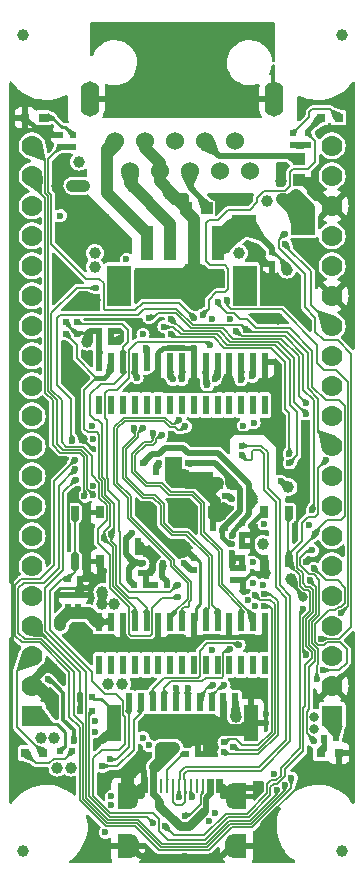
<source format=gbr>
%TF.GenerationSoftware,KiCad,Pcbnew,7.0.9-7.0.9~ubuntu22.04.1*%
%TF.CreationDate,2024-11-21T15:58:09+02:00*%
%TF.ProjectId,ESP32-P4-DevKit_Rev_B,45535033-322d-4503-942d-4465764b6974,B*%
%TF.SameCoordinates,PX80befc0PY7459280*%
%TF.FileFunction,Copper,L1,Top*%
%TF.FilePolarity,Positive*%
%FSLAX46Y46*%
G04 Gerber Fmt 4.6, Leading zero omitted, Abs format (unit mm)*
G04 Created by KiCad (PCBNEW 7.0.9-7.0.9~ubuntu22.04.1) date 2024-11-21 15:58:09*
%MOMM*%
%LPD*%
G01*
G04 APERTURE LIST*
%TA.AperFunction,SMDPad,CuDef*%
%ADD10R,1.100000X2.200000*%
%TD*%
%TA.AperFunction,ComponentPad*%
%ADD11O,1.200000X2.200000*%
%TD*%
%TA.AperFunction,SMDPad,CuDef*%
%ADD12R,1.100000X2.000000*%
%TD*%
%TA.AperFunction,ComponentPad*%
%ADD13O,1.300000X2.000000*%
%TD*%
%TA.AperFunction,SMDPad,CuDef*%
%ADD14R,0.300000X1.150000*%
%TD*%
%TA.AperFunction,SMDPad,CuDef*%
%ADD15R,0.250000X1.150000*%
%TD*%
%TA.AperFunction,SMDPad,CuDef*%
%ADD16R,0.600000X1.650000*%
%TD*%
%TA.AperFunction,SMDPad,CuDef*%
%ADD17R,0.800000X0.800000*%
%TD*%
%TA.AperFunction,SMDPad,CuDef*%
%ADD18R,0.500000X0.550000*%
%TD*%
%TA.AperFunction,SMDPad,CuDef*%
%ADD19C,1.000000*%
%TD*%
%TA.AperFunction,SMDPad,CuDef*%
%ADD20R,0.550000X0.500000*%
%TD*%
%TA.AperFunction,SMDPad,CuDef*%
%ADD21R,0.650000X1.050000*%
%TD*%
%TA.AperFunction,SMDPad,CuDef*%
%ADD22R,1.016000X1.016000*%
%TD*%
%TA.AperFunction,ComponentPad*%
%ADD23O,1.600000X2.999999*%
%TD*%
%TA.AperFunction,ComponentPad*%
%ADD24C,1.524000*%
%TD*%
%TA.AperFunction,SMDPad,CuDef*%
%ADD25R,1.200000X3.100000*%
%TD*%
%TA.AperFunction,SMDPad,CuDef*%
%ADD26R,0.600000X1.550000*%
%TD*%
%TA.AperFunction,SMDPad,CuDef*%
%ADD27R,2.000000X3.500000*%
%TD*%
%TA.AperFunction,SMDPad,CuDef*%
%ADD28R,1.000000X3.000000*%
%TD*%
%TA.AperFunction,ConnectorPad*%
%ADD29C,1.000000*%
%TD*%
%TA.AperFunction,SMDPad,CuDef*%
%ADD30R,2.000000X1.700000*%
%TD*%
%TA.AperFunction,SMDPad,CuDef*%
%ADD31R,1.746000X1.192000*%
%TD*%
%TA.AperFunction,ComponentPad*%
%ADD32R,1.778000X1.778000*%
%TD*%
%TA.AperFunction,ComponentPad*%
%ADD33C,1.778000*%
%TD*%
%TA.AperFunction,ComponentPad*%
%ADD34C,1.600000*%
%TD*%
%TA.AperFunction,ComponentPad*%
%ADD35C,2.400000*%
%TD*%
%TA.AperFunction,ComponentPad*%
%ADD36C,0.600000*%
%TD*%
%TA.AperFunction,ViaPad*%
%ADD37C,0.600000*%
%TD*%
%TA.AperFunction,ViaPad*%
%ADD38C,0.800000*%
%TD*%
%TA.AperFunction,ViaPad*%
%ADD39C,1.000000*%
%TD*%
%TA.AperFunction,Conductor*%
%ADD40C,0.609600*%
%TD*%
%TA.AperFunction,Conductor*%
%ADD41C,0.508000*%
%TD*%
%TA.AperFunction,Conductor*%
%ADD42C,0.304800*%
%TD*%
%TA.AperFunction,Conductor*%
%ADD43C,1.016000*%
%TD*%
%TA.AperFunction,Conductor*%
%ADD44C,0.762000*%
%TD*%
%TA.AperFunction,Conductor*%
%ADD45C,0.127000*%
%TD*%
%TA.AperFunction,Conductor*%
%ADD46C,0.254000*%
%TD*%
%TA.AperFunction,Conductor*%
%ADD47C,0.406400*%
%TD*%
%TA.AperFunction,Conductor*%
%ADD48C,0.200000*%
%TD*%
%TA.AperFunction,Conductor*%
%ADD49C,0.177800*%
%TD*%
G04 APERTURE END LIST*
D10*
X19927600Y6030000D03*
D11*
X19320000Y6030000D03*
X10680000Y6030000D03*
D10*
X10072400Y6030000D03*
D12*
X19927600Y1850000D03*
D13*
X19320000Y1850000D03*
X10680000Y1850000D03*
D12*
X10072400Y1850000D03*
D14*
X11675000Y6932000D03*
X12475000Y6932000D03*
D15*
X13750000Y6932000D03*
X14750000Y6932000D03*
X15250000Y6932000D03*
X16250000Y6932000D03*
D14*
X17525000Y6932000D03*
X18325000Y6932000D03*
X18075000Y6932000D03*
X17275000Y6932000D03*
D15*
X16750000Y6932000D03*
X15750000Y6932000D03*
X14250000Y6932000D03*
X13250000Y6932000D03*
D14*
X12725000Y6932000D03*
X11925000Y6932000D03*
D16*
X22000000Y42825000D03*
X21000000Y42825000D03*
X20000000Y42825000D03*
X19000000Y42825000D03*
X18000000Y42825000D03*
X17000000Y42825000D03*
X16000000Y42825000D03*
X15000000Y42825000D03*
X14000000Y42825000D03*
X13000000Y42825000D03*
X12000000Y42825000D03*
X11000000Y42825000D03*
X10000000Y42825000D03*
X9000000Y42825000D03*
X8000000Y42825000D03*
X8000000Y39175000D03*
X9000000Y39175000D03*
X10000000Y39175000D03*
X11000000Y39175000D03*
X12000000Y39175000D03*
X13000000Y39175000D03*
X14000000Y39175000D03*
X15000000Y39175000D03*
X16000000Y39175000D03*
X17000000Y39175000D03*
X18000000Y39175000D03*
X19000000Y39175000D03*
X20000000Y39175000D03*
X21000000Y39175000D03*
X22000000Y39175000D03*
D17*
X3262000Y9700000D03*
X1738000Y9700000D03*
D18*
X10288000Y27639000D03*
X11304000Y27639000D03*
D17*
X1738000Y63500000D03*
X3262000Y63500000D03*
D19*
X23877000Y50626000D03*
D20*
X20067000Y29163000D03*
X20067000Y28147000D03*
D21*
X5925000Y25925000D03*
X5925000Y30075000D03*
X8075000Y25925000D03*
X8075000Y30075000D03*
D20*
X20194000Y24337000D03*
X20194000Y25353000D03*
D18*
X7367000Y14431000D03*
X6351000Y14431000D03*
X10288000Y26750000D03*
X11304000Y26750000D03*
D19*
X24258000Y24464000D03*
D20*
X5335000Y22051000D03*
X5335000Y23067000D03*
X20067000Y27258000D03*
X20067000Y26242000D03*
X6097000Y45165000D03*
X6097000Y46181000D03*
D17*
X26738000Y63500000D03*
X28262000Y63500000D03*
D18*
X12701000Y23956000D03*
X13717000Y23956000D03*
X8002000Y45419000D03*
X9018000Y45419000D03*
D22*
X15368000Y55833000D03*
X17146000Y55833000D03*
D16*
X22000000Y20825000D03*
X21000000Y20825000D03*
X20000000Y20825000D03*
X19000000Y20825000D03*
X18000000Y20825000D03*
X17000000Y20825000D03*
X16000000Y20825000D03*
X15000000Y20825000D03*
X14000000Y20825000D03*
X13000000Y20825000D03*
X12000000Y20825000D03*
X11000000Y20825000D03*
X10000000Y20825000D03*
X9000000Y20825000D03*
X8000000Y20825000D03*
X8000000Y17175000D03*
X9000000Y17175000D03*
X10000000Y17175000D03*
X11000000Y17175000D03*
X12000000Y17175000D03*
X13000000Y17175000D03*
X14000000Y17175000D03*
X15000000Y17175000D03*
X16000000Y17175000D03*
X17000000Y17175000D03*
X18000000Y17175000D03*
X19000000Y17175000D03*
X20000000Y17175000D03*
X21000000Y17175000D03*
X22000000Y17175000D03*
D20*
X24385000Y62183000D03*
X24385000Y61167000D03*
D18*
X12320000Y24972000D03*
X13336000Y24972000D03*
X8002000Y44530000D03*
X9018000Y44530000D03*
D19*
X8256000Y23321000D03*
X1500000Y70500000D03*
D21*
X24075000Y30075000D03*
X24075000Y25925000D03*
X21925000Y30075000D03*
X21925000Y25925000D03*
D18*
X17654000Y28782000D03*
X18670000Y28782000D03*
X12828000Y33481000D03*
X13844000Y33481000D03*
D20*
X6224000Y22051000D03*
X6224000Y23067000D03*
D19*
X24004000Y32211000D03*
D17*
X28262000Y9700000D03*
X26738000Y9700000D03*
D18*
X6351000Y13288000D03*
X7367000Y13288000D03*
D20*
X16384000Y34243000D03*
X16384000Y33227000D03*
D23*
X22800000Y65100000D03*
X7200000Y65100000D03*
D24*
X20715000Y58960000D03*
X19445000Y61500000D03*
X18175000Y58960000D03*
X16905000Y61500000D03*
X15635000Y58960000D03*
X14365000Y61500000D03*
X13095000Y58960000D03*
X11825000Y61500000D03*
X10555000Y58960000D03*
X9285000Y61500000D03*
D18*
X11558000Y24972000D03*
X10542000Y24972000D03*
D25*
X20800000Y12250000D03*
X9200000Y12250000D03*
D26*
X19500000Y14025000D03*
X18500000Y14025000D03*
X17500000Y14025000D03*
X16500000Y14025000D03*
X15500000Y14025000D03*
X14500000Y14025000D03*
X13500000Y14025000D03*
X12500000Y14025000D03*
X11500000Y14025000D03*
X10500000Y14025000D03*
D20*
X5208000Y46181000D03*
X5208000Y45165000D03*
X16003000Y26242000D03*
X16003000Y25226000D03*
D27*
X9700000Y49275000D03*
X20300000Y49275000D03*
D28*
X12000000Y52900000D03*
X14000000Y52900000D03*
X16000000Y52900000D03*
X18000000Y52900000D03*
D18*
X17654000Y31449000D03*
X18670000Y31449000D03*
D20*
X25655000Y62183000D03*
X25655000Y61167000D03*
X14733000Y34497000D03*
X14733000Y35513000D03*
X22607000Y51134000D03*
X22607000Y52150000D03*
D18*
X5335000Y24464000D03*
X6351000Y24464000D03*
D20*
X19305000Y24337000D03*
X19305000Y25353000D03*
D29*
X28500000Y70500000D03*
D20*
X17400000Y34243000D03*
X17400000Y33227000D03*
X5800000Y62008000D03*
X5800000Y60992000D03*
X4700000Y62008000D03*
X4700000Y60992000D03*
D22*
X24893000Y58246000D03*
X24893000Y60024000D03*
D18*
X11939000Y23956000D03*
X10923000Y23956000D03*
D30*
X25234000Y54436000D03*
D31*
X25107000Y54436000D03*
X20361000Y54436000D03*
D30*
X20234000Y54436000D03*
D29*
X1500000Y1400000D03*
D20*
X13844000Y34497000D03*
X13844000Y35513000D03*
D18*
X4700000Y9859000D03*
X5716000Y9859000D03*
D19*
X19178000Y32465000D03*
D18*
X16384000Y9605000D03*
X15368000Y9605000D03*
D19*
X28500000Y1400000D03*
D18*
X27052000Y11002000D03*
X28068000Y11002000D03*
D19*
X20956000Y31195000D03*
D32*
X2300000Y12870000D03*
D33*
X2300000Y15410000D03*
X2300000Y17950000D03*
X2300000Y20490000D03*
X2300000Y23030000D03*
X2300000Y25570000D03*
X2300000Y28110000D03*
X2300000Y30650000D03*
X2300000Y33190000D03*
X2300000Y35730000D03*
X2300000Y38270000D03*
X2300000Y40810000D03*
X2300000Y43350000D03*
X2300000Y45890000D03*
X2300000Y48430000D03*
X2300000Y50970000D03*
X2300000Y53510000D03*
X2300000Y56050000D03*
X2300000Y58590000D03*
X2300000Y61130000D03*
D34*
X15000000Y27000000D03*
X12000000Y30000000D03*
D35*
X15000000Y30000000D03*
D34*
X18000000Y30000000D03*
X15000000Y33000000D03*
D36*
X16503000Y50837000D03*
X15503000Y50837000D03*
X17103000Y50237000D03*
X14903000Y50237000D03*
D34*
X16003000Y49737000D03*
D36*
X17103000Y49237000D03*
X14903000Y49237000D03*
X16503000Y48637000D03*
X15503000Y48637000D03*
D32*
X27700000Y12870000D03*
D33*
X27700000Y15410000D03*
X27700000Y17950000D03*
X27700000Y20490000D03*
X27700000Y23030000D03*
X27700000Y25570000D03*
X27700000Y28110000D03*
X27700000Y30650000D03*
X27700000Y33190000D03*
X27700000Y35730000D03*
X27700000Y38270000D03*
X27700000Y40810000D03*
X27700000Y43350000D03*
X27700000Y45890000D03*
X27700000Y48430000D03*
X27700000Y50970000D03*
X27700000Y53510000D03*
X27700000Y56050000D03*
X27700000Y58590000D03*
X27700000Y61130000D03*
D37*
X20638500Y56658500D03*
D38*
X22099000Y37418000D03*
D37*
X23242000Y747000D03*
X24131000Y33481000D03*
X12447000Y969000D03*
D39*
X7621000Y48086000D03*
D38*
X21718000Y51642000D03*
X6478000Y23702000D03*
D39*
X8510000Y54944000D03*
D37*
X890000Y42117000D03*
X6224000Y32084000D03*
X5716000Y49991000D03*
X890000Y54817000D03*
D38*
X9653000Y44657000D03*
D37*
X17527000Y969000D03*
D39*
X4446000Y57738000D03*
X18924000Y41355000D03*
D37*
X15495000Y18495000D03*
D39*
X21999500Y24972776D03*
X4700000Y59770000D03*
D37*
X890000Y34497000D03*
X890000Y62183000D03*
X11177000Y46181000D03*
D39*
X17273000Y9977500D03*
D37*
X14606000Y12653000D03*
X29084000Y59897000D03*
X13844000Y56849000D03*
D39*
X12066000Y26750000D03*
X23369000Y58119000D03*
D37*
X16003000Y44022000D03*
X1017000Y6843000D03*
D39*
X6478000Y48086000D03*
D38*
X6579600Y36325800D03*
D37*
X18035000Y56722000D03*
X890000Y26750000D03*
D38*
X6986000Y43260000D03*
D39*
X11304000Y15574000D03*
D37*
X25528000Y25861000D03*
D39*
X28830000Y6970000D03*
X10796000Y18876000D03*
D37*
X29084000Y52277000D03*
X22099000Y12272000D03*
X13463000Y12653000D03*
X8383000Y25099000D03*
D39*
X23115000Y46435000D03*
D37*
X22099000Y13034000D03*
D39*
X3684000Y62310000D03*
D37*
X28449000Y62564000D03*
X8256000Y10875000D03*
X29084000Y44784000D03*
X12320000Y12653000D03*
D38*
X12383500Y41456600D03*
D37*
X6986000Y1350000D03*
X15241000Y969000D03*
X15520400Y34243000D03*
X19228800Y27385000D03*
D39*
X15114000Y69549000D03*
X21464000Y70819000D03*
X11939000Y67136000D03*
X17908000Y70819000D03*
X17908000Y67136000D03*
X8637000Y70819000D03*
X11939000Y70819000D03*
D37*
X21083000Y37672000D03*
X10773498Y28375600D03*
X19228800Y26648400D03*
X11685000Y25762817D03*
D39*
X6279000Y59770000D03*
D37*
X13412200Y25759400D03*
D39*
X6732000Y57738000D03*
X19559000Y12780000D03*
X5716000Y57738000D03*
D37*
X4700000Y55198000D03*
X7494000Y32338000D03*
D39*
X4700000Y20527000D03*
D37*
X11685000Y45165000D03*
X10973800Y25835600D03*
X19228800Y31220400D03*
X19228800Y25911800D03*
D39*
X22226000Y56468000D03*
D37*
X25782000Y29036000D03*
D39*
X6986000Y44530000D03*
D37*
X5843000Y10748000D03*
X7468600Y36275000D03*
D39*
X8226017Y22305000D03*
D37*
X3638500Y15955000D03*
X21006800Y25861000D03*
D39*
X9272000Y22305000D03*
D37*
X15190200Y25759400D03*
X20194000Y37418000D03*
D39*
X19813000Y52023000D03*
D37*
X10288000Y51515000D03*
X25020000Y61167000D03*
X17527000Y46435000D03*
X19051000Y46435000D03*
X26798000Y19384000D03*
X23682286Y53674000D03*
X7621000Y12399000D03*
X21033642Y24115142D03*
X23750000Y52785000D03*
X25528000Y18037800D03*
X27179000Y34497000D03*
D39*
X24639000Y56976000D03*
X7621000Y50880000D03*
X5589000Y8462000D03*
X4446000Y8462000D03*
X23496000Y56595000D03*
X24639000Y55833000D03*
X7621000Y52023000D03*
D37*
X22768517Y7919483D03*
X8510000Y3001000D03*
X23369000Y32719000D03*
D39*
X21845000Y27397500D03*
D37*
X21946600Y29112200D03*
X19228800Y28121600D03*
X11685000Y34243000D03*
X7367000Y37418000D03*
D38*
X26163000Y11764000D03*
X25268500Y22940000D03*
X26163000Y12780000D03*
D37*
X18797000Y52277000D03*
X17509000Y18455721D03*
X6732000Y31449000D03*
X7494000Y31576000D03*
X23699200Y7039600D03*
X5970000Y33735000D03*
X5977193Y32846000D03*
X23038800Y6607800D03*
X5716000Y36148000D03*
X20448000Y45546000D03*
X5970000Y34553006D03*
X24238049Y7578679D03*
X20956000Y41609000D03*
X19990800Y41304200D03*
X17781000Y41355000D03*
X17146000Y40847000D03*
X14987000Y41355000D03*
X14225000Y41355000D03*
X13272500Y36592500D03*
X12544777Y36790970D03*
X11655908Y37214800D03*
X10897600Y37214800D03*
X15266400Y37367200D03*
X14758400Y37900600D03*
X25800000Y24322706D03*
X26163000Y10748000D03*
X20600400Y22635200D03*
X11685000Y11002000D03*
X12193000Y10367000D03*
X21210000Y22178000D03*
X13590000Y3509000D03*
X25274000Y21924000D03*
X21972000Y22178000D03*
X18543000Y10621000D03*
X9018000Y6049000D03*
X17781000Y4652000D03*
X18543000Y9777500D03*
X21972000Y23194000D03*
X17273000Y3918983D03*
X9018000Y5287000D03*
X21210000Y23067000D03*
X19305000Y10240000D03*
X13082000Y34243000D03*
D39*
X13209000Y10113000D03*
X14352000Y10136500D03*
D37*
X16765000Y46816000D03*
X21885750Y23956000D03*
X7621000Y11510000D03*
X24085500Y35005000D03*
X14098000Y45165000D03*
X24085500Y34243000D03*
X13463000Y45800000D03*
X14098000Y46435000D03*
X25528000Y38434000D03*
X12193000Y46562000D03*
X25528000Y39323000D03*
X18822400Y48035200D03*
X28460000Y21570000D03*
X17400000Y44276000D03*
X14620218Y23960016D03*
X14623803Y22958000D03*
X7748000Y49102000D03*
D39*
X4192000Y11002000D03*
X8764000Y15574000D03*
X9907000Y15574000D03*
X3049000Y11002000D03*
D37*
X16003000Y46562000D03*
X26290000Y28274000D03*
X18009600Y47882800D03*
X19559000Y45419000D03*
X26036000Y30301998D03*
X11177000Y41482000D03*
X11939000Y44022000D03*
X9018000Y28274000D03*
X15495000Y15193000D03*
X14479000Y15193000D03*
X8383000Y27893000D03*
X15241000Y4398000D03*
X20030313Y35730313D03*
X14750000Y5954000D03*
X15876000Y5954000D03*
X20041600Y34979600D03*
X12574766Y3763766D03*
X26417000Y15955000D03*
X18543000Y15447000D03*
X26036000Y26877000D03*
X26130500Y25353000D03*
X26925000Y16717000D03*
X17654000Y15447000D03*
X8256000Y8589000D03*
X8891000Y9178500D03*
X19051000Y18495000D03*
X19820400Y18868600D03*
D40*
X18500000Y14025000D02*
X18500000Y11680000D01*
D41*
X17654000Y31830000D02*
X16892000Y31830000D01*
X17273000Y9977500D02*
X16900500Y9605000D01*
X8383000Y25099000D02*
X8075000Y25407000D01*
D42*
X11925000Y6879800D02*
X11075200Y6030000D01*
D40*
X18500000Y11680000D02*
X18543000Y11637000D01*
D43*
X17654000Y32592000D02*
X18035000Y32592000D01*
D42*
X11675000Y6932000D02*
X11520000Y6932000D01*
X21999500Y24972776D02*
X20956776Y24972776D01*
D41*
X28762000Y8000000D02*
X28762000Y7038000D01*
D44*
X2300000Y15410000D02*
X2300000Y15841000D01*
D41*
X17400000Y33227000D02*
X16384000Y33227000D01*
X15000000Y27000000D02*
X15245000Y27000000D01*
D45*
X25115000Y7192000D02*
X21718000Y3795000D01*
D41*
X12320000Y24972000D02*
X12574000Y25226000D01*
X17654000Y29654000D02*
X17654000Y28782000D01*
D46*
X21999500Y24972776D02*
X21925000Y25047276D01*
D41*
X20321000Y6716000D02*
X21464000Y6716000D01*
X12447000Y969000D02*
X11463000Y969000D01*
D46*
X25528000Y25861000D02*
X25909000Y26242000D01*
D47*
X21925000Y25934519D02*
X20956000Y26903519D01*
D44*
X21925000Y25047276D02*
X21925000Y25925000D01*
D41*
X18000000Y30814000D02*
X18000000Y31103000D01*
X18000000Y31103000D02*
X17654000Y31449000D01*
X12320000Y24972000D02*
X11939000Y24972000D01*
D42*
X20956776Y24972776D02*
X20321000Y24337000D01*
D41*
X17654000Y30346000D02*
X17654000Y30941000D01*
D43*
X13095000Y58106000D02*
X14161500Y57039500D01*
D42*
X18898800Y6030000D02*
X19320000Y6030000D01*
D41*
X11939000Y24972000D02*
X11558000Y24972000D01*
D46*
X572500Y17137500D02*
X509000Y17074000D01*
D41*
X10000000Y19688800D02*
X10000000Y20825000D01*
X19927600Y6030000D02*
X19927600Y6322600D01*
X13000000Y42073100D02*
X12383500Y41456600D01*
D47*
X22226000Y37418000D02*
X22734000Y37926000D01*
D41*
X13000000Y20825000D02*
X13000000Y19085000D01*
X6859000Y24718000D02*
X6859000Y25480000D01*
D46*
X6579600Y36325800D02*
X6579600Y36300400D01*
D45*
X6224000Y23067000D02*
X6224000Y23448000D01*
D41*
X16892000Y31830000D02*
X16638000Y32084000D01*
X19927600Y6322600D02*
X20321000Y6716000D01*
X15000000Y33000000D02*
X15227000Y33227000D01*
D43*
X13095000Y59630000D02*
X11825000Y60900000D01*
D48*
X15880800Y40288200D02*
X17882600Y40288200D01*
D41*
X16892000Y31728400D02*
X16892000Y31830000D01*
D43*
X15000000Y33000000D02*
X15408000Y32592000D01*
D41*
X17654000Y30966400D02*
X16892000Y31728400D01*
D47*
X21925000Y25925000D02*
X21925000Y25934519D01*
D41*
X20067000Y27258000D02*
X20067000Y28147000D01*
X19000000Y20825000D02*
X19000000Y19587000D01*
X16000000Y42825000D02*
X16000000Y44019000D01*
D47*
X12383500Y41456600D02*
X12558329Y41456600D01*
D41*
X16000000Y19006000D02*
X16000000Y19511000D01*
X11304000Y26750000D02*
X12066000Y26750000D01*
D43*
X13095000Y58960000D02*
X13095000Y58106000D01*
D46*
X16155400Y21949400D02*
X16155400Y20980400D01*
D41*
X15227000Y33227000D02*
X16384000Y33227000D01*
D46*
X25909000Y26242000D02*
X26544000Y26242000D01*
D43*
X16000000Y49740000D02*
X16003000Y49737000D01*
D48*
X15726000Y40443000D02*
X15880800Y40288200D01*
D41*
X20800000Y12250000D02*
X22077000Y12250000D01*
D46*
X4700000Y23702000D02*
X4446000Y23448000D01*
D45*
X28762000Y7038000D02*
X28830000Y6970000D01*
D41*
X17527000Y969000D02*
X18384000Y969000D01*
X8075000Y25407000D02*
X8075000Y25925000D01*
D47*
X2738000Y62500000D02*
X1738000Y63500000D01*
D41*
X18000000Y30000000D02*
X18000000Y30814000D01*
D43*
X20187000Y11637000D02*
X18543000Y11637000D01*
D45*
X21718000Y3795000D02*
X21718000Y2366000D01*
D46*
X16532000Y25865000D02*
X16532000Y22326000D01*
D47*
X18924000Y41355000D02*
X19000000Y41431000D01*
D41*
X18418000Y6932000D02*
X19320000Y6030000D01*
X9018000Y45419000D02*
X9018000Y44530000D01*
D46*
X6478000Y23702000D02*
X4700000Y23702000D01*
X9200000Y13233000D02*
X8129000Y14304000D01*
D41*
X18000000Y30000000D02*
X17654000Y29654000D01*
D46*
X26544000Y26242000D02*
X26925000Y26623000D01*
D42*
X11925000Y7619000D02*
X11685000Y7859000D01*
D41*
X17654000Y31449000D02*
X17654000Y31830000D01*
D42*
X28762000Y8022000D02*
X28262000Y8522000D01*
D44*
X15000000Y33000000D02*
X14071000Y33000000D01*
D47*
X3684000Y62310000D02*
X3494000Y62500000D01*
D46*
X22734000Y40339000D02*
X22000000Y41073000D01*
D41*
X9145000Y44657000D02*
X9018000Y44530000D01*
D47*
X16000000Y20825000D02*
X16000000Y19006000D01*
D41*
X21845000Y19511000D02*
X22000000Y19666000D01*
X17654000Y31830000D02*
X18035000Y32211000D01*
X5335000Y23067000D02*
X4827000Y23067000D01*
D46*
X11177000Y46181000D02*
X10923000Y46435000D01*
X16532000Y22326000D02*
X16155400Y21949400D01*
D41*
X6478000Y23702000D02*
X7240000Y23702000D01*
D46*
X18670000Y30814000D02*
X18924000Y30560000D01*
D47*
X21868000Y30075000D02*
X21925000Y30075000D01*
D46*
X10923000Y46435000D02*
X6732000Y46435000D01*
D41*
X11304000Y27639000D02*
X11304000Y27385000D01*
D47*
X13571929Y40443000D02*
X15726000Y40443000D01*
X19686000Y19511000D02*
X21845000Y19511000D01*
X12558329Y41456600D02*
X13571929Y40443000D01*
D41*
X14225000Y34497000D02*
X14225000Y33735000D01*
D42*
X11925000Y6932000D02*
X11925000Y7619000D01*
D41*
X15000000Y33000000D02*
X14733000Y33267000D01*
X15495000Y18495000D02*
X16003000Y19003000D01*
D47*
X11685000Y7859000D02*
X11685000Y8843000D01*
D46*
X6097000Y31957000D02*
X6097000Y31173525D01*
D47*
X16000000Y40717000D02*
X16000000Y42825000D01*
D45*
X28762000Y7038000D02*
X28608000Y7192000D01*
D47*
X22734000Y37926000D02*
X22734000Y40339000D01*
D41*
X11939000Y23956000D02*
X12701000Y23956000D01*
D47*
X16000000Y19511000D02*
X19686000Y19511000D01*
D41*
X13844000Y33227000D02*
X13844000Y33481000D01*
D46*
X509000Y17074000D02*
X509000Y7351000D01*
D41*
X14733000Y34497000D02*
X14225000Y34497000D01*
D46*
X572500Y26432500D02*
X572500Y17137500D01*
D45*
X28608000Y7192000D02*
X25115000Y7192000D01*
D41*
X22077000Y12250000D02*
X22099000Y12272000D01*
D47*
X20956000Y29163000D02*
X21868000Y30075000D01*
D43*
X17273000Y10875000D02*
X18035000Y11637000D01*
D41*
X22000000Y19666000D02*
X22000000Y20825000D01*
X14034500Y57039500D02*
X14161500Y57039500D01*
D42*
X21464000Y36783000D02*
X18670000Y36783000D01*
D41*
X22226000Y51134000D02*
X22607000Y51134000D01*
D43*
X16000000Y54947000D02*
X15368000Y55579000D01*
D41*
X17654000Y31830000D02*
X17654000Y32592000D01*
D44*
X2300000Y15410000D02*
X2959000Y15410000D01*
D41*
X10680000Y1752000D02*
X10680000Y1850000D01*
X13844000Y33481000D02*
X13844000Y34497000D01*
X11304000Y27385000D02*
X11304000Y26750000D01*
D46*
X16155400Y20980400D02*
X16000000Y20825000D01*
X16003000Y26242000D02*
X16155000Y26242000D01*
D41*
X14071000Y33000000D02*
X13844000Y33227000D01*
D47*
X13000000Y43622500D02*
X13399500Y44022000D01*
D42*
X11925000Y6932000D02*
X11925000Y6879800D01*
D43*
X13095000Y58960000D02*
X13095000Y59630000D01*
D41*
X19265000Y1850000D02*
X19320000Y1850000D01*
X3986000Y62008000D02*
X3684000Y62310000D01*
X17654000Y30941000D02*
X17654000Y31449000D01*
X17654000Y30941000D02*
X17654000Y30966400D01*
X9653000Y44657000D02*
X9145000Y44657000D01*
X6605000Y24464000D02*
X6859000Y24718000D01*
X13000000Y42825000D02*
X13000000Y42073100D01*
D46*
X8129000Y14304000D02*
X7494000Y14304000D01*
X6097000Y31173525D02*
X7195525Y30075000D01*
D42*
X18670000Y36783000D02*
X18543000Y36910000D01*
X11075200Y6030000D02*
X10680000Y6030000D01*
D46*
X16155000Y26242000D02*
X16532000Y25865000D01*
X890000Y26750000D02*
X572500Y26432500D01*
D45*
X6224000Y23448000D02*
X6478000Y23702000D01*
D44*
X2959000Y15410000D02*
X3811000Y14558000D01*
D42*
X11675000Y7849000D02*
X11685000Y7859000D01*
X18325000Y6932000D02*
X18418000Y6932000D01*
D46*
X5567525Y31173525D02*
X5309600Y30915600D01*
D42*
X10680000Y6092000D02*
X10680000Y6030000D01*
X22099000Y37418000D02*
X21464000Y36783000D01*
D46*
X5309600Y30915600D02*
X5309600Y28756600D01*
X6097000Y31173525D02*
X5567525Y31173525D01*
D41*
X11939000Y23956000D02*
X11939000Y24972000D01*
X10796000Y18876000D02*
X10000000Y19672000D01*
D44*
X25274000Y58246000D02*
X27470000Y56050000D01*
D48*
X17882600Y40288200D02*
X18035000Y40440600D01*
D44*
X24893000Y58246000D02*
X25274000Y58246000D01*
D43*
X18035000Y11637000D02*
X18543000Y11637000D01*
D41*
X18000000Y30000000D02*
X17654000Y30346000D01*
D46*
X18000000Y30814000D02*
X18670000Y30814000D01*
D44*
X2300000Y15841000D02*
X3430000Y16971000D01*
D46*
X22000000Y41073000D02*
X22000000Y42825000D01*
D41*
X10000000Y19672000D02*
X10000000Y19688800D01*
X15245000Y27000000D02*
X16003000Y26242000D01*
X6351000Y24464000D02*
X6605000Y24464000D01*
D42*
X11675000Y6932000D02*
X11675000Y7849000D01*
D47*
X22099000Y37418000D02*
X22226000Y37418000D01*
D41*
X14225000Y33735000D02*
X14352000Y33608000D01*
X11520000Y6932000D02*
X10680000Y6092000D01*
D44*
X9200000Y12250000D02*
X9200000Y11819000D01*
D41*
X16000000Y44019000D02*
X16003000Y44022000D01*
D42*
X18075000Y6932000D02*
X18075000Y6853800D01*
D46*
X6579600Y36300400D02*
X7494000Y35386000D01*
D41*
X12574000Y25226000D02*
X12574000Y26242000D01*
X12574000Y26242000D02*
X12066000Y26750000D01*
D43*
X16000000Y52900000D02*
X16000000Y49740000D01*
X17273000Y9977500D02*
X17273000Y10875000D01*
D41*
X13000000Y19085000D02*
X13209000Y18876000D01*
X11431000Y27385000D02*
X11304000Y27385000D01*
X16900500Y9605000D02*
X16384000Y9605000D01*
D44*
X27470000Y56050000D02*
X27700000Y56050000D01*
D43*
X11825000Y60900000D02*
X11825000Y61500000D01*
D46*
X7195525Y30075000D02*
X8075000Y30075000D01*
X9200000Y12250000D02*
X9200000Y13233000D01*
D43*
X15368000Y55579000D02*
X15368000Y55833000D01*
D42*
X28262000Y8522000D02*
X28262000Y9700000D01*
D44*
X3430000Y16971000D02*
X4065000Y16971000D01*
D46*
X20194000Y24337000D02*
X19305000Y24337000D01*
D41*
X19000000Y41431000D02*
X19000000Y42825000D01*
X21718000Y51642000D02*
X22226000Y51134000D01*
X14733000Y33267000D02*
X14733000Y34497000D01*
D42*
X28762000Y8000000D02*
X28762000Y8022000D01*
D43*
X15408000Y32592000D02*
X17654000Y32592000D01*
X16000000Y52900000D02*
X16000000Y54947000D01*
D42*
X20321000Y24337000D02*
X20194000Y24337000D01*
D47*
X20956000Y26903519D02*
X20956000Y29163000D01*
X13399500Y44022000D02*
X16003000Y44022000D01*
D46*
X6224000Y32084000D02*
X6097000Y31957000D01*
D41*
X12066000Y26750000D02*
X11431000Y27385000D01*
D46*
X7494000Y14304000D02*
X7367000Y14431000D01*
D47*
X3494000Y62500000D02*
X2738000Y62500000D01*
D41*
X4700000Y62008000D02*
X3986000Y62008000D01*
D43*
X14161500Y57039500D02*
X15368000Y55833000D01*
D42*
X18075000Y6853800D02*
X18898800Y6030000D01*
D47*
X15726000Y40443000D02*
X16000000Y40717000D01*
X13000000Y42825000D02*
X13000000Y43622500D01*
D41*
X18384000Y969000D02*
X19265000Y1850000D01*
X11463000Y969000D02*
X10680000Y1752000D01*
D47*
X16000000Y19006000D02*
X16003000Y19003000D01*
X19000000Y19587000D02*
X18924000Y19511000D01*
D41*
X14225000Y34497000D02*
X13844000Y34497000D01*
D46*
X509000Y7351000D02*
X1017000Y6843000D01*
D44*
X9200000Y11819000D02*
X8256000Y10875000D01*
D43*
X20800000Y12250000D02*
X20187000Y11637000D01*
D41*
X13844000Y56849000D02*
X14034500Y57039500D01*
X18416000Y28401000D02*
X18416000Y28655000D01*
X18416000Y28655000D02*
X18670000Y28909000D01*
D46*
X19178000Y32465000D02*
X19377000Y32664000D01*
D41*
X19377000Y32664000D02*
X17798000Y34243000D01*
X18670000Y28909000D02*
X19940000Y30179000D01*
D46*
X18670000Y28782000D02*
X18670000Y28909000D01*
D47*
X19228800Y27385000D02*
X19002320Y27385000D01*
X19002320Y27385000D02*
X18416000Y27971320D01*
D41*
X16384000Y34243000D02*
X15520400Y34243000D01*
X17400000Y34243000D02*
X16384000Y34243000D01*
X19940000Y32101000D02*
X19377000Y32664000D01*
D47*
X18416000Y27971320D02*
X18416000Y28401000D01*
D41*
X17798000Y34243000D02*
X17400000Y34243000D01*
X19940000Y30179000D02*
X19940000Y32101000D01*
D46*
X5208000Y46054000D02*
X6097000Y45165000D01*
D41*
X20067000Y26242000D02*
X19228800Y26242000D01*
X19000200Y31449000D02*
X18670000Y31449000D01*
X13717000Y23956000D02*
X13717000Y24260800D01*
X20067000Y25480000D02*
X20067000Y26242000D01*
X10288000Y27639000D02*
X10288000Y27890102D01*
X20194000Y25353000D02*
X20067000Y25480000D01*
X10542000Y24972000D02*
X10542000Y25403800D01*
D46*
X3025000Y12145000D02*
X4446000Y12145000D01*
D43*
X8000000Y20825000D02*
X7831000Y20825000D01*
D41*
X19305000Y25353000D02*
X19228800Y25429200D01*
X7240000Y45419000D02*
X8002000Y45419000D01*
X19500000Y12839000D02*
X19559000Y12780000D01*
X6224000Y22051000D02*
X6224000Y21543000D01*
D46*
X5081000Y10240000D02*
X4700000Y9859000D01*
D41*
X13717000Y24260800D02*
X13336000Y24641800D01*
X10542000Y24337000D02*
X10542000Y24972000D01*
X13336000Y24641800D02*
X13336000Y24972000D01*
D46*
X5081000Y11510000D02*
X5081000Y10240000D01*
D43*
X6224000Y21543000D02*
X5335000Y21543000D01*
D46*
X4446000Y12145000D02*
X5081000Y11510000D01*
D43*
X5335000Y21543000D02*
X4700000Y20908000D01*
D41*
X11685000Y25762817D02*
X11046583Y25762817D01*
D46*
X2300000Y12870000D02*
X3025000Y12145000D01*
D41*
X10923000Y23956000D02*
X10542000Y24337000D01*
X10288000Y27890102D02*
X10773498Y28375600D01*
X5335000Y22051000D02*
X5335000Y21543000D01*
X8002000Y45419000D02*
X8002000Y44530000D01*
X10973800Y25835600D02*
X10288000Y26521400D01*
D40*
X19500000Y14025000D02*
X19500000Y12839000D01*
D41*
X6986000Y45165000D02*
X7240000Y45419000D01*
D46*
X5208000Y46181000D02*
X5208000Y46054000D01*
D43*
X7831000Y20825000D02*
X7113000Y21543000D01*
D41*
X19228800Y25429200D02*
X19228800Y25911800D01*
X8000000Y44528000D02*
X8002000Y44530000D01*
X10288000Y26521400D02*
X10288000Y26750000D01*
D46*
X6224000Y45292000D02*
X6097000Y45165000D01*
D41*
X10542000Y25403800D02*
X10973800Y25835600D01*
X13336000Y24972000D02*
X13336000Y25683200D01*
D46*
X6986000Y45165000D02*
X6859000Y45292000D01*
D41*
X8000000Y42825000D02*
X8000000Y44528000D01*
X20194000Y25353000D02*
X19305000Y25353000D01*
X19228800Y31220400D02*
X19000200Y31449000D01*
D43*
X4700000Y20908000D02*
X4700000Y20527000D01*
X7113000Y21543000D02*
X6224000Y21543000D01*
D41*
X6986000Y44530000D02*
X6986000Y45165000D01*
X9000000Y20825000D02*
X8000000Y20825000D01*
X19228800Y25911800D02*
X19228800Y26242000D01*
D43*
X5716000Y57738000D02*
X6732000Y57738000D01*
D46*
X6859000Y45292000D02*
X6224000Y45292000D01*
D41*
X19228800Y26242000D02*
X19228800Y26648400D01*
X13336000Y25683200D02*
X13412200Y25759400D01*
X11046583Y25762817D02*
X10973800Y25835600D01*
X10288000Y26750000D02*
X10288000Y27639000D01*
X15723600Y25226000D02*
X15190200Y25759400D01*
D42*
X4954000Y12541875D02*
X4954000Y14812000D01*
X3811000Y15955000D02*
X3638500Y15955000D01*
D41*
X16003000Y25226000D02*
X15723600Y25226000D01*
D42*
X5843000Y10748000D02*
X5843000Y11652875D01*
X5843000Y11652875D02*
X4954000Y12541875D01*
D41*
X8226017Y22305000D02*
X8226017Y23291017D01*
X8226017Y23291017D02*
X8256000Y23321000D01*
D42*
X4954000Y14812000D02*
X3811000Y15955000D01*
D41*
X25655000Y61167000D02*
X25020000Y61167000D01*
X24385000Y61167000D02*
X25020000Y61167000D01*
D45*
X29338000Y20400000D02*
X28322000Y19384000D01*
X26988500Y44657000D02*
X28195000Y44657000D01*
X28322000Y19384000D02*
X26798000Y19384000D01*
X23165800Y53157514D02*
X23165800Y52480200D01*
X23165800Y52480200D02*
X25401000Y50245000D01*
X25401000Y50245000D02*
X25401000Y47451000D01*
X28195000Y44657000D02*
X29338000Y43514000D01*
X26290000Y45355500D02*
X26988500Y44657000D01*
X25401000Y47451000D02*
X26290000Y46562000D01*
X29338000Y43514000D02*
X29338000Y20400000D01*
X26290000Y46562000D02*
X26290000Y45355500D01*
X23682286Y53674000D02*
X23165800Y53157514D01*
X24004000Y30004000D02*
X24004000Y26694000D01*
X24969200Y24768800D02*
X24075000Y25663000D01*
X24075000Y30075000D02*
X24004000Y30004000D01*
X26544000Y29925000D02*
X26544000Y33862000D01*
X24075000Y25663000D02*
X24075000Y25925000D01*
X25858500Y21746500D02*
X25858500Y23371500D01*
X25858500Y23371500D02*
X25680400Y23549600D01*
X24004000Y26694000D02*
X24075000Y26623000D01*
X25528000Y18037800D02*
X25274000Y18291800D01*
X25909000Y47681000D02*
X27700000Y45890000D01*
X25299400Y23549600D02*
X24969200Y23879800D01*
X23750000Y52658000D02*
X25909000Y50499000D01*
X25274000Y21162000D02*
X25858500Y21746500D01*
X25909000Y50499000D02*
X25909000Y47681000D01*
X26544000Y33862000D02*
X27179000Y34497000D01*
X24969200Y23879800D02*
X24969200Y24768800D01*
X25655000Y29671000D02*
X26290000Y29671000D01*
X26290000Y29671000D02*
X26544000Y29925000D01*
X24075000Y26623000D02*
X24131000Y26623000D01*
X24131000Y26623000D02*
X25147000Y27639000D01*
X25147000Y27639000D02*
X25147000Y29163000D01*
D41*
X24075000Y26623000D02*
X24075000Y25925000D01*
D45*
X25680400Y23549600D02*
X25299400Y23549600D01*
X23750000Y52785000D02*
X23750000Y52658000D01*
X25147000Y29163000D02*
X25655000Y29671000D01*
X25274000Y18291800D02*
X25274000Y21162000D01*
D43*
X25695000Y55238000D02*
X25234000Y55238000D01*
X24639000Y55833000D02*
X25234000Y55238000D01*
X24639000Y56976000D02*
X25782000Y55833000D01*
D41*
X28068000Y12502000D02*
X28068000Y11002000D01*
X24639000Y56976000D02*
X24639000Y55833000D01*
D44*
X24258000Y56595000D02*
X24639000Y56976000D01*
D41*
X27700000Y12870000D02*
X28068000Y12502000D01*
D44*
X23496000Y56595000D02*
X24258000Y56595000D01*
D43*
X25782000Y55833000D02*
X25782000Y55325000D01*
X25107000Y54436000D02*
X25107000Y54984000D01*
X25107000Y54984000D02*
X23496000Y56595000D01*
X25234000Y55238000D02*
X25234000Y54436000D01*
X25782000Y55325000D02*
X25695000Y55238000D01*
D46*
X23877000Y32211000D02*
X24004000Y32211000D01*
X23369000Y32719000D02*
X23877000Y32211000D01*
D41*
X12447000Y35005000D02*
X13082000Y35005000D01*
D47*
X19305000Y28197800D02*
X19305000Y28528000D01*
D46*
X20956000Y31195000D02*
X20702000Y31195000D01*
D41*
X13844000Y35513000D02*
X14733000Y35513000D01*
X20067000Y29163000D02*
X20067000Y29290000D01*
X18035000Y35132000D02*
X15495000Y35132000D01*
X20702000Y32465000D02*
X18035000Y35132000D01*
D47*
X19305000Y28528000D02*
X19940000Y29163000D01*
D41*
X13590000Y35513000D02*
X13844000Y35513000D01*
D47*
X19228800Y28121600D02*
X19305000Y28197800D01*
D41*
X20702000Y29925000D02*
X20702000Y31195000D01*
X20702000Y31195000D02*
X20702000Y32465000D01*
X15114000Y35513000D02*
X14733000Y35513000D01*
X15495000Y35132000D02*
X15114000Y35513000D01*
D47*
X19940000Y29163000D02*
X20067000Y29163000D01*
D41*
X11685000Y34243000D02*
X12447000Y35005000D01*
X13082000Y35005000D02*
X13590000Y35513000D01*
X20067000Y29290000D02*
X20702000Y29925000D01*
D46*
X25268500Y22940000D02*
X25268500Y23072500D01*
X24512000Y24210000D02*
X24258000Y24464000D01*
X24512000Y23829000D02*
X24512000Y24210000D01*
X25268500Y23072500D02*
X24512000Y23829000D01*
D43*
X10555000Y57928200D02*
X10555000Y58960000D01*
X14000000Y52900000D02*
X14000000Y54483200D01*
X14000000Y54483200D02*
X10555000Y57928200D01*
X12000000Y52900000D02*
X12000000Y53740000D01*
X8637000Y57103000D02*
X8637000Y60852000D01*
X8637000Y60852000D02*
X9285000Y61500000D01*
X12000000Y53740000D02*
X8637000Y57103000D01*
D46*
X22734000Y52150000D02*
X23673800Y51210200D01*
D43*
X18000000Y53258000D02*
X18000000Y52900000D01*
D46*
X23673800Y51210200D02*
X23673800Y50829200D01*
D41*
X18289000Y52277000D02*
X18797000Y52277000D01*
D43*
X19178000Y54436000D02*
X18000000Y53258000D01*
D41*
X18000000Y52566000D02*
X18289000Y52277000D01*
D46*
X23673800Y50829200D02*
X23877000Y50626000D01*
X22607000Y52150000D02*
X22734000Y52150000D01*
D44*
X18678000Y52666000D02*
X18678000Y52493133D01*
D41*
X20361000Y54436000D02*
X20638500Y54436000D01*
D43*
X20361000Y54436000D02*
X20361000Y54349000D01*
X20361000Y54349000D02*
X18678000Y52666000D01*
D41*
X20638500Y54436000D02*
X22607000Y52467500D01*
X18000000Y52900000D02*
X18000000Y52566000D01*
D43*
X20234000Y54436000D02*
X19178000Y54436000D01*
D41*
X22607000Y52467500D02*
X22607000Y52150000D01*
D45*
X6351000Y35132000D02*
X4700000Y35132000D01*
X6732000Y31449000D02*
X6732000Y34751000D01*
X3430000Y40212000D02*
X3430000Y56722000D01*
X4065000Y35767000D02*
X4065000Y39577000D01*
X2300000Y57852000D02*
X2300000Y58590000D01*
X4700000Y35132000D02*
X4065000Y35767000D01*
X4065000Y39577000D02*
X3430000Y40212000D01*
X6732000Y34751000D02*
X6351000Y35132000D01*
X3430000Y56722000D02*
X2300000Y57852000D01*
X7494000Y31576000D02*
X6986000Y32084000D01*
X6478000Y35386000D02*
X4954000Y35386000D01*
X3684000Y56849000D02*
X3430000Y57103000D01*
X4446000Y39555210D02*
X3684000Y40317210D01*
X3684000Y40317210D02*
X3684000Y56849000D01*
X4954000Y35386000D02*
X4446000Y35894000D01*
X4446000Y35894000D02*
X4446000Y39555210D01*
X6986000Y32084000D02*
X6986000Y34878000D01*
X6986000Y34878000D02*
X6478000Y35386000D01*
X3430000Y60000000D02*
X2300000Y61130000D01*
X3430000Y57103000D02*
X3430000Y60000000D01*
X1677400Y19358600D02*
X1144000Y19892000D01*
X1575800Y24133800D02*
X3294269Y24133800D01*
X4573000Y25412531D02*
X4573000Y32338000D01*
X5843000Y16590000D02*
X3074400Y19358600D01*
X1144000Y19892000D02*
X1144000Y23702000D01*
X17148895Y1731000D02*
X13197420Y1731000D01*
X20829000Y3668000D02*
X19085895Y3668000D01*
X11165420Y3763000D02*
X8635761Y3763000D01*
X1144000Y23702000D02*
X1575800Y24133800D01*
X13197420Y1731000D02*
X11165420Y3763000D01*
X3074400Y19358600D02*
X1677400Y19358600D01*
X27700000Y40810000D02*
X27700000Y40961000D01*
X3294269Y24133800D02*
X4573000Y25412531D01*
X8635761Y3763000D02*
X6605000Y5793761D01*
X6605000Y12145000D02*
X5843000Y12907000D01*
X5843000Y12907000D02*
X5843000Y16590000D01*
X6605000Y5793761D02*
X6605000Y12145000D01*
X19085895Y3668000D02*
X17148895Y1731000D01*
X4573000Y32338000D02*
X5970000Y33735000D01*
X23699200Y6538200D02*
X20829000Y3668000D01*
X23699200Y7039600D02*
X23699200Y6538200D01*
X4954000Y31822807D02*
X5977193Y32846000D01*
X11304000Y4017000D02*
X8764000Y4017000D01*
X23038800Y6607800D02*
X23038800Y6237010D01*
X6859000Y16590000D02*
X3430000Y20019000D01*
X8764000Y4017000D02*
X6859000Y5922000D01*
X6859000Y5922000D02*
X6859000Y16590000D01*
X17019000Y1985000D02*
X13336000Y1985000D01*
X13336000Y1985000D02*
X11304000Y4017000D01*
X3430000Y23702000D02*
X4954000Y25226000D01*
X23038800Y6237010D02*
X20723790Y3922000D01*
X3430000Y20019000D02*
X3430000Y23702000D01*
X4954000Y25226000D02*
X4954000Y31822807D01*
X18956000Y3922000D02*
X17019000Y1985000D01*
X20723790Y3922000D02*
X18956000Y3922000D01*
X6351000Y16590000D02*
X6351000Y14431000D01*
D47*
X6351000Y13288000D02*
X6351000Y14431000D01*
D45*
X2300000Y20490000D02*
X2451000Y20490000D01*
X2451000Y20490000D02*
X6351000Y16590000D01*
X26544000Y36910000D02*
X27700000Y35754000D01*
X25655000Y40593000D02*
X26544000Y39704000D01*
X4446000Y40847000D02*
X5589000Y39704000D01*
X11304000Y46816000D02*
X4700000Y46816000D01*
X15886300Y45916700D02*
X14479000Y47324000D01*
X14479000Y47324000D02*
X11812000Y47324000D01*
X23902400Y45342800D02*
X25655000Y43590200D01*
X4446000Y46562000D02*
X4446000Y40847000D01*
X25655000Y43590200D02*
X25655000Y40593000D01*
X5716000Y36338500D02*
X5716000Y36148000D01*
X20448000Y45546000D02*
X20575000Y45546000D01*
X5589000Y36465500D02*
X5716000Y36338500D01*
X26544000Y39704000D02*
X26544000Y36910000D01*
X20448000Y45546000D02*
X20077300Y45916700D01*
X5589000Y39704000D02*
X5589000Y36465500D01*
X20575000Y45546000D02*
X20778200Y45342800D01*
X20778200Y45342800D02*
X23902400Y45342800D01*
X11812000Y47324000D02*
X11304000Y46816000D01*
X27700000Y35754000D02*
X27700000Y35730000D01*
X20077300Y45916700D02*
X15886300Y45916700D01*
X4700000Y46816000D02*
X4446000Y46562000D01*
X24258000Y6716000D02*
X20956000Y3414000D01*
X2972800Y19079200D02*
X1448800Y19079200D01*
X2998200Y24413200D02*
X4192000Y25607000D01*
X8530551Y3509000D02*
X6333500Y5706051D01*
X5462000Y12780000D02*
X5462000Y16590000D01*
X13023605Y1477000D02*
X10991605Y3509000D01*
X24238049Y7578679D02*
X24258000Y7558728D01*
X4192000Y32775006D02*
X5970000Y34553006D01*
X1347200Y24413200D02*
X2998200Y24413200D01*
X20956000Y3414000D02*
X19210000Y3414000D01*
X6333500Y5706051D02*
X6333500Y11908500D01*
X890000Y19638000D02*
X890000Y23956000D01*
X5462000Y16590000D02*
X2972800Y19079200D01*
X890000Y23956000D02*
X1347200Y24413200D01*
X4192000Y25607000D02*
X4192000Y32775006D01*
X19210000Y3414000D02*
X17273000Y1477000D01*
X6333500Y11908500D02*
X5462000Y12780000D01*
X24258000Y7558728D02*
X24258000Y6716000D01*
X10991605Y3509000D02*
X8530551Y3509000D01*
X17273000Y1477000D02*
X13023605Y1477000D01*
X1448800Y19079200D02*
X890000Y19638000D01*
D41*
X20956000Y41609000D02*
X21000000Y41653000D01*
X21000000Y41653000D02*
X21000000Y42825000D01*
X20000000Y41313400D02*
X20000000Y42825000D01*
X19990800Y41304200D02*
X20000000Y41313400D01*
X17781000Y41355000D02*
X18000000Y41574000D01*
X18000000Y41574000D02*
X18000000Y42825000D01*
X17146000Y40847000D02*
X17000000Y40993000D01*
X17000000Y40993000D02*
X17000000Y42825000D01*
X14987000Y41355000D02*
X15000000Y41368000D01*
X15000000Y41368000D02*
X15000000Y42825000D01*
X14000000Y41580000D02*
X14000000Y42825000D01*
X14225000Y41355000D02*
X14000000Y41580000D01*
D45*
X18365200Y24006800D02*
X18365200Y26906010D01*
D47*
X21000000Y20825000D02*
X21000000Y21372000D01*
X21000000Y21372000D02*
X20702000Y21670000D01*
D45*
X13261604Y32592000D02*
X12044210Y32592000D01*
X12798777Y36290227D02*
X13101050Y36592500D01*
X13101050Y36592500D02*
X13272500Y36592500D01*
X11050000Y34899790D02*
X11917210Y35767000D01*
X12501410Y35767000D02*
X12798777Y36064367D01*
X14023604Y31830000D02*
X13261604Y32592000D01*
X12044210Y32592000D02*
X11050000Y33586210D01*
X15928604Y31830000D02*
X14023604Y31830000D01*
X16892000Y30866604D02*
X15928604Y31830000D01*
X20702000Y21670000D02*
X18365200Y24006800D01*
X11050000Y33586210D02*
X11050000Y34899790D01*
X16892000Y28379210D02*
X16892000Y30866604D01*
X18365200Y26906010D02*
X16892000Y28379210D01*
X12798777Y36064367D02*
X12798777Y36290227D01*
X11917210Y35767000D02*
X12501410Y35767000D01*
X12396200Y36021000D02*
X12544777Y36169577D01*
X12544777Y36169577D02*
X12544777Y36790970D01*
X13918394Y31576000D02*
X13156394Y32338000D01*
X10796000Y35005000D02*
X11812000Y36021000D01*
X20000000Y22012790D02*
X18111200Y23901590D01*
X18111200Y23901590D02*
X18111200Y26800800D01*
X11812000Y36021000D02*
X12396200Y36021000D01*
X13156394Y32338000D02*
X11939000Y32338000D01*
X18111200Y26800800D02*
X16638000Y28274000D01*
X20000000Y21695400D02*
X20000000Y22012790D01*
X16638000Y28274000D02*
X16638000Y30761394D01*
X15823394Y31576000D02*
X13918394Y31576000D01*
X16638000Y30761394D02*
X15823394Y31576000D01*
X11939000Y32338000D02*
X10796000Y33481000D01*
X10796000Y33481000D02*
X10796000Y35005000D01*
D47*
X20000000Y20825000D02*
X20000000Y21695400D01*
D45*
X10288000Y33078210D02*
X11790210Y31576000D01*
X11304000Y36862892D02*
X11304000Y36423790D01*
X11790210Y31576000D02*
X12679210Y31576000D01*
X17501600Y26372610D02*
X17501600Y22203400D01*
X10288000Y35407790D02*
X10288000Y33078210D01*
X17501600Y22203400D02*
X18000000Y21705000D01*
X11304000Y36423790D02*
X10288000Y35407790D01*
X13463000Y29163000D02*
X14225000Y28401000D01*
X13463000Y30792210D02*
X13463000Y29163000D01*
X11655908Y37214800D02*
X11304000Y36862892D01*
X14225000Y28401000D02*
X15473210Y28401000D01*
D41*
X18000000Y21705000D02*
X18000000Y20825000D01*
D45*
X15473210Y28401000D02*
X17501600Y26372610D01*
X12679210Y31576000D02*
X13463000Y30792210D01*
X10897600Y37214800D02*
X11050000Y37062400D01*
X14119790Y28147000D02*
X15368000Y28147000D01*
X11050000Y36529000D02*
X10034000Y35513000D01*
X11685000Y31322000D02*
X12574000Y31322000D01*
X10034000Y35513000D02*
X10034000Y32973000D01*
X15368000Y28147000D02*
X17247600Y26267400D01*
D41*
X17000000Y21778000D02*
X17000000Y20825000D01*
D45*
X13209000Y29057790D02*
X14119790Y28147000D01*
X17247600Y22025600D02*
X17000000Y21778000D01*
X10034000Y32973000D02*
X11685000Y31322000D01*
X11050000Y37062400D02*
X11050000Y36529000D01*
X13209000Y30687000D02*
X13209000Y29057790D01*
X12574000Y31322000D02*
X13209000Y30687000D01*
X17247600Y26267400D02*
X17247600Y22025600D01*
X10669000Y31427210D02*
X10669000Y29723604D01*
X15749000Y22679790D02*
X15596600Y22527390D01*
X9526000Y32570210D02*
X10669000Y31427210D01*
X13447142Y37849800D02*
X10190010Y37849800D01*
X15266400Y37367200D02*
X14936200Y37037000D01*
X14352000Y25607000D02*
X15749000Y24210000D01*
X10669000Y29723604D02*
X14352000Y26040604D01*
X14694900Y37037000D02*
X14440900Y37291000D01*
X14005942Y37291000D02*
X13447142Y37849800D01*
X15749000Y24210000D02*
X15749000Y22679790D01*
X15120210Y22051000D02*
X15000000Y21930790D01*
X15000000Y21930790D02*
X15000000Y21670000D01*
X14936200Y37037000D02*
X14694900Y37037000D01*
X10190010Y37849800D02*
X9526000Y37185790D01*
D47*
X15000000Y21670000D02*
X15000000Y20825000D01*
D45*
X9526000Y37185790D02*
X9526000Y32570210D01*
X15596600Y22527390D02*
X15596600Y22178000D01*
X15469600Y22051000D02*
X15120210Y22051000D01*
X14352000Y26040604D02*
X14352000Y25607000D01*
X14440900Y37291000D02*
X14005942Y37291000D01*
X15596600Y22178000D02*
X15469600Y22051000D01*
X10415000Y31322000D02*
X10415000Y29618394D01*
X15495000Y22785000D02*
X14340600Y21630600D01*
X14098000Y25501790D02*
X15495000Y24104790D01*
X10415000Y29618394D02*
X14098000Y25935394D01*
X15495000Y24104790D02*
X15495000Y22785000D01*
D47*
X14340600Y21630600D02*
X14000000Y21290000D01*
D45*
X9272000Y37291000D02*
X9272000Y32465000D01*
D47*
X14000000Y21290000D02*
X14000000Y20825000D01*
D45*
X10084800Y38103800D02*
X9272000Y37291000D01*
X14111152Y37545000D02*
X13552352Y38103800D01*
X14758400Y37900600D02*
X14402800Y37545000D01*
X14098000Y25935394D02*
X14098000Y25501790D01*
X9272000Y32465000D02*
X10415000Y31322000D01*
X13552352Y38103800D02*
X10084800Y38103800D01*
X14402800Y37545000D02*
X14111152Y37545000D01*
X25782000Y16949210D02*
X26290000Y17457210D01*
X25782000Y18876000D02*
X25782000Y20908000D01*
X26163000Y10748000D02*
X25545500Y11365500D01*
X26290000Y18368000D02*
X25782000Y18876000D01*
X26366500Y23756206D02*
X25800000Y24322706D01*
X25545500Y13178500D02*
X25782000Y13415000D01*
X25782000Y20908000D02*
X26366500Y21492500D01*
X26366500Y21492500D02*
X26366500Y23756206D01*
X25545500Y11365500D02*
X25545500Y13178500D01*
X26290000Y17457210D02*
X26290000Y18368000D01*
X25782000Y13415000D02*
X25782000Y16949210D01*
D41*
X24639000Y60278000D02*
X24893000Y60024000D01*
X16905000Y61500000D02*
X18127000Y60278000D01*
X18127000Y60278000D02*
X24639000Y60278000D01*
X17146000Y56087000D02*
X15635000Y57598000D01*
X15635000Y57598000D02*
X15635000Y58960000D01*
X17146000Y55833000D02*
X17146000Y56087000D01*
D45*
X23369000Y8462000D02*
X23369000Y7801600D01*
X20480000Y4557000D02*
X18702000Y4557000D01*
X14352000Y2747000D02*
X13590000Y3509000D01*
X25020000Y21670000D02*
X25020000Y10113000D01*
X25274000Y21924000D02*
X25020000Y21670000D01*
X25020000Y10113000D02*
X23369000Y8462000D01*
X22962600Y7395200D02*
X22556200Y7395200D01*
X22556200Y7395200D02*
X22226000Y7065000D01*
X16892000Y2747000D02*
X14352000Y2747000D01*
X22226000Y6303000D02*
X20480000Y4557000D01*
X18702000Y4557000D02*
X16892000Y2747000D01*
X23369000Y7801600D02*
X22962600Y7395200D01*
X22226000Y7065000D02*
X22226000Y6303000D01*
X22607000Y21924000D02*
X22353000Y22178000D01*
X18543000Y10621000D02*
X18797000Y10875000D01*
X19559000Y10875000D02*
X20067000Y10367000D01*
X20067000Y10367000D02*
X21448000Y10367000D01*
X22353000Y22178000D02*
X21972000Y22178000D01*
X18797000Y10875000D02*
X19559000Y10875000D01*
X21448000Y10367000D02*
X22607000Y11526000D01*
X22607000Y11526000D02*
X22607000Y21924000D01*
X23115000Y11256000D02*
X23115000Y22559000D01*
X21464000Y9605000D02*
X23115000Y11256000D01*
X22480000Y23194000D02*
X21972000Y23194000D01*
X18543000Y9777500D02*
X18715500Y9605000D01*
X23115000Y22559000D02*
X22480000Y23194000D01*
X18715500Y9605000D02*
X21464000Y9605000D01*
X19559000Y9986000D02*
X21464000Y9986000D01*
X21464000Y9986000D02*
X22861000Y11383000D01*
X21591000Y22686000D02*
X21210000Y23067000D01*
X22480000Y22686000D02*
X21591000Y22686000D01*
X22861000Y11383000D02*
X22861000Y22305000D01*
X22861000Y22305000D02*
X22480000Y22686000D01*
X19305000Y10240000D02*
X19559000Y9986000D01*
D47*
X27052000Y10014000D02*
X27052000Y11002000D01*
X26738000Y9700000D02*
X27052000Y10014000D01*
D41*
X12828000Y33989000D02*
X13082000Y34243000D01*
X12828000Y33481000D02*
X12828000Y33989000D01*
X13082000Y5573000D02*
X13082000Y5827000D01*
D44*
X13082000Y5210800D02*
X14783800Y3509000D01*
D42*
X17525000Y6256800D02*
X17415200Y6147000D01*
X12475000Y8268000D02*
X12701000Y8494000D01*
D43*
X13209000Y9002000D02*
X12701000Y8494000D01*
D44*
X13082000Y5573000D02*
X13082000Y5210800D01*
D41*
X17019000Y4906000D02*
X16892000Y4779000D01*
X17019000Y5891000D02*
X17275000Y6147000D01*
D42*
X17525000Y6932000D02*
X17525000Y6256800D01*
D41*
X17019000Y5891000D02*
X17019000Y4906000D01*
D44*
X14783800Y3509000D02*
X15622000Y3509000D01*
D42*
X12725000Y6184000D02*
X12725000Y6932000D01*
X17275000Y6932000D02*
X17275000Y6147000D01*
D43*
X13232500Y10136500D02*
X13209000Y10113000D01*
D44*
X15622000Y3509000D02*
X16892000Y4779000D01*
D42*
X17415200Y6147000D02*
X17275000Y6147000D01*
D43*
X13209000Y10113000D02*
X13209000Y9002000D01*
D42*
X12725000Y8470000D02*
X12701000Y8494000D01*
X12475000Y6180000D02*
X13082000Y5573000D01*
D43*
X14352000Y10136500D02*
X13232500Y10136500D01*
D41*
X13082000Y5827000D02*
X12725000Y6184000D01*
D42*
X12475000Y6932000D02*
X12475000Y8268000D01*
D43*
X13209000Y9002000D02*
X13217500Y9002000D01*
D42*
X12725000Y6932000D02*
X12725000Y8470000D01*
D43*
X13217500Y9002000D02*
X14352000Y10136500D01*
D42*
X12475000Y6932000D02*
X12475000Y6180000D01*
D45*
X20717875Y55706000D02*
X21337000Y56325125D01*
X17908000Y48721000D02*
X18670000Y48721000D01*
X17019000Y54563000D02*
X17273000Y54817000D01*
X17400000Y51007000D02*
X17019000Y51388000D01*
X26290000Y59770000D02*
X26290000Y61548000D01*
X21946600Y57331600D02*
X23724600Y57331600D01*
X24385000Y59135000D02*
X25655000Y59135000D01*
X17019000Y51388000D02*
X17019000Y54563000D01*
X16765000Y46816000D02*
X17273000Y47324000D01*
X18924000Y50689500D02*
X18606500Y51007000D01*
X26290000Y61548000D02*
X25655000Y62183000D01*
D47*
X26738000Y63500000D02*
X25655000Y62417000D01*
D45*
X18606500Y51007000D02*
X17400000Y51007000D01*
X24131000Y58881000D02*
X24385000Y59135000D01*
X23724600Y57331600D02*
X24131000Y57738000D01*
X18924000Y48975000D02*
X18924000Y50689500D01*
X17273000Y47324000D02*
X17273000Y48086000D01*
X18924000Y55706000D02*
X20717875Y55706000D01*
X21337000Y56325125D02*
X21337000Y56722000D01*
X18670000Y48721000D02*
X18924000Y48975000D01*
D47*
X25655000Y62417000D02*
X25655000Y62183000D01*
D45*
X24131000Y57738000D02*
X24131000Y58881000D01*
X17273000Y48086000D02*
X17908000Y48721000D01*
X25655000Y59135000D02*
X26290000Y59770000D01*
X18035000Y54817000D02*
X18924000Y55706000D01*
X21337000Y56722000D02*
X21946600Y57331600D01*
X17273000Y54817000D02*
X18035000Y54817000D01*
X25782000Y63961000D02*
X25782000Y63580000D01*
X28262000Y63500000D02*
X27547000Y64215000D01*
X27547000Y64215000D02*
X26036000Y64215000D01*
X25782000Y63580000D02*
X24385000Y62183000D01*
X26036000Y64215000D02*
X25782000Y63961000D01*
X1738000Y9700000D02*
X2595000Y8843000D01*
X2595000Y8843000D02*
X3747500Y8843000D01*
X4128500Y9224000D02*
X5081000Y9224000D01*
X3747500Y8843000D02*
X4128500Y9224000D01*
X5081000Y9224000D02*
X5716000Y9859000D01*
X18543000Y44022000D02*
X17664300Y44900700D01*
X22543500Y44022000D02*
X18543000Y44022000D01*
X17664300Y44900700D02*
X14362300Y44900700D01*
X23750000Y38815000D02*
X23750000Y42815500D01*
X23750000Y42815500D02*
X22543500Y44022000D01*
X14362300Y44900700D02*
X14098000Y45165000D01*
X24085500Y38479500D02*
X23750000Y38815000D01*
X24085500Y35005000D02*
X24085500Y38479500D01*
X14870300Y45154700D02*
X14225000Y45800000D01*
X24766000Y34923500D02*
X24766000Y38561000D01*
X17918300Y45154700D02*
X14870300Y45154700D01*
X24131000Y42974250D02*
X22829250Y44276000D01*
X18797000Y44276000D02*
X17918300Y45154700D01*
X24766000Y38561000D02*
X24131000Y39196000D01*
X14225000Y45800000D02*
X13463000Y45800000D01*
X22829250Y44276000D02*
X18797000Y44276000D01*
X24085500Y34243000D02*
X24766000Y34923500D01*
X24131000Y39196000D02*
X24131000Y42974250D01*
X25528000Y38434000D02*
X24512000Y39450000D01*
X24512000Y43133000D02*
X23115000Y44530000D01*
X15124300Y45408700D02*
X14098000Y46435000D01*
X23115000Y44530000D02*
X19051000Y44530000D01*
X24512000Y39450000D02*
X24512000Y43133000D01*
X18172300Y45408700D02*
X15124300Y45408700D01*
X19051000Y44530000D02*
X18172300Y45408700D01*
X23394400Y44784000D02*
X19305000Y44784000D01*
X18426300Y45662700D02*
X15759300Y45662700D01*
X19305000Y44784000D02*
X18426300Y45662700D01*
X25528000Y39323000D02*
X24893000Y39958000D01*
X15759300Y45662700D02*
X14479000Y46943000D01*
X12955000Y46943000D02*
X12574000Y46562000D01*
X24893000Y43285400D02*
X23394400Y44784000D01*
X14479000Y46943000D02*
X12955000Y46943000D01*
X12574000Y46562000D02*
X12193000Y46562000D01*
X24893000Y39958000D02*
X24893000Y43285400D01*
X26417000Y42752000D02*
X26417000Y44276000D01*
X27052000Y42117000D02*
X26417000Y42752000D01*
X29084000Y22194000D02*
X29084000Y41101000D01*
X26417000Y44276000D02*
X23419800Y47273200D01*
X23419800Y47273200D02*
X19170800Y47273200D01*
X19170800Y47273200D02*
X18822400Y47621600D01*
X29084000Y41101000D02*
X28068000Y42117000D01*
X28068000Y42117000D02*
X27052000Y42117000D01*
X18822400Y47621600D02*
X18822400Y48035200D01*
X28460000Y21570000D02*
X29084000Y22194000D01*
X14620218Y23960016D02*
X13981202Y23321000D01*
X9780000Y28401000D02*
X9653000Y28528000D01*
X10542000Y23321000D02*
X9780000Y24083000D01*
X8510000Y40212000D02*
X8764000Y40466000D01*
X9653000Y28528000D02*
X9653000Y31036250D01*
X10500000Y43831000D02*
X11199000Y44530000D01*
X8637000Y37926000D02*
X8510000Y38053000D01*
X9780000Y24083000D02*
X9780000Y28401000D01*
X8746500Y31942750D02*
X8746500Y32925130D01*
X8746500Y32925130D02*
X8637000Y33034630D01*
X17146000Y44530000D02*
X17400000Y44276000D01*
X8637000Y33034630D02*
X8637000Y37926000D01*
X9653000Y31036250D02*
X8746500Y31942750D01*
X11199000Y44530000D02*
X17146000Y44530000D01*
X8764000Y40466000D02*
X9526000Y40466000D01*
X8510000Y38053000D02*
X8510000Y40212000D01*
X9526000Y40466000D02*
X10500000Y41440000D01*
X10500000Y41440000D02*
X10500000Y43831000D01*
X13981202Y23321000D02*
X10542000Y23321000D01*
X12490500Y19808500D02*
X12320000Y19638000D01*
X10490500Y22102500D02*
X8891000Y23702000D01*
X12320000Y19638000D02*
X10669000Y19638000D01*
X4827000Y36021000D02*
X4827000Y39577000D01*
X4827000Y39577000D02*
X3938000Y40466000D01*
X7367000Y34856210D02*
X6583210Y35640000D01*
X8637000Y30687000D02*
X7984500Y31339500D01*
X7984500Y31339500D02*
X7984500Y32609500D01*
X8637000Y29406000D02*
X8637000Y30687000D01*
X10669000Y19638000D02*
X10490500Y19816500D01*
X3938000Y46943000D02*
X6097000Y49102000D01*
X6097000Y49102000D02*
X7748000Y49102000D01*
X10490500Y19816500D02*
X10490500Y22102500D01*
X6583210Y35640000D02*
X5208000Y35640000D01*
X12490500Y21967500D02*
X12490500Y19808500D01*
X7367000Y33227000D02*
X7367000Y34856210D01*
X3938000Y40466000D02*
X3938000Y46943000D01*
X7875000Y27512000D02*
X7875000Y28644000D01*
X14623803Y22958000D02*
X14478803Y22813000D01*
X14478803Y22813000D02*
X13336000Y22813000D01*
X7875000Y28644000D02*
X8637000Y29406000D01*
X8891000Y26496000D02*
X7875000Y27512000D01*
X13336000Y22813000D02*
X12490500Y21967500D01*
X5208000Y35640000D02*
X4827000Y36021000D01*
X7984500Y32609500D02*
X7367000Y33227000D01*
X8891000Y23702000D02*
X8891000Y26496000D01*
D47*
X3262000Y63500000D02*
X4000000Y63500000D01*
D46*
X5117000Y62691000D02*
X5800000Y62008000D01*
X4000000Y63500000D02*
X4809000Y62691000D01*
X4809000Y62691000D02*
X5117000Y62691000D01*
D45*
X6859000Y49864000D02*
X3938000Y52785000D01*
X3938000Y52785000D02*
X3938000Y56976000D01*
X16003000Y46562000D02*
X14733000Y47832000D01*
X8383000Y47324000D02*
X8383000Y49483000D01*
X3938000Y56976000D02*
X3684000Y57230000D01*
D41*
X5800000Y60992000D02*
X4700000Y60992000D01*
D45*
X8002000Y49864000D02*
X6859000Y49864000D01*
X8510000Y47197000D02*
X8383000Y47324000D01*
X8383000Y49483000D02*
X8002000Y49864000D01*
X3684000Y59976000D02*
X4700000Y60992000D01*
X11685000Y47832000D02*
X11050000Y47197000D01*
X14733000Y47832000D02*
X11685000Y47832000D01*
X3684000Y57230000D02*
X3684000Y59976000D01*
X11050000Y47197000D02*
X8510000Y47197000D01*
X5925000Y30075000D02*
X5925000Y25925000D01*
X26036000Y40720000D02*
X26036000Y43742600D01*
X20663900Y4303000D02*
X22480000Y6119100D01*
X25807400Y23803600D02*
X25502600Y23803600D01*
X26112500Y21619500D02*
X26112500Y23498500D01*
X5925000Y25925000D02*
X5925000Y25054000D01*
X27306000Y29417000D02*
X28449000Y29417000D01*
X18905200Y4303000D02*
X20663900Y4303000D01*
X24766000Y25374790D02*
X24766000Y26623000D01*
X18797000Y46943000D02*
X18009600Y47730400D01*
X22480000Y6119100D02*
X22480000Y6843000D01*
X26036000Y18241000D02*
X25528000Y18749000D01*
X18009600Y47730400D02*
X18009600Y47882800D01*
X28830000Y29798000D02*
X28830000Y39069000D01*
X7367000Y16590000D02*
X7367000Y15764500D01*
X8192500Y9986000D02*
X7494000Y9287500D01*
X25274000Y9859000D02*
X25274000Y13542000D01*
X19432000Y46943000D02*
X18797000Y46943000D01*
X23750000Y8335000D02*
X25274000Y9859000D01*
X28830000Y39069000D02*
X28322000Y39577000D01*
X24105600Y45673000D02*
X21296709Y45673000D01*
X25528000Y18749000D02*
X25528000Y21035000D01*
X8891000Y4652000D02*
X12574000Y4652000D01*
X20534709Y46435000D02*
X19940000Y46435000D01*
X5925000Y25054000D02*
X5335000Y24464000D01*
X26036000Y17774710D02*
X26036000Y18241000D01*
X3811000Y20146000D02*
X7367000Y16590000D01*
X13082000Y3064500D02*
X13780500Y2366000D01*
X12574000Y4652000D02*
X13082000Y4144000D01*
X10161000Y12780000D02*
X10161000Y10494000D01*
X9990500Y12950500D02*
X10161000Y12780000D01*
X26290000Y28274000D02*
X26290000Y28401000D01*
X10161000Y10494000D02*
X9653000Y9986000D01*
X8446500Y14685000D02*
X9399000Y14685000D01*
X26112500Y23498500D02*
X25807400Y23803600D01*
X9653000Y9986000D02*
X8192500Y9986000D01*
X27179000Y39577000D02*
X26036000Y40720000D01*
X23750000Y7801600D02*
X23750000Y8335000D01*
X24766000Y26623000D02*
X26290000Y28147000D01*
X13082000Y4144000D02*
X13082000Y3064500D01*
X16968200Y2366000D02*
X18905200Y4303000D01*
X4827000Y24464000D02*
X3811000Y23448000D01*
X25274000Y13542000D02*
X25401000Y13669000D01*
X22480000Y6843000D02*
X22752800Y7115800D01*
X26290000Y28401000D02*
X27306000Y29417000D01*
X25401000Y13669000D02*
X25401000Y17139710D01*
X7367000Y15764500D02*
X8446500Y14685000D01*
X28322000Y39577000D02*
X27179000Y39577000D01*
X25223200Y24083000D02*
X25223200Y24917590D01*
X21296709Y45673000D02*
X20534709Y46435000D01*
X25401000Y17139710D02*
X26036000Y17774710D01*
X25502600Y23803600D02*
X25223200Y24083000D01*
X7494000Y6049000D02*
X8891000Y4652000D01*
X26290000Y28147000D02*
X26290000Y28274000D01*
X25528000Y21035000D02*
X26112500Y21619500D01*
X9990500Y14093500D02*
X9990500Y12950500D01*
X7494000Y9287500D02*
X7494000Y6049000D01*
X28449000Y29417000D02*
X28830000Y29798000D01*
X13780500Y2366000D02*
X16968200Y2366000D01*
X19940000Y46435000D02*
X19432000Y46943000D01*
X5335000Y24464000D02*
X4827000Y24464000D01*
X23064200Y7115800D02*
X23750000Y7801600D01*
X25223200Y24917590D02*
X24766000Y25374790D01*
X26036000Y43742600D02*
X24105600Y45673000D01*
X3811000Y23448000D02*
X3811000Y20146000D01*
X9399000Y14685000D02*
X9990500Y14093500D01*
X22752800Y7115800D02*
X23064200Y7115800D01*
X20067000Y45038000D02*
X23673800Y45038000D01*
X25274000Y43437800D02*
X25274000Y40466000D01*
X23673800Y45038000D02*
X25274000Y43437800D01*
X19559000Y45419000D02*
X19686000Y45419000D01*
X25274000Y40466000D02*
X26163000Y39577000D01*
X26163000Y39577000D02*
X26163000Y30428998D01*
X19686000Y45419000D02*
X20067000Y45038000D01*
X26163000Y30428998D02*
X26036000Y30301998D01*
X11177000Y41482000D02*
X11000000Y41659000D01*
D47*
X11000000Y41659000D02*
X11000000Y42825000D01*
X12000000Y43961000D02*
X12000000Y42825000D01*
D45*
X11939000Y44022000D02*
X12000000Y43961000D01*
X9399000Y23956000D02*
X10542000Y22813000D01*
X10000000Y41702000D02*
X9272000Y40974000D01*
X10000000Y42825000D02*
X10000000Y41702000D01*
X8492500Y32819920D02*
X8492500Y31593500D01*
X12000000Y21990000D02*
X12000000Y20825000D01*
X15500000Y15188000D02*
X15495000Y15193000D01*
X9018000Y28274000D02*
X9018000Y27639000D01*
X6224000Y46054000D02*
X6097000Y46181000D01*
X9272000Y28528000D02*
X9018000Y28274000D01*
X8492500Y31593500D02*
X9272000Y30814000D01*
X9272000Y30814000D02*
X9272000Y28528000D01*
X9399000Y27258000D02*
X9399000Y23956000D01*
X9018000Y27639000D02*
X9399000Y27258000D01*
X15500000Y14025000D02*
X15500000Y15188000D01*
X9907000Y46054000D02*
X6224000Y46054000D01*
X11177000Y22813000D02*
X12000000Y21990000D01*
X7621000Y37926000D02*
X7875000Y37926000D01*
X8129000Y40974000D02*
X7240000Y40085000D01*
X7875000Y37926000D02*
X8256000Y37545000D01*
X9272000Y40974000D02*
X8129000Y40974000D01*
X10415000Y45546000D02*
X9907000Y46054000D01*
X7240000Y40085000D02*
X7240000Y38307000D01*
X10000000Y42825000D02*
X10000000Y44051500D01*
X7240000Y38307000D02*
X7621000Y37926000D01*
X10415000Y44466500D02*
X10415000Y45546000D01*
X8256000Y33056420D02*
X8492500Y32819920D01*
X8256000Y37545000D02*
X8256000Y33056420D01*
X10000000Y44051500D02*
X10415000Y44466500D01*
X10542000Y22813000D02*
X11177000Y22813000D01*
X9145000Y27131000D02*
X9145000Y23829000D01*
D47*
X8383000Y41482000D02*
X7748000Y41482000D01*
X9000000Y42825000D02*
X9000000Y42099000D01*
D45*
X9145000Y23829000D02*
X11000000Y21974000D01*
X8383000Y27893000D02*
X9145000Y27131000D01*
X7036800Y36859200D02*
X6732000Y37164000D01*
X8238500Y32714710D02*
X8002000Y32951210D01*
X6732000Y37164000D02*
X6732000Y40466000D01*
X8383000Y27893000D02*
X8383000Y28401000D01*
X8002000Y36656000D02*
X7798800Y36859200D01*
X14500000Y14025000D02*
X14500000Y15172000D01*
X6097000Y43133000D02*
X7748000Y41482000D01*
X14500000Y15172000D02*
X14479000Y15193000D01*
D47*
X9000000Y42099000D02*
X8383000Y41482000D01*
D45*
X6732000Y40466000D02*
X7748000Y41482000D01*
X6097000Y44276000D02*
X6097000Y43133000D01*
X8891000Y28909000D02*
X8891000Y30814000D01*
X7798800Y36859200D02*
X7036800Y36859200D01*
X11000000Y21974000D02*
X11000000Y20825000D01*
X8383000Y28401000D02*
X8891000Y28909000D01*
X8238500Y31466500D02*
X8238500Y32714710D01*
X8891000Y30814000D02*
X8238500Y31466500D01*
X5208000Y45165000D02*
X6097000Y44276000D01*
X8002000Y32951210D02*
X8002000Y36656000D01*
X15558500Y4398000D02*
X16574500Y5414000D01*
X15241000Y4398000D02*
X15558500Y4398000D01*
X16574500Y6144500D02*
X16750000Y6320000D01*
X16574500Y5414000D02*
X16574500Y6144500D01*
X16750000Y6320000D02*
X16750000Y6932000D01*
D41*
X15114000Y9605000D02*
X15368000Y9605000D01*
D45*
X13750000Y8241000D02*
X15114000Y9605000D01*
X13750000Y6932000D02*
X13750000Y8241000D01*
D49*
X15411475Y8201900D02*
X15165100Y7955525D01*
X23280100Y23897388D02*
X24169100Y23008388D01*
X20030313Y35730313D02*
X21700526Y35730313D01*
X23280100Y31136388D02*
X23280100Y23897388D01*
X14225000Y5573000D02*
X14479000Y5319000D01*
X21659388Y8201900D02*
X15411475Y8201900D01*
X15266400Y5573000D02*
X15266400Y6915600D01*
X15165100Y7521900D02*
X15250000Y7437000D01*
X15250000Y7437000D02*
X15250000Y6932000D01*
X14479000Y5319000D02*
X15012400Y5319000D01*
X22264100Y35166739D02*
X22264100Y32152388D01*
X24169100Y10711612D02*
X21659388Y8201900D01*
X15012400Y5319000D02*
X15266400Y5573000D01*
X14225000Y6907000D02*
X14225000Y5573000D01*
X21700526Y35730313D02*
X22264100Y35166739D01*
X15266400Y6915600D02*
X15250000Y6932000D01*
X22264100Y32152388D02*
X23280100Y31136388D01*
X15165100Y7955525D02*
X15165100Y7521900D01*
X24169100Y23008388D02*
X24169100Y10711612D01*
X14250000Y6932000D02*
X14225000Y6907000D01*
X14834900Y7530900D02*
X14750000Y7446000D01*
X21563750Y35400113D02*
X21933900Y35029963D01*
X21097113Y35400113D02*
X21563750Y35400113D01*
X20956000Y34624000D02*
X20956000Y35259000D01*
X23838900Y22871612D02*
X23838900Y10848388D01*
X20829000Y34497000D02*
X20956000Y34624000D01*
X21522612Y8532100D02*
X15274699Y8532100D01*
X23838900Y10848388D02*
X21522612Y8532100D01*
X21933900Y35029963D02*
X21933900Y32015612D01*
X14834900Y8092301D02*
X14834900Y7530900D01*
X20448000Y34497000D02*
X20829000Y34497000D01*
X22949900Y23760612D02*
X23838900Y22871612D01*
X22949900Y30999612D02*
X22949900Y23760612D01*
X20956000Y35259000D02*
X21097113Y35400113D01*
X15274699Y8532100D02*
X14834900Y8092301D01*
X15750000Y6080000D02*
X15750000Y6932000D01*
X14750000Y7446000D02*
X14750000Y6932000D01*
X20041600Y34979600D02*
X20041600Y34903400D01*
X14750000Y5954000D02*
X14750000Y6932000D01*
X15876000Y5954000D02*
X15750000Y6080000D01*
X20041600Y34903400D02*
X20448000Y34497000D01*
X21933900Y32015612D02*
X22949900Y30999612D01*
D45*
X1017000Y16667000D02*
X2300000Y17950000D01*
X3208000Y9700000D02*
X1017000Y11891000D01*
X1017000Y11891000D02*
X1017000Y16667000D01*
X3262000Y9700000D02*
X3208000Y9700000D01*
X12574766Y3763766D02*
X12067532Y4271000D01*
X7113000Y13034000D02*
X7367000Y13288000D01*
X7113000Y6049000D02*
X7113000Y13034000D01*
X8891000Y4271000D02*
X7113000Y6049000D01*
X12067532Y4271000D02*
X8891000Y4271000D01*
X18543000Y15447000D02*
X18416000Y15447000D01*
X26620500Y24387500D02*
X26163000Y24845000D01*
X17500000Y14531000D02*
X17500000Y14025000D01*
X26544000Y17225000D02*
X26544000Y18495000D01*
X26417000Y17098000D02*
X26544000Y17225000D01*
X25655000Y26877000D02*
X26036000Y26877000D01*
X18416000Y15447000D02*
X17500000Y14531000D01*
X26036000Y19003000D02*
X26036000Y20781000D01*
X25020000Y25607000D02*
X25020000Y26242000D01*
X25020000Y26242000D02*
X25655000Y26877000D01*
X26036000Y20781000D02*
X26620500Y21365500D01*
X26620500Y21365500D02*
X26620500Y24387500D01*
X25782000Y24845000D02*
X25020000Y25607000D01*
X26544000Y18495000D02*
X26036000Y19003000D01*
X26417000Y15955000D02*
X26417000Y17098000D01*
X26163000Y24845000D02*
X25782000Y24845000D01*
X27255200Y19079200D02*
X27052000Y18876000D01*
X26163000Y25353000D02*
X26130500Y25353000D01*
X16500000Y14547000D02*
X17400000Y15447000D01*
X26290000Y19130000D02*
X26290000Y20654000D01*
X28246722Y22076400D02*
X28474400Y22076400D01*
X27179000Y24337000D02*
X26163000Y25353000D01*
X28830000Y22432000D02*
X28830000Y23702000D01*
X28830000Y23702000D02*
X28195000Y24337000D01*
X27967322Y21797000D02*
X28246722Y22076400D01*
X28322000Y16717000D02*
X28957000Y17352000D01*
X26290000Y20654000D02*
X27433000Y21797000D01*
X28957000Y18495000D02*
X28372800Y19079200D01*
X26925000Y16717000D02*
X28322000Y16717000D01*
X28957000Y17352000D02*
X28957000Y18495000D01*
X28474400Y22076400D02*
X28830000Y22432000D01*
X27052000Y18876000D02*
X26544000Y18876000D01*
X26544000Y18876000D02*
X26290000Y19130000D01*
X28372800Y19079200D02*
X27255200Y19079200D01*
X27433000Y21797000D02*
X27967322Y21797000D01*
X16500000Y14025000D02*
X16500000Y14547000D01*
X28195000Y24337000D02*
X27179000Y24337000D01*
X17400000Y15447000D02*
X17654000Y15447000D01*
X10923000Y9986000D02*
X10923000Y12526000D01*
X8256000Y8589000D02*
X9526000Y8589000D01*
X11500000Y13103000D02*
X11500000Y14025000D01*
X9526000Y8589000D02*
X10923000Y9986000D01*
X10923000Y12526000D02*
X11500000Y13103000D01*
X10500000Y12949000D02*
X10500000Y14025000D01*
X10542000Y12907000D02*
X10500000Y12949000D01*
X9480500Y9178500D02*
X10542000Y10240000D01*
X10542000Y10240000D02*
X10542000Y12907000D01*
X8891000Y9178500D02*
X9480500Y9178500D01*
X13500000Y14025000D02*
X13500000Y15230000D01*
X16714200Y15777200D02*
X17019000Y16082000D01*
X18797000Y18495000D02*
X19051000Y18495000D01*
X18492200Y18190200D02*
X18797000Y18495000D01*
X18492200Y16216872D02*
X18492200Y18190200D01*
X18357328Y16082000D02*
X18492200Y16216872D01*
X13500000Y15230000D02*
X14047200Y15777200D01*
X14047200Y15777200D02*
X16714200Y15777200D01*
X17019000Y16082000D02*
X18357328Y16082000D01*
X13463000Y16082000D02*
X16384000Y16082000D01*
X16490500Y18347500D02*
X17146000Y19003000D01*
X16384000Y16082000D02*
X16490500Y16188500D01*
X12500000Y15119000D02*
X13463000Y16082000D01*
X12500000Y14025000D02*
X12500000Y15119000D01*
X16490500Y16188500D02*
X16490500Y18347500D01*
X17146000Y19003000D02*
X19686000Y19003000D01*
X19686000Y19003000D02*
X19820400Y18868600D01*
%TA.AperFunction,Conductor*%
G36*
X9022484Y28273127D02*
G01*
X9284160Y28163793D01*
X9290472Y28157441D01*
X9290445Y28148486D01*
X9290357Y28148282D01*
X9084576Y27680985D01*
X9078105Y27674794D01*
X9073868Y27674000D01*
X8962132Y27674000D01*
X8953859Y27677427D01*
X8951424Y27680985D01*
X8753338Y28130803D01*
X8746043Y28148839D01*
X8746117Y28157790D01*
X8752375Y28164017D01*
X9013490Y28273117D01*
X9022443Y28273143D01*
X9022484Y28273127D01*
G37*
%TD.AperFunction*%
%TA.AperFunction,Conductor*%
G36*
X5481995Y45239710D02*
G01*
X5487040Y45234096D01*
X5676569Y44790401D01*
X5676668Y44781447D01*
X5674083Y44777532D01*
X5595619Y44699068D01*
X5587346Y44695641D01*
X5582486Y44696698D01*
X5114681Y44910326D01*
X5108579Y44916880D01*
X5108716Y44925410D01*
X5205131Y45160439D01*
X5211441Y45166790D01*
X5212763Y45167252D01*
X5473103Y45240760D01*
X5481995Y45239710D01*
G37*
%TD.AperFunction*%
%TA.AperFunction,Conductor*%
G36*
X14373087Y46545249D02*
G01*
X14379399Y46538897D01*
X14379482Y46538690D01*
X14564401Y46062752D01*
X14564203Y46053800D01*
X14561768Y46050242D01*
X14482758Y45971232D01*
X14474485Y45967805D01*
X14470248Y45968599D01*
X13994310Y46153518D01*
X13987839Y46159709D01*
X13987641Y46168661D01*
X13987686Y46168775D01*
X14095436Y46431186D01*
X14101746Y46437536D01*
X14364134Y46545276D01*
X14373087Y46545249D01*
G37*
%TD.AperFunction*%
%TA.AperFunction,Conductor*%
G36*
X25032543Y61466039D02*
G01*
X25609195Y61421829D01*
X25617181Y61417780D01*
X25620000Y61410163D01*
X25620000Y60923838D01*
X25616573Y60915565D01*
X25609194Y60912172D01*
X25032552Y60867963D01*
X25024041Y60870748D01*
X25019992Y60878735D01*
X25019958Y60879590D01*
X25019000Y61167000D01*
X25019958Y61454411D01*
X25023412Y61462673D01*
X25031697Y61466072D01*
X25032543Y61466039D01*
G37*
%TD.AperFunction*%
%TA.AperFunction,Conductor*%
G36*
X12810551Y36680924D02*
G01*
X12816862Y36674573D01*
X12816835Y36665618D01*
X12816119Y36664189D01*
X12796969Y36631695D01*
X12795293Y36628673D01*
X12794298Y36626767D01*
X12794012Y36626279D01*
X12791566Y36622525D01*
X12791560Y36622515D01*
X12773869Y36592500D01*
X12692708Y36454801D01*
X12690902Y36452469D01*
X12688071Y36449638D01*
X12684876Y36447370D01*
X12676628Y36443398D01*
X12656344Y36417964D01*
X12655907Y36417475D01*
X12648501Y36410066D01*
X12642938Y36401214D01*
X12642558Y36400679D01*
X12622266Y36375230D01*
X12622265Y36375229D01*
X12620227Y36366303D01*
X12618728Y36362684D01*
X12613859Y36354934D01*
X12613858Y36354930D01*
X12610217Y36322606D01*
X12610107Y36321959D01*
X12607777Y36311752D01*
X12607777Y36301280D01*
X12607740Y36300624D01*
X12604097Y36268296D01*
X12604097Y36268292D01*
X12607120Y36259654D01*
X12607777Y36255789D01*
X12607777Y36202670D01*
X12604350Y36194397D01*
X12596077Y36190970D01*
X12488909Y36190970D01*
X12480636Y36194397D01*
X12478201Y36197955D01*
X12272419Y36665252D01*
X12272221Y36674204D01*
X12278412Y36680675D01*
X12278563Y36680741D01*
X12540267Y36790087D01*
X12549221Y36790113D01*
X12810551Y36680924D01*
G37*
%TD.AperFunction*%
%TA.AperFunction,Conductor*%
G36*
X25712404Y62744807D02*
G01*
X25714248Y62743304D01*
X25986935Y62470617D01*
X25990362Y62462344D01*
X25990092Y62459844D01*
X25931991Y62194251D01*
X25926875Y62186901D01*
X25920682Y62185052D01*
X25660764Y62182361D01*
X25652456Y62185702D01*
X25650797Y62187739D01*
X25497458Y62426603D01*
X25495873Y62435417D01*
X25497526Y62439350D01*
X25696201Y62741462D01*
X25703608Y62746489D01*
X25712404Y62744807D01*
G37*
%TD.AperFunction*%
%TA.AperFunction,Conductor*%
G36*
X3858527Y16158483D02*
G01*
X3858861Y16158132D01*
X4229691Y15752543D01*
X4232744Y15744125D01*
X4229329Y15736375D01*
X4026652Y15533698D01*
X4018379Y15530271D01*
X4015024Y15530762D01*
X3536069Y15674132D01*
X3529126Y15679788D01*
X3528215Y15688696D01*
X3528601Y15689785D01*
X3636894Y15953520D01*
X3639467Y15957371D01*
X3841980Y16158539D01*
X3850265Y16161937D01*
X3858527Y16158483D01*
G37*
%TD.AperFunction*%
%TA.AperFunction,Conductor*%
G36*
X19538883Y32809340D02*
G01*
X19539706Y32808423D01*
X19812535Y32469430D01*
X20178679Y32014492D01*
X20181196Y32005898D01*
X20176900Y31998041D01*
X20169564Y31995456D01*
X19685992Y31995456D01*
X19190400Y31965744D01*
X19181937Y31968670D01*
X19178021Y31976723D01*
X19178000Y31977423D01*
X19178000Y32461145D01*
X19181426Y32469417D01*
X19522338Y32809365D01*
X19530615Y32812779D01*
X19538883Y32809340D01*
G37*
%TD.AperFunction*%
%TA.AperFunction,Conductor*%
G36*
X25928995Y62257710D02*
G01*
X25934040Y62252096D01*
X26123569Y61808401D01*
X26123668Y61799447D01*
X26121083Y61795532D01*
X26042619Y61717068D01*
X26034346Y61713641D01*
X26029486Y61714698D01*
X25561681Y61928326D01*
X25555579Y61934880D01*
X25555716Y61943410D01*
X25652131Y62178439D01*
X25658441Y62184790D01*
X25659763Y62185252D01*
X25920103Y62258760D01*
X25928995Y62257710D01*
G37*
%TD.AperFunction*%
%TA.AperFunction,Conductor*%
G36*
X17889779Y14984874D02*
G01*
X17895453Y14977946D01*
X17895873Y14975932D01*
X17907526Y14877245D01*
X17906973Y14872075D01*
X17759520Y14442423D01*
X17753594Y14435710D01*
X17744656Y14435155D01*
X17744308Y14435280D01*
X17390223Y14569475D01*
X17385070Y14573315D01*
X17232443Y14773186D01*
X17230146Y14781841D01*
X17234641Y14789586D01*
X17238351Y14791484D01*
X17880870Y14985759D01*
X17889779Y14984874D01*
G37*
%TD.AperFunction*%
%TA.AperFunction,Conductor*%
G36*
X12566099Y15096573D02*
G01*
X12567014Y15095543D01*
X12795869Y14805240D01*
X12798300Y14796622D01*
X12797594Y14793778D01*
X12510913Y14052229D01*
X12504733Y14045748D01*
X12495781Y14045535D01*
X12489300Y14051715D01*
X12489087Y14052229D01*
X12202405Y14793778D01*
X12202618Y14802730D01*
X12204127Y14805236D01*
X12432986Y15095544D01*
X12440799Y15099919D01*
X12442174Y15100000D01*
X12557826Y15100000D01*
X12566099Y15096573D01*
G37*
%TD.AperFunction*%
%TA.AperFunction,Conductor*%
G36*
X15251202Y41948987D02*
G01*
X15254611Y41941359D01*
X15286320Y41367304D01*
X15283355Y41358855D01*
X15275283Y41354977D01*
X15274677Y41354959D01*
X14987000Y41354000D01*
X14699868Y41354958D01*
X14691606Y41358413D01*
X14688207Y41366697D01*
X14688263Y41367789D01*
X14744958Y41941865D01*
X14749181Y41949760D01*
X14756601Y41952414D01*
X15242929Y41952414D01*
X15251202Y41948987D01*
G37*
%TD.AperFunction*%
%TA.AperFunction,Conductor*%
G36*
X12202513Y4230169D02*
G01*
X12678455Y4045249D01*
X12684926Y4039058D01*
X12685124Y4030106D01*
X12685041Y4029899D01*
X12577329Y3767582D01*
X12571017Y3761230D01*
X12570950Y3761203D01*
X12308633Y3653491D01*
X12299678Y3653518D01*
X12293366Y3659870D01*
X12293283Y3660077D01*
X12253992Y3761203D01*
X12108364Y4136017D01*
X12108562Y4144967D01*
X12110994Y4148522D01*
X12190008Y4227536D01*
X12198280Y4230962D01*
X12202513Y4230169D01*
G37*
%TD.AperFunction*%
%TA.AperFunction,Conductor*%
G36*
X7129769Y13345869D02*
G01*
X7361741Y13290261D01*
X7368988Y13285000D01*
X7369447Y13284179D01*
X7502417Y13022210D01*
X7503106Y13013281D01*
X7498534Y13007219D01*
X7235475Y12829499D01*
X7195894Y12802758D01*
X7179468Y12791661D01*
X7172918Y12789656D01*
X7062697Y12789656D01*
X7054424Y12793083D01*
X7050997Y12801356D01*
X7051081Y12802758D01*
X7075758Y13007219D01*
X7115426Y13335895D01*
X7119820Y13343696D01*
X7128444Y13346107D01*
X7129769Y13345869D01*
G37*
%TD.AperFunction*%
%TA.AperFunction,Conductor*%
G36*
X19804124Y13764837D02*
G01*
X19807142Y13759629D01*
X19901826Y13410522D01*
X20018250Y12981258D01*
X20017108Y12972376D01*
X20011455Y12967394D01*
X19561170Y12779904D01*
X19556650Y12779005D01*
X19072395Y12779974D01*
X19064128Y12783417D01*
X19060718Y12791697D01*
X19060826Y12793257D01*
X19193808Y13758161D01*
X19198332Y13765889D01*
X19205398Y13768264D01*
X19795851Y13768264D01*
X19804124Y13764837D01*
G37*
%TD.AperFunction*%
%TA.AperFunction,Conductor*%
G36*
X5476408Y9958285D02*
G01*
X5711437Y9861869D01*
X5717789Y9855559D01*
X5718255Y9854224D01*
X5791759Y9593898D01*
X5790709Y9585005D01*
X5785095Y9579960D01*
X5341400Y9390431D01*
X5332446Y9390332D01*
X5328531Y9392917D01*
X5250067Y9471381D01*
X5246640Y9479654D01*
X5247697Y9484514D01*
X5461326Y9952321D01*
X5467879Y9958421D01*
X5476408Y9958285D01*
G37*
%TD.AperFunction*%
%TA.AperFunction,Conductor*%
G36*
X3117458Y61464900D02*
G01*
X3123783Y61458561D01*
X3124382Y61456669D01*
X3490281Y59834335D01*
X3488759Y59825511D01*
X3481442Y59820348D01*
X3478868Y59820061D01*
X3368473Y59820061D01*
X3364634Y59820709D01*
X3325405Y59834335D01*
X1971504Y60304604D01*
X1964814Y60310554D01*
X1964292Y60319494D01*
X1964523Y60320102D01*
X2298144Y61126515D01*
X2304472Y61132847D01*
X3108503Y61464909D01*
X3117458Y61464900D01*
G37*
%TD.AperFunction*%
%TA.AperFunction,Conductor*%
G36*
X19496161Y26479337D02*
G01*
X19498600Y26472187D01*
X19498600Y25987999D01*
X19522454Y25927811D01*
X19522316Y25918857D01*
X19515888Y25912623D01*
X19511577Y25911800D01*
X19232663Y25911800D01*
X19224390Y25915227D01*
X19224370Y25915246D01*
X19026029Y26114527D01*
X19022622Y26122809D01*
X19026068Y26131074D01*
X19027166Y26132038D01*
X19479751Y26481449D01*
X19488393Y26483791D01*
X19496161Y26479337D01*
G37*
%TD.AperFunction*%
%TA.AperFunction,Conductor*%
G36*
X24397361Y26017022D02*
G01*
X24402981Y26010050D01*
X24403068Y26009738D01*
X24574613Y25359499D01*
X24575000Y25356514D01*
X24575000Y25353267D01*
X24577330Y25343060D01*
X24577438Y25342424D01*
X24579329Y25325637D01*
X24581081Y25310088D01*
X24581082Y25310084D01*
X24585951Y25302334D01*
X24587450Y25298715D01*
X24589488Y25289789D01*
X24589489Y25289787D01*
X24591065Y25287811D01*
X24593205Y25285126D01*
X24595369Y25280818D01*
X24610994Y25221595D01*
X24609791Y25212721D01*
X24607954Y25210337D01*
X24529154Y25131537D01*
X24520881Y25128110D01*
X24515190Y25129588D01*
X24036110Y25396321D01*
X24030548Y25403339D01*
X24030143Y25407536D01*
X24073613Y25917731D01*
X24077730Y25925684D01*
X24081969Y25927962D01*
X24388460Y26017979D01*
X24397361Y26017022D01*
G37*
%TD.AperFunction*%
%TA.AperFunction,Conductor*%
G36*
X17010600Y42796680D02*
G01*
X17010997Y42795722D01*
X17298978Y42002812D01*
X17299546Y41997045D01*
X17255522Y41709927D01*
X17250881Y41702269D01*
X17243957Y41700000D01*
X16756043Y41700000D01*
X16747770Y41703427D01*
X16744478Y41709927D01*
X16700453Y41997045D01*
X16701021Y42002812D01*
X16989003Y42795722D01*
X16995048Y42802328D01*
X17003994Y42802725D01*
X17010600Y42796680D01*
G37*
%TD.AperFunction*%
%TA.AperFunction,Conductor*%
G36*
X5931150Y30063695D02*
G01*
X5934953Y30059892D01*
X6245650Y29557040D01*
X6247084Y29548201D01*
X6244813Y29543555D01*
X5992012Y29229365D01*
X5984155Y29225068D01*
X5982896Y29225000D01*
X5867104Y29225000D01*
X5858831Y29228427D01*
X5857988Y29229365D01*
X5605186Y29543555D01*
X5602670Y29552149D01*
X5604347Y29557038D01*
X5915047Y30059893D01*
X5922311Y30065129D01*
X5931150Y30063695D01*
G37*
%TD.AperFunction*%
%TA.AperFunction,Conductor*%
G36*
X24951522Y60528573D02*
G01*
X24954949Y60520300D01*
X24954862Y60518872D01*
X24894592Y60028819D01*
X24890180Y60021026D01*
X24890169Y60021017D01*
X24392197Y59633128D01*
X24383564Y59630747D01*
X24377808Y59633135D01*
X23881501Y60020488D01*
X23877088Y60028279D01*
X23877000Y60029711D01*
X23877000Y60520300D01*
X23880427Y60528573D01*
X23888700Y60532000D01*
X24943249Y60532000D01*
X24951522Y60528573D01*
G37*
%TD.AperFunction*%
%TA.AperFunction,Conductor*%
G36*
X26405989Y25463414D02*
G01*
X26412219Y25457257D01*
X26609532Y25000414D01*
X26609666Y24991460D01*
X26607064Y24987502D01*
X26528028Y24908466D01*
X26519755Y24905039D01*
X26515987Y24905662D01*
X26303932Y24977793D01*
X26300405Y24979722D01*
X26290725Y24987442D01*
X26290235Y24987880D01*
X26282839Y24995276D01*
X26273973Y25000847D01*
X26273438Y25001227D01*
X26248003Y25021511D01*
X26248001Y25021512D01*
X26239075Y25023550D01*
X26235456Y25025049D01*
X26227706Y25029918D01*
X26227702Y25029919D01*
X26212153Y25031671D01*
X26195366Y25033562D01*
X26194730Y25033670D01*
X26184523Y25036000D01*
X26184521Y25036000D01*
X26174051Y25036000D01*
X26173400Y25036037D01*
X26158339Y25037734D01*
X26141068Y25039680D01*
X26141060Y25039680D01*
X26135470Y25037724D01*
X26127840Y25037691D01*
X26027477Y25071829D01*
X26020748Y25077738D01*
X26020168Y25086674D01*
X26020413Y25087327D01*
X26127936Y25349186D01*
X26134246Y25355536D01*
X26397036Y25463441D01*
X26405989Y25463414D01*
G37*
%TD.AperFunction*%
%TA.AperFunction,Conductor*%
G36*
X4695224Y60994256D02*
G01*
X4702254Y60988710D01*
X4702869Y60987437D01*
X4799283Y60752410D01*
X4799252Y60743455D01*
X4793318Y60737326D01*
X4325513Y60523698D01*
X4316564Y60523379D01*
X4312380Y60526068D01*
X4233916Y60604532D01*
X4230489Y60612805D01*
X4231429Y60617397D01*
X4420960Y61061098D01*
X4427360Y61067358D01*
X4434895Y61067760D01*
X4695224Y60994256D01*
G37*
%TD.AperFunction*%
%TA.AperFunction,Conductor*%
G36*
X13414378Y25759490D02*
G01*
X13680423Y25648331D01*
X13686735Y25641979D01*
X13687359Y25635115D01*
X13611410Y25275840D01*
X13592474Y25186257D01*
X13591962Y25183837D01*
X13586898Y25176452D01*
X13580515Y25174557D01*
X13094319Y25174557D01*
X13086046Y25177984D01*
X13082619Y25186257D01*
X13082635Y25186860D01*
X13111628Y25748343D01*
X13115476Y25756426D01*
X13123272Y25759437D01*
X13409836Y25760393D01*
X13414378Y25759490D01*
G37*
%TD.AperFunction*%
%TA.AperFunction,Conductor*%
G36*
X13814490Y7628573D02*
G01*
X13816715Y7625465D01*
X13873199Y7510661D01*
X13874135Y7503015D01*
X13761434Y6983688D01*
X13756330Y6976329D01*
X13747519Y6974735D01*
X13740160Y6979839D01*
X13738566Y6983688D01*
X13734785Y7001108D01*
X13625864Y7503018D01*
X13626799Y7510658D01*
X13683285Y7625465D01*
X13690012Y7631376D01*
X13693783Y7632000D01*
X13806217Y7632000D01*
X13814490Y7628573D01*
G37*
%TD.AperFunction*%
%TA.AperFunction,Conductor*%
G36*
X11549961Y26018726D02*
G01*
X11557382Y26013716D01*
X11559323Y26007262D01*
X11559323Y25521065D01*
X11555896Y25512792D01*
X11547623Y25509365D01*
X11547088Y25509377D01*
X11027838Y25533129D01*
X10984926Y25535092D01*
X10976819Y25538893D01*
X10973762Y25546738D01*
X10972807Y25833238D01*
X10973709Y25837778D01*
X11084897Y26103891D01*
X11091249Y26110202D01*
X11098029Y26110843D01*
X11549961Y26018726D01*
G37*
%TD.AperFunction*%
%TA.AperFunction,Conductor*%
G36*
X14759840Y6884162D02*
G01*
X14761434Y6880313D01*
X14874373Y6359889D01*
X14874180Y6354162D01*
X14841342Y6240454D01*
X14835754Y6233456D01*
X14830101Y6232000D01*
X14669899Y6232000D01*
X14661626Y6235427D01*
X14658658Y6240454D01*
X14625818Y6354165D01*
X14625626Y6359886D01*
X14738566Y6880314D01*
X14743670Y6887672D01*
X14752481Y6889266D01*
X14759840Y6884162D01*
G37*
%TD.AperFunction*%
%TA.AperFunction,Conductor*%
G36*
X26481141Y16551573D02*
G01*
X26483576Y16548015D01*
X26689357Y16080719D01*
X26689555Y16071767D01*
X26683364Y16065296D01*
X26683160Y16065208D01*
X26421511Y15955885D01*
X26412556Y15955858D01*
X26412489Y15955885D01*
X26150839Y16065208D01*
X26144527Y16071560D01*
X26144554Y16080515D01*
X26144642Y16080719D01*
X26350424Y16548015D01*
X26356895Y16554206D01*
X26361132Y16555000D01*
X26472868Y16555000D01*
X26481141Y16551573D01*
G37*
%TD.AperFunction*%
%TA.AperFunction,Conductor*%
G36*
X20957837Y32111646D02*
G01*
X20959446Y32109637D01*
X21410506Y31398070D01*
X21412041Y31389248D01*
X21406888Y31381924D01*
X21405121Y31381005D01*
X20958170Y31194904D01*
X20953650Y31194005D01*
X20467576Y31194977D01*
X20459309Y31198420D01*
X20455899Y31206575D01*
X20454382Y31381005D01*
X20448103Y32103271D01*
X20451458Y32111574D01*
X20459701Y32115073D01*
X20949564Y32115073D01*
X20957837Y32111646D01*
G37*
%TD.AperFunction*%
%TA.AperFunction,Conductor*%
G36*
X11391336Y37324435D02*
G01*
X11651398Y37217652D01*
X11657747Y37211343D01*
X11657768Y37211294D01*
X11766347Y36948213D01*
X11766336Y36939258D01*
X11760236Y36933036D01*
X11438757Y36791858D01*
X11394143Y36772265D01*
X11369748Y36761552D01*
X11365044Y36760565D01*
X11255382Y36760565D01*
X11247109Y36763992D01*
X11243682Y36772265D01*
X11244013Y36775027D01*
X11375529Y37316375D01*
X11380811Y37323602D01*
X11389659Y37324979D01*
X11391336Y37324435D01*
G37*
%TD.AperFunction*%
%TA.AperFunction,Conductor*%
G36*
X7637704Y49368365D02*
G01*
X7637792Y49368161D01*
X7747115Y49106511D01*
X7747142Y49097556D01*
X7747115Y49097489D01*
X7637792Y48835840D01*
X7631440Y48829528D01*
X7622485Y48829555D01*
X7622281Y48829643D01*
X7154985Y49035425D01*
X7148794Y49041896D01*
X7148000Y49046133D01*
X7148000Y49157868D01*
X7151427Y49166141D01*
X7154985Y49168576D01*
X7622281Y49374358D01*
X7631233Y49374556D01*
X7637704Y49368365D01*
G37*
%TD.AperFunction*%
%TA.AperFunction,Conductor*%
G36*
X24504558Y7468326D02*
G01*
X24510869Y7461975D01*
X24510900Y7453162D01*
X24324451Y6989978D01*
X24318182Y6983583D01*
X24313597Y6982647D01*
X24201826Y6982647D01*
X24193553Y6986074D01*
X24191301Y6989237D01*
X24183096Y7006137D01*
X24116842Y7142615D01*
X24115791Y7146046D01*
X24113601Y7161279D01*
X24062534Y7273101D01*
X24042991Y7295654D01*
X24041312Y7298201D01*
X23966289Y7452741D01*
X23965759Y7461680D01*
X23971705Y7468375D01*
X23972278Y7468635D01*
X24233539Y7577796D01*
X24242493Y7577822D01*
X24504558Y7468326D01*
G37*
%TD.AperFunction*%
%TA.AperFunction,Conductor*%
G36*
X10510700Y13998286D02*
G01*
X10510913Y13997772D01*
X10797594Y13256223D01*
X10797381Y13247271D01*
X10795869Y13244761D01*
X10567014Y12954457D01*
X10559201Y12950081D01*
X10557826Y12950000D01*
X10442174Y12950000D01*
X10433901Y12953427D01*
X10432986Y12954457D01*
X10204130Y13244761D01*
X10201699Y13253379D01*
X10202403Y13256218D01*
X10489087Y13997773D01*
X10495267Y14004253D01*
X10504219Y14004466D01*
X10510700Y13998286D01*
G37*
%TD.AperFunction*%
%TA.AperFunction,Conductor*%
G36*
X14491879Y38011013D02*
G01*
X14754894Y37902460D01*
X14761233Y37896137D01*
X14761252Y37896090D01*
X14868067Y37635949D01*
X14868040Y37626994D01*
X14861688Y37620682D01*
X14860083Y37620155D01*
X14320233Y37485137D01*
X14311375Y37486454D01*
X14306044Y37493648D01*
X14305694Y37496487D01*
X14305694Y37606084D01*
X14306651Y37610719D01*
X14310949Y37620682D01*
X14476675Y38004834D01*
X14483098Y38011071D01*
X14491879Y38011013D01*
G37*
%TD.AperFunction*%
%TA.AperFunction,Conductor*%
G36*
X8411500Y28502086D02*
G01*
X8413821Y28500286D01*
X8491273Y28422834D01*
X8493846Y28418949D01*
X8655817Y28018549D01*
X8655743Y28009594D01*
X8649462Y28003357D01*
X8386795Y27894165D01*
X8377840Y27894154D01*
X8377810Y27894167D01*
X8118232Y28002626D01*
X8111921Y28008977D01*
X8111948Y28017932D01*
X8112667Y28019366D01*
X8395476Y28497967D01*
X8402634Y28503344D01*
X8411500Y28502086D01*
G37*
%TD.AperFunction*%
%TA.AperFunction,Conductor*%
G36*
X11304668Y58960012D02*
G01*
X11312937Y58956577D01*
X11316356Y58948301D01*
X11316339Y58947685D01*
X11262488Y57943849D01*
X11259078Y57936203D01*
X10555516Y57232641D01*
X10547243Y57229214D01*
X10538970Y57232641D01*
X10536692Y57235860D01*
X9856326Y58657275D01*
X9855846Y58666214D01*
X9861829Y58672877D01*
X9862371Y58673120D01*
X10524445Y58948301D01*
X10552133Y58959809D01*
X10556633Y58960705D01*
X11304668Y58960012D01*
G37*
%TD.AperFunction*%
%TA.AperFunction,Conductor*%
G36*
X12202954Y43946573D02*
G01*
X12205816Y43941893D01*
X12298768Y43653817D01*
X12298630Y43646230D01*
X12010997Y42854279D01*
X12004952Y42847673D01*
X11996006Y42847276D01*
X11989400Y42853321D01*
X11989003Y42854279D01*
X11701369Y43646230D01*
X11701231Y43653816D01*
X11794184Y43941894D01*
X11799986Y43948714D01*
X11805319Y43950000D01*
X12194681Y43950000D01*
X12202954Y43946573D01*
G37*
%TD.AperFunction*%
%TA.AperFunction,Conductor*%
G36*
X8593037Y61786638D02*
G01*
X9282837Y61501893D01*
X9286654Y61499343D01*
X9815779Y60969236D01*
X9819198Y60960960D01*
X9815993Y60952926D01*
X9148461Y60248065D01*
X9140284Y60244414D01*
X9139966Y60244410D01*
X8144608Y60244410D01*
X8136335Y60247837D01*
X8132908Y60256110D01*
X8133377Y60259391D01*
X8338336Y60960960D01*
X8577351Y61779104D01*
X8582960Y61786081D01*
X8591862Y61787051D01*
X8593037Y61786638D01*
G37*
%TD.AperFunction*%
%TA.AperFunction,Conductor*%
G36*
X11184029Y37214846D02*
G01*
X11192290Y37211392D01*
X11195689Y37203107D01*
X11195556Y37201384D01*
X11169222Y37028534D01*
X11169123Y37028034D01*
X11160303Y36991727D01*
X11157209Y36986218D01*
X11153725Y36982734D01*
X11148161Y36973879D01*
X11147781Y36973344D01*
X11127489Y36947895D01*
X11127488Y36947894D01*
X11125450Y36938968D01*
X11123951Y36935349D01*
X11119082Y36927599D01*
X11119081Y36927595D01*
X11115440Y36895271D01*
X11115330Y36894624D01*
X11113000Y36884417D01*
X11113000Y36873945D01*
X11112963Y36873289D01*
X11109320Y36840961D01*
X11109320Y36840957D01*
X11112343Y36832319D01*
X11113000Y36828454D01*
X11113000Y36795693D01*
X11112958Y36794996D01*
X11112123Y36788033D01*
X11112123Y36788029D01*
X11112945Y36782053D01*
X11113000Y36781255D01*
X11113000Y36674456D01*
X11109573Y36666183D01*
X11101300Y36662756D01*
X10991767Y36662756D01*
X10983494Y36666183D01*
X10983008Y36666699D01*
X10875556Y36788029D01*
X10692750Y36994445D01*
X10689831Y37002909D01*
X10693215Y37010453D01*
X10894155Y37212339D01*
X10902417Y37215784D01*
X11184029Y37214846D01*
G37*
%TD.AperFunction*%
%TA.AperFunction,Conductor*%
G36*
X26599597Y28787668D02*
G01*
X26678541Y28708724D01*
X26681968Y28700451D01*
X26681712Y28698018D01*
X26570080Y28172912D01*
X26565008Y28165532D01*
X26556203Y28163901D01*
X26554192Y28164522D01*
X26293815Y28271437D01*
X26287463Y28277749D01*
X26287436Y28277816D01*
X26257834Y28349908D01*
X26179069Y28541730D01*
X26179096Y28550683D01*
X26184011Y28556287D01*
X26585448Y28789513D01*
X26594321Y28790705D01*
X26599597Y28787668D01*
G37*
%TD.AperFunction*%
%TA.AperFunction,Conductor*%
G36*
X19240728Y54985179D02*
G01*
X19242519Y54984190D01*
X20229747Y54439444D01*
X20235335Y54432447D01*
X20235636Y54431118D01*
X20373962Y53598942D01*
X20371938Y53590219D01*
X20364338Y53585482D01*
X20363010Y53585339D01*
X18980957Y53515609D01*
X18972521Y53518614D01*
X18972094Y53519021D01*
X18266746Y54224369D01*
X18263319Y54232642D01*
X18266746Y54240915D01*
X18267862Y54241898D01*
X18523362Y54439444D01*
X19227920Y54984191D01*
X19236561Y54986539D01*
X19240728Y54985179D01*
G37*
%TD.AperFunction*%
%TA.AperFunction,Conductor*%
G36*
X27631252Y64224810D02*
G01*
X28416815Y63904434D01*
X28423182Y63898136D01*
X28423231Y63889182D01*
X28423216Y63889146D01*
X28264563Y63503802D01*
X28258244Y63497456D01*
X28258198Y63497437D01*
X27872854Y63338784D01*
X27863900Y63338803D01*
X27857581Y63345149D01*
X27857566Y63345185D01*
X27795473Y63497437D01*
X27537191Y64130747D01*
X27537240Y64139700D01*
X27539749Y64143434D01*
X27618564Y64222249D01*
X27626836Y64225675D01*
X27631252Y64224810D01*
G37*
%TD.AperFunction*%
%TA.AperFunction,Conductor*%
G36*
X3119061Y20825563D02*
G01*
X3125386Y20819224D01*
X3125544Y20818820D01*
X3238272Y20514342D01*
X3239000Y20510283D01*
X3239000Y20053442D01*
X3238344Y20049578D01*
X3235320Y20040936D01*
X3235320Y20040935D01*
X3238963Y20008605D01*
X3239000Y20007949D01*
X3239000Y19997477D01*
X3241330Y19987270D01*
X3241438Y19986634D01*
X3243187Y19971115D01*
X3245081Y19954298D01*
X3245082Y19954294D01*
X3249951Y19946544D01*
X3251450Y19942925D01*
X3253488Y19933999D01*
X3253489Y19933997D01*
X3273773Y19908562D01*
X3274153Y19908027D01*
X3279724Y19899161D01*
X3287125Y19891760D01*
X3287555Y19891280D01*
X3307851Y19865830D01*
X3316097Y19861859D01*
X3319294Y19859591D01*
X3573751Y19605134D01*
X3576450Y19600923D01*
X3660015Y19375217D01*
X3659674Y19366269D01*
X3657316Y19362882D01*
X3577459Y19283025D01*
X3569186Y19279598D01*
X3566434Y19279926D01*
X3380661Y19324876D01*
X3375140Y19327975D01*
X3233809Y19469306D01*
X3231541Y19472503D01*
X3227570Y19480748D01*
X3227570Y19480749D01*
X3227568Y19480751D01*
X3219315Y19487332D01*
X3202120Y19501045D01*
X3201640Y19501475D01*
X3194239Y19508876D01*
X3185373Y19514447D01*
X3184838Y19514827D01*
X3159403Y19535111D01*
X3159401Y19535112D01*
X3150475Y19537150D01*
X3146856Y19538649D01*
X3139106Y19543518D01*
X3139102Y19543519D01*
X3123553Y19545271D01*
X3106766Y19547162D01*
X3106130Y19547270D01*
X3095923Y19549600D01*
X3095921Y19549600D01*
X3085451Y19549600D01*
X3084800Y19549637D01*
X3069739Y19551334D01*
X3052468Y19553280D01*
X3052462Y19553280D01*
X3043826Y19550257D01*
X3039961Y19549600D01*
X2453296Y19549600D01*
X2450545Y19549928D01*
X2281551Y19590818D01*
X1973070Y19665459D01*
X1965835Y19670736D01*
X1964450Y19679583D01*
X1965006Y19681292D01*
X2297438Y20486217D01*
X2303759Y20492552D01*
X3110108Y20825572D01*
X3119061Y20825563D01*
G37*
%TD.AperFunction*%
%TA.AperFunction,Conductor*%
G36*
X20010600Y42796680D02*
G01*
X20010997Y42795722D01*
X20298978Y42002812D01*
X20299546Y41997045D01*
X20255522Y41709927D01*
X20250881Y41702269D01*
X20243957Y41700000D01*
X19756043Y41700000D01*
X19747770Y41703427D01*
X19744478Y41709927D01*
X19700453Y41997045D01*
X19701021Y42002812D01*
X19989003Y42795722D01*
X19995048Y42802328D01*
X20003994Y42802725D01*
X20010600Y42796680D01*
G37*
%TD.AperFunction*%
%TA.AperFunction,Conductor*%
G36*
X12815936Y34353248D02*
G01*
X13079815Y34244897D01*
X13083663Y34242329D01*
X13286988Y34038046D01*
X13290395Y34029765D01*
X13288053Y34022769D01*
X13085510Y33752887D01*
X13077803Y33748327D01*
X13076152Y33748210D01*
X12590941Y33748210D01*
X12582668Y33751637D01*
X12579241Y33759910D01*
X12579999Y33764053D01*
X12800577Y34346559D01*
X12806711Y34353081D01*
X12815661Y34353356D01*
X12815936Y34353248D01*
G37*
%TD.AperFunction*%
%TA.AperFunction,Conductor*%
G36*
X19491988Y54908937D02*
G01*
X19492637Y54908610D01*
X20344872Y54445848D01*
X20350507Y54438889D01*
X20349571Y54429983D01*
X20345888Y54425904D01*
X19492206Y53842874D01*
X19483441Y53841038D01*
X19483030Y53841123D01*
X19338278Y53873813D01*
X19332582Y53876953D01*
X18629529Y54580006D01*
X18626102Y54588279D01*
X18629529Y54596552D01*
X18633786Y54599268D01*
X19483042Y54909318D01*
X19491988Y54908937D01*
G37*
%TD.AperFunction*%
%TA.AperFunction,Conductor*%
G36*
X3195652Y13458342D02*
G01*
X3633234Y12870000D01*
X4075688Y12275109D01*
X4078000Y12268127D01*
X4078000Y12029224D01*
X4074573Y12020951D01*
X4066787Y12017534D01*
X3194125Y11981214D01*
X3185716Y11984294D01*
X3185370Y11984626D01*
X2309071Y12859940D01*
X2305639Y12868211D01*
X2309061Y12876486D01*
X2310811Y12877927D01*
X3179745Y13461076D01*
X3188523Y13462840D01*
X3195652Y13458342D01*
G37*
%TD.AperFunction*%
%TA.AperFunction,Conductor*%
G36*
X19523831Y10442292D02*
G01*
X19525114Y10440761D01*
X19797666Y10052526D01*
X19799790Y10045803D01*
X19799790Y9934622D01*
X19796363Y9926349D01*
X19788090Y9922922D01*
X19787676Y9922929D01*
X19316248Y9939603D01*
X19308102Y9943320D01*
X19304962Y9951257D01*
X19304016Y10235115D01*
X19307414Y10243399D01*
X19507285Y10442332D01*
X19515566Y10445738D01*
X19523831Y10442292D01*
G37*
%TD.AperFunction*%
%TA.AperFunction,Conductor*%
G36*
X20562742Y21901742D02*
G01*
X20937260Y21653182D01*
X20942258Y21645752D01*
X20942461Y21644263D01*
X20999990Y20834386D01*
X20997158Y20825891D01*
X20990822Y20822128D01*
X20711396Y20760922D01*
X20702582Y20762499D01*
X20697471Y20769816D01*
X20685378Y20824293D01*
X20466358Y21810964D01*
X20467911Y21819782D01*
X20469502Y21821766D01*
X20548003Y21900267D01*
X20556275Y21903693D01*
X20562742Y21901742D01*
G37*
%TD.AperFunction*%
%TA.AperFunction,Conductor*%
G36*
X5092156Y24706873D02*
G01*
X5327676Y24472290D01*
X5331119Y24464023D01*
X5327709Y24455743D01*
X5327676Y24455710D01*
X5092156Y24221128D01*
X5083876Y24217718D01*
X5076903Y24220040D01*
X4839704Y24396991D01*
X4835122Y24404685D01*
X4835000Y24406369D01*
X4835000Y24521632D01*
X4838427Y24529905D01*
X4839697Y24531005D01*
X5076905Y24707962D01*
X5085583Y24710161D01*
X5092156Y24706873D01*
G37*
%TD.AperFunction*%
%TA.AperFunction,Conductor*%
G36*
X23416101Y53784297D02*
G01*
X23599800Y53708868D01*
X23678470Y53676564D01*
X23684822Y53670252D01*
X23684849Y53670185D01*
X23792561Y53407868D01*
X23792534Y53398913D01*
X23786182Y53392601D01*
X23785975Y53392518D01*
X23310037Y53207599D01*
X23301085Y53207797D01*
X23297527Y53210232D01*
X23218517Y53289242D01*
X23215090Y53297515D01*
X23215883Y53301747D01*
X23400803Y53777691D01*
X23406994Y53784161D01*
X23415946Y53784359D01*
X23416101Y53784297D01*
G37*
%TD.AperFunction*%
%TA.AperFunction,Conductor*%
G36*
X12680520Y46762464D02*
G01*
X12686435Y46759277D01*
X12764907Y46680805D01*
X12768334Y46672532D01*
X12764907Y46664259D01*
X12764332Y46663721D01*
X12413341Y46357042D01*
X12404856Y46354179D01*
X12397397Y46357552D01*
X12197866Y46555757D01*
X12194412Y46564019D01*
X12195306Y46568543D01*
X12304099Y46830251D01*
X12310439Y46836574D01*
X12317257Y46837219D01*
X12680520Y46762464D01*
G37*
%TD.AperFunction*%
%TA.AperFunction,Conductor*%
G36*
X20066099Y21946573D02*
G01*
X20067014Y21945543D01*
X20295967Y21655116D01*
X20298398Y21646498D01*
X20297776Y21643879D01*
X20010997Y20854279D01*
X20004952Y20847673D01*
X19996006Y20847276D01*
X19989400Y20853321D01*
X19989003Y20854279D01*
X19702223Y21643879D01*
X19702620Y21652825D01*
X19704028Y21655110D01*
X19932986Y21945544D01*
X19940799Y21949919D01*
X19942174Y21950000D01*
X20057826Y21950000D01*
X20066099Y21946573D01*
G37*
%TD.AperFunction*%
%TA.AperFunction,Conductor*%
G36*
X15761248Y15082756D02*
G01*
X15767559Y15076405D01*
X15767532Y15067450D01*
X15767481Y15067331D01*
X15566547Y14601065D01*
X15560126Y14594823D01*
X15555802Y14593995D01*
X15444054Y14593995D01*
X15435781Y14597422D01*
X15433391Y14600880D01*
X15222790Y15067225D01*
X15222508Y15076175D01*
X15228638Y15082703D01*
X15228907Y15082821D01*
X15490490Y15192117D01*
X15499444Y15192143D01*
X15761248Y15082756D01*
G37*
%TD.AperFunction*%
%TA.AperFunction,Conductor*%
G36*
X2136099Y9861198D02*
G01*
X2142418Y9854852D01*
X2142433Y9854816D01*
X2462808Y9069255D01*
X2462759Y9060301D01*
X2460247Y9056564D01*
X2381436Y8977753D01*
X2373163Y8974326D01*
X2368745Y8975192D01*
X1583184Y9295567D01*
X1576817Y9301865D01*
X1576768Y9310819D01*
X1576783Y9310855D01*
X1735437Y9696201D01*
X1741753Y9702544D01*
X2127145Y9861217D01*
X2136099Y9861198D01*
G37*
%TD.AperFunction*%
%TA.AperFunction,Conductor*%
G36*
X25091581Y56788555D02*
G01*
X25097902Y56782211D01*
X25098415Y56774840D01*
X24895259Y55984786D01*
X24889880Y55977627D01*
X24883928Y55976000D01*
X24394072Y55976000D01*
X24385799Y55979427D01*
X24382741Y55984786D01*
X24324373Y56211771D01*
X24179584Y56774842D01*
X24180842Y56783706D01*
X24186416Y56788554D01*
X24634504Y56975129D01*
X24643455Y56975145D01*
X25091581Y56788555D01*
G37*
%TD.AperFunction*%
%TA.AperFunction,Conductor*%
G36*
X25321045Y55860043D02*
G01*
X25323753Y55855808D01*
X25624311Y55038495D01*
X25623950Y55029548D01*
X25622158Y55026779D01*
X25115394Y54444132D01*
X25107379Y54440138D01*
X25098888Y54442982D01*
X25098887Y54442983D01*
X24434596Y55022156D01*
X24430612Y55030176D01*
X24433466Y55038664D01*
X24435588Y55040568D01*
X24599019Y55154562D01*
X25304500Y55860044D01*
X25312772Y55863470D01*
X25321045Y55860043D01*
G37*
%TD.AperFunction*%
%TA.AperFunction,Conductor*%
G36*
X20668045Y45749501D02*
G01*
X20668360Y45749170D01*
X20980085Y45409657D01*
X20983167Y45401744D01*
X20983167Y45290295D01*
X20979740Y45282022D01*
X20972194Y45278618D01*
X20460385Y45246771D01*
X20451915Y45249677D01*
X20447981Y45257721D01*
X20447958Y45258388D01*
X20447016Y45541116D01*
X20450414Y45549399D01*
X20651500Y45749542D01*
X20659780Y45752947D01*
X20668045Y45749501D01*
G37*
%TD.AperFunction*%
%TA.AperFunction,Conductor*%
G36*
X19798785Y29270646D02*
G01*
X20062555Y29165756D01*
X20068977Y29159515D01*
X20069384Y29158424D01*
X20144419Y28922072D01*
X20143656Y28913150D01*
X20139003Y28908334D01*
X19766641Y28698891D01*
X19757750Y28697822D01*
X19752632Y28700816D01*
X19480215Y28973233D01*
X19476788Y28981506D01*
X19480215Y28989779D01*
X19480616Y28990162D01*
X19786596Y29268430D01*
X19795020Y29271460D01*
X19798785Y29270646D01*
G37*
%TD.AperFunction*%
%TA.AperFunction,Conductor*%
G36*
X5655045Y36711633D02*
G01*
X5656013Y36710536D01*
X5921816Y36368265D01*
X5924184Y36359629D01*
X5920868Y36352835D01*
X5719446Y36150463D01*
X5711181Y36147017D01*
X5711114Y36147017D01*
X5430127Y36147953D01*
X5421865Y36151407D01*
X5418466Y36159692D01*
X5418677Y36161866D01*
X5523669Y36705579D01*
X5528602Y36713052D01*
X5535157Y36715060D01*
X5646772Y36715060D01*
X5655045Y36711633D01*
G37*
%TD.AperFunction*%
%TA.AperFunction,Conductor*%
G36*
X12226608Y44022042D02*
G01*
X12234869Y44018588D01*
X12238268Y44010303D01*
X12238246Y44009631D01*
X12203869Y43445123D01*
X12199946Y43437073D01*
X12192191Y43434134D01*
X11805629Y43434134D01*
X11797356Y43437561D01*
X11794378Y43442624D01*
X11664688Y43897197D01*
X11665714Y43906093D01*
X11671427Y43911203D01*
X11936822Y44022091D01*
X11941362Y44022993D01*
X12226608Y44022042D01*
G37*
%TD.AperFunction*%
%TA.AperFunction,Conductor*%
G36*
X25831602Y27081449D02*
G01*
X26031133Y26883244D01*
X26034587Y26874982D01*
X26033691Y26870452D01*
X25924900Y26608751D01*
X25918560Y26602427D01*
X25911738Y26601783D01*
X25851841Y26614109D01*
X25548479Y26676537D01*
X25542564Y26679724D01*
X25464092Y26758196D01*
X25460665Y26766469D01*
X25464092Y26774742D01*
X25464654Y26775269D01*
X25815658Y27081960D01*
X25824143Y27084822D01*
X25831602Y27081449D01*
G37*
%TD.AperFunction*%
%TA.AperFunction,Conductor*%
G36*
X5994601Y11344573D02*
G01*
X5997659Y11339214D01*
X6117642Y10872612D01*
X6116384Y10863746D01*
X6110822Y10858902D01*
X5847511Y10748885D01*
X5838556Y10748858D01*
X5838489Y10748885D01*
X5575177Y10858902D01*
X5568865Y10865254D01*
X5568357Y10872610D01*
X5688341Y11339214D01*
X5693720Y11346373D01*
X5699672Y11348000D01*
X5986328Y11348000D01*
X5994601Y11344573D01*
G37*
%TD.AperFunction*%
%TA.AperFunction,Conductor*%
G36*
X5991169Y26771573D02*
G01*
X5992012Y26770635D01*
X6244813Y26456446D01*
X6247329Y26447852D01*
X6245650Y26442961D01*
X5934953Y25940109D01*
X5927689Y25934872D01*
X5918850Y25936306D01*
X5915047Y25940109D01*
X5604349Y26442961D01*
X5602915Y26451800D01*
X5605185Y26456445D01*
X5857988Y26770635D01*
X5865845Y26774932D01*
X5867104Y26775000D01*
X5982896Y26775000D01*
X5991169Y26771573D01*
G37*
%TD.AperFunction*%
%TA.AperFunction,Conductor*%
G36*
X19815413Y19164215D02*
G01*
X19820259Y19156685D01*
X19820446Y19154640D01*
X19821383Y18873486D01*
X19817984Y18865201D01*
X19817937Y18865154D01*
X19615691Y18663857D01*
X19607409Y18660450D01*
X19600105Y18663033D01*
X19260697Y18935988D01*
X19256397Y18943843D01*
X19256329Y18945105D01*
X19256329Y19056728D01*
X19259756Y19065001D01*
X19265943Y19068241D01*
X19806663Y19166114D01*
X19815413Y19164215D01*
G37*
%TD.AperFunction*%
%TA.AperFunction,Conductor*%
G36*
X6795552Y32045573D02*
G01*
X6798905Y32038610D01*
X6801081Y32019296D01*
X6801081Y32019295D01*
X6801082Y32019294D01*
X6805951Y32011545D01*
X6807450Y32007925D01*
X6809488Y31998999D01*
X6809489Y31998997D01*
X6826473Y31977700D01*
X6828034Y31975120D01*
X7004357Y31574719D01*
X7004555Y31565767D01*
X6998364Y31559296D01*
X6998160Y31559208D01*
X6736511Y31449885D01*
X6727556Y31449858D01*
X6727489Y31449885D01*
X6465839Y31559208D01*
X6459527Y31565560D01*
X6459554Y31574515D01*
X6459642Y31574719D01*
X6573924Y31834235D01*
X6575777Y31837163D01*
X6587334Y31850499D01*
X6638401Y31962321D01*
X6642087Y31987961D01*
X6642954Y31990990D01*
X6665424Y32042017D01*
X6671895Y32048206D01*
X6676132Y32049000D01*
X6787279Y32049000D01*
X6795552Y32045573D01*
G37*
%TD.AperFunction*%
%TA.AperFunction,Conductor*%
G36*
X15759840Y6884162D02*
G01*
X15761434Y6880313D01*
X15874373Y6359889D01*
X15874180Y6354162D01*
X15841342Y6240454D01*
X15835754Y6233456D01*
X15830101Y6232000D01*
X15669899Y6232000D01*
X15661626Y6235427D01*
X15658658Y6240454D01*
X15625818Y6354165D01*
X15625626Y6359886D01*
X15738566Y6880314D01*
X15743670Y6887672D01*
X15752481Y6889266D01*
X15759840Y6884162D01*
G37*
%TD.AperFunction*%
%TA.AperFunction,Conductor*%
G36*
X9016229Y9450261D02*
G01*
X9017073Y9449870D01*
X9441398Y9231661D01*
X9444319Y9229530D01*
X9520889Y9152960D01*
X9524316Y9144687D01*
X9520889Y9136414D01*
X9517460Y9134037D01*
X9016792Y8906333D01*
X9007842Y8906027D01*
X9001298Y8912139D01*
X9001152Y8912472D01*
X8892171Y9173296D01*
X8892145Y9182249D01*
X9000935Y9443950D01*
X9007274Y9450272D01*
X9016229Y9450261D01*
G37*
%TD.AperFunction*%
%TA.AperFunction,Conductor*%
G36*
X17607599Y61787322D02*
G01*
X17613717Y61781453D01*
X17746369Y61496212D01*
X18158784Y60609396D01*
X18159165Y60600449D01*
X18156448Y60596189D01*
X17808811Y60248552D01*
X17800538Y60245125D01*
X17795604Y60246216D01*
X17043057Y60596189D01*
X16623547Y60791283D01*
X16617492Y60797878D01*
X16617666Y60806353D01*
X16902437Y61496213D01*
X16908761Y61502552D01*
X17598647Y61787333D01*
X17607599Y61787322D01*
G37*
%TD.AperFunction*%
%TA.AperFunction,Conductor*%
G36*
X3176563Y58590010D02*
G01*
X3184834Y58586577D01*
X3188254Y58578301D01*
X3188232Y58577588D01*
X3099740Y57146756D01*
X3096335Y57139205D01*
X3016505Y57059375D01*
X3008232Y57055948D01*
X3001659Y57057969D01*
X2877428Y57142336D01*
X1683071Y57953444D01*
X1678153Y57960926D01*
X1679966Y57969695D01*
X1681360Y57971383D01*
X2295862Y58587270D01*
X2304126Y58590704D01*
X3176563Y58590010D01*
G37*
%TD.AperFunction*%
%TA.AperFunction,Conductor*%
G36*
X21010600Y42796680D02*
G01*
X21010997Y42795722D01*
X21298978Y42002812D01*
X21299546Y41997045D01*
X21255522Y41709927D01*
X21250881Y41702269D01*
X21243957Y41700000D01*
X20756043Y41700000D01*
X20747770Y41703427D01*
X20744478Y41709927D01*
X20700453Y41997045D01*
X20701021Y42002812D01*
X20989003Y42795722D01*
X20995048Y42802328D01*
X21003994Y42802725D01*
X21010600Y42796680D01*
G37*
%TD.AperFunction*%
%TA.AperFunction,Conductor*%
G36*
X18299810Y47882824D02*
G01*
X18308074Y47879378D01*
X18311303Y47873160D01*
X18386347Y47448395D01*
X18384411Y47439651D01*
X18383098Y47438086D01*
X18304201Y47359189D01*
X18295928Y47355762D01*
X18289705Y47357555D01*
X17903135Y47600397D01*
X17897953Y47607699D01*
X17898535Y47614747D01*
X18005907Y47876236D01*
X18012217Y47882585D01*
X18016752Y47883489D01*
X18299810Y47882824D01*
G37*
%TD.AperFunction*%
%TA.AperFunction,Conductor*%
G36*
X23508764Y57093797D02*
G01*
X24152689Y57033095D01*
X24159863Y57029720D01*
X24682634Y56506949D01*
X24686061Y56498676D01*
X24682634Y56490403D01*
X24678303Y56487660D01*
X23697810Y56136807D01*
X23688866Y56137246D01*
X23683067Y56143326D01*
X23496195Y56592126D01*
X23495296Y56596640D01*
X23495981Y57082168D01*
X23499420Y57090433D01*
X23507698Y57093848D01*
X23508764Y57093797D01*
G37*
%TD.AperFunction*%
%TA.AperFunction,Conductor*%
G36*
X19295838Y28789020D02*
G01*
X19298105Y28787252D01*
X19570848Y28514509D01*
X19574275Y28506236D01*
X19574194Y28504860D01*
X19530019Y28131900D01*
X19525643Y28124087D01*
X19518428Y28121576D01*
X19230455Y28120899D01*
X19225916Y28121803D01*
X18964101Y28231197D01*
X18957789Y28237549D01*
X18957816Y28246504D01*
X18958571Y28247999D01*
X19279792Y28784987D01*
X19286979Y28790326D01*
X19295838Y28789020D01*
G37*
%TD.AperFunction*%
%TA.AperFunction,Conductor*%
G36*
X26923514Y19656446D02*
G01*
X26923718Y19656358D01*
X27391015Y19450576D01*
X27397206Y19444105D01*
X27398000Y19439868D01*
X27398000Y19328133D01*
X27394573Y19319860D01*
X27391015Y19317425D01*
X27289715Y19272816D01*
X27281136Y19272480D01*
X27277135Y19273880D01*
X27277131Y19273880D01*
X27257583Y19271678D01*
X27244799Y19270237D01*
X27244149Y19270200D01*
X27233675Y19270200D01*
X27223468Y19267870D01*
X27222829Y19267762D01*
X27209252Y19266232D01*
X27190497Y19264119D01*
X27190493Y19264118D01*
X27182743Y19259249D01*
X27179124Y19257750D01*
X27170198Y19255712D01*
X27170197Y19255711D01*
X27144748Y19235419D01*
X27144213Y19235039D01*
X27135361Y19229476D01*
X27127952Y19222070D01*
X27127463Y19221633D01*
X27102029Y19201349D01*
X27098057Y19193101D01*
X27095788Y19189904D01*
X27092891Y19187008D01*
X27089334Y19184575D01*
X26923718Y19111643D01*
X26914766Y19111445D01*
X26908295Y19117636D01*
X26908207Y19117840D01*
X26878097Y19189904D01*
X26798883Y19379491D01*
X26798857Y19388444D01*
X26798862Y19388458D01*
X26908208Y19650163D01*
X26914559Y19656473D01*
X26923514Y19656446D01*
G37*
%TD.AperFunction*%
%TA.AperFunction,Conductor*%
G36*
X10737368Y26432414D02*
G01*
X11176375Y26055928D01*
X11180424Y26047941D01*
X11177639Y26039430D01*
X11177059Y26038802D01*
X10974507Y25834893D01*
X10770598Y25632341D01*
X10762314Y25628942D01*
X10754052Y25632397D01*
X10753472Y25633025D01*
X10376986Y26072032D01*
X10374201Y26080543D01*
X10377593Y26087921D01*
X10721479Y26431807D01*
X10729751Y26435233D01*
X10737368Y26432414D01*
G37*
%TD.AperFunction*%
%TA.AperFunction,Conductor*%
G36*
X10066099Y43946573D02*
G01*
X10067014Y43945543D01*
X10295967Y43655116D01*
X10298398Y43646498D01*
X10297776Y43643879D01*
X10010997Y42854279D01*
X10004952Y42847673D01*
X9996006Y42847276D01*
X9989400Y42853321D01*
X9989003Y42854279D01*
X9702223Y43643879D01*
X9702620Y43652825D01*
X9704028Y43655110D01*
X9932986Y43945544D01*
X9940799Y43949919D01*
X9942174Y43950000D01*
X10057826Y43950000D01*
X10066099Y43946573D01*
G37*
%TD.AperFunction*%
%TA.AperFunction,Conductor*%
G36*
X25015958Y61463253D02*
G01*
X25020007Y61455266D01*
X25020041Y61454411D01*
X25021000Y61167000D01*
X25020041Y60879590D01*
X25016586Y60871328D01*
X25008302Y60867929D01*
X25007447Y60867963D01*
X24430806Y60912172D01*
X24422819Y60916221D01*
X24420000Y60923838D01*
X24420000Y61410163D01*
X24423427Y61418436D01*
X24430804Y61421829D01*
X25007447Y61466038D01*
X25015958Y61463253D01*
G37*
%TD.AperFunction*%
%TA.AperFunction,Conductor*%
G36*
X24057169Y26731050D02*
G01*
X24346712Y26456104D01*
X24350351Y26447922D01*
X24349002Y26442159D01*
X24085241Y25942360D01*
X24078349Y25936643D01*
X24069433Y25937474D01*
X24064948Y25941659D01*
X23755006Y26441920D01*
X23753562Y26450758D01*
X23756884Y26456555D01*
X23959099Y26649098D01*
X24040840Y26730840D01*
X24049112Y26734266D01*
X24057169Y26731050D01*
G37*
%TD.AperFunction*%
%TA.AperFunction,Conductor*%
G36*
X25340526Y18530466D02*
G01*
X25728760Y18257915D01*
X25733562Y18250357D01*
X25731613Y18241616D01*
X25730330Y18240085D01*
X25531446Y18040263D01*
X25523181Y18036817D01*
X25523114Y18036817D01*
X25239256Y18037763D01*
X25230994Y18041217D01*
X25227602Y18049049D01*
X25211000Y18518454D01*
X25211000Y18520890D01*
X25214427Y18529163D01*
X25222700Y18532590D01*
X25333803Y18532590D01*
X25340526Y18530466D01*
G37*
%TD.AperFunction*%
%TA.AperFunction,Conductor*%
G36*
X25155747Y39789403D02*
G01*
X25631689Y39604483D01*
X25638160Y39598292D01*
X25638358Y39589340D01*
X25638275Y39589133D01*
X25530563Y39326816D01*
X25524251Y39320464D01*
X25524184Y39320437D01*
X25261867Y39212725D01*
X25252912Y39212752D01*
X25246600Y39219104D01*
X25246517Y39219311D01*
X25207226Y39320437D01*
X25061598Y39695251D01*
X25061796Y39704201D01*
X25064228Y39707756D01*
X25143242Y39786770D01*
X25151514Y39790196D01*
X25155747Y39789403D01*
G37*
%TD.AperFunction*%
%TA.AperFunction,Conductor*%
G36*
X15841067Y6520257D02*
G01*
X15842389Y6518679D01*
X16082543Y6174150D01*
X16084463Y6165404D01*
X16081238Y6159206D01*
X15879446Y5956463D01*
X15871181Y5953017D01*
X15871114Y5953017D01*
X15589532Y5953955D01*
X15581270Y5957409D01*
X15577871Y5965694D01*
X15577999Y5967384D01*
X15607689Y6166132D01*
X15659611Y6513713D01*
X15664223Y6521389D01*
X15671183Y6523684D01*
X15832794Y6523684D01*
X15841067Y6520257D01*
G37*
%TD.AperFunction*%
%TA.AperFunction,Conductor*%
G36*
X24571401Y56239130D02*
G01*
X25666194Y55292024D01*
X25670209Y55284020D01*
X25668939Y55277816D01*
X25237762Y54441222D01*
X25230926Y54435438D01*
X25228048Y54434902D01*
X24242910Y54377014D01*
X24234450Y54379950D01*
X24231141Y54384945D01*
X23847075Y55520950D01*
X23847672Y55529883D01*
X23849883Y55532965D01*
X24555474Y56238556D01*
X24563746Y56241982D01*
X24571401Y56239130D01*
G37*
%TD.AperFunction*%
%TA.AperFunction,Conductor*%
G36*
X28841200Y22036204D02*
G01*
X28844758Y22033769D01*
X28923768Y21954759D01*
X28927195Y21946486D01*
X28926401Y21942249D01*
X28741482Y21466311D01*
X28735291Y21459840D01*
X28726339Y21459642D01*
X28726132Y21459725D01*
X28463815Y21567437D01*
X28457463Y21573749D01*
X28457436Y21573816D01*
X28349724Y21836133D01*
X28349751Y21845088D01*
X28356103Y21851400D01*
X28356274Y21851469D01*
X28438798Y21883533D01*
X28446895Y21883669D01*
X28452465Y21881720D01*
X28484800Y21885364D01*
X28485451Y21885400D01*
X28495919Y21885400D01*
X28495921Y21885400D01*
X28506135Y21887733D01*
X28506749Y21887838D01*
X28539106Y21891482D01*
X28546857Y21896354D01*
X28550470Y21897851D01*
X28559403Y21899889D01*
X28584850Y21920185D01*
X28585361Y21920548D01*
X28594240Y21926125D01*
X28601648Y21933535D01*
X28602120Y21933957D01*
X28627570Y21954251D01*
X28627572Y21954256D01*
X28628392Y21955282D01*
X28628853Y21954915D01*
X28633425Y21959152D01*
X28832250Y22036402D01*
X28841200Y22036204D01*
G37*
%TD.AperFunction*%
%TA.AperFunction,Conductor*%
G36*
X7068729Y45589808D02*
G01*
X7070899Y45588099D01*
X7416621Y45242377D01*
X7419997Y45235194D01*
X7484804Y44542772D01*
X7482163Y44534216D01*
X7474245Y44530033D01*
X7473172Y44529982D01*
X6987639Y44529297D01*
X6983125Y44530196D01*
X6536669Y44716092D01*
X6530348Y44722436D01*
X6530365Y44731390D01*
X6531179Y44732987D01*
X7052645Y45585931D01*
X7059883Y45591200D01*
X7068729Y45589808D01*
G37*
%TD.AperFunction*%
%TA.AperFunction,Conductor*%
G36*
X20316038Y35089583D02*
G01*
X20322350Y35083231D01*
X20322657Y35082395D01*
X20480836Y34594492D01*
X20480127Y34585566D01*
X20477979Y34582611D01*
X20363578Y34468210D01*
X20355305Y34464783D01*
X20349600Y34466268D01*
X20120044Y34594492D01*
X19935853Y34697377D01*
X19930302Y34704404D01*
X19930735Y34712034D01*
X20039036Y34975786D01*
X20045346Y34982136D01*
X20307086Y35089610D01*
X20316038Y35089583D01*
G37*
%TD.AperFunction*%
%TA.AperFunction,Conductor*%
G36*
X17084993Y21936249D02*
G01*
X17085124Y21936120D01*
X17165660Y21855584D01*
X17167188Y21853701D01*
X17296805Y21654900D01*
X17298453Y21646098D01*
X17297998Y21644506D01*
X17012327Y20860086D01*
X17006276Y20853485D01*
X16997329Y20853096D01*
X16990728Y20859147D01*
X16989989Y20861225D01*
X16792882Y21643684D01*
X16794185Y21652541D01*
X16795820Y21654674D01*
X17068451Y21935991D01*
X17076668Y21939546D01*
X17084993Y21936249D01*
G37*
%TD.AperFunction*%
%TA.AperFunction,Conductor*%
G36*
X14354033Y24070313D02*
G01*
X14537732Y23994884D01*
X14616402Y23962580D01*
X14622754Y23956268D01*
X14622781Y23956201D01*
X14730493Y23693884D01*
X14730466Y23684929D01*
X14724114Y23678617D01*
X14723907Y23678534D01*
X14247969Y23493615D01*
X14239017Y23493813D01*
X14235459Y23496248D01*
X14156449Y23575258D01*
X14153022Y23583531D01*
X14153815Y23587763D01*
X14338735Y24063707D01*
X14344926Y24070177D01*
X14353878Y24070375D01*
X14354033Y24070313D01*
G37*
%TD.AperFunction*%
%TA.AperFunction,Conductor*%
G36*
X5197699Y10301312D02*
G01*
X5201126Y10293039D01*
X5199979Y10287986D01*
X4954600Y9775482D01*
X4947936Y9769500D01*
X4940001Y9769557D01*
X4705249Y9856066D01*
X4698671Y9862142D01*
X4698210Y9863301D01*
X4610094Y10124284D01*
X4610694Y10133219D01*
X4616014Y10138525D01*
X4930209Y10293039D01*
X4951558Y10303538D01*
X4956721Y10304739D01*
X5189426Y10304739D01*
X5197699Y10301312D01*
G37*
%TD.AperFunction*%
%TA.AperFunction,Conductor*%
G36*
X24879918Y23643703D02*
G01*
X25023013Y23555427D01*
X25025143Y23553742D01*
X25139989Y23438896D01*
X25142257Y23435700D01*
X25146230Y23427451D01*
X25146231Y23427450D01*
X25171668Y23407165D01*
X25172158Y23406727D01*
X25179560Y23399325D01*
X25188425Y23393756D01*
X25188956Y23393378D01*
X25214397Y23373089D01*
X25223323Y23371052D01*
X25226942Y23369553D01*
X25234694Y23364682D01*
X25267046Y23361038D01*
X25267666Y23360932D01*
X25277879Y23358600D01*
X25288349Y23358600D01*
X25288999Y23358564D01*
X25321335Y23354920D01*
X25329974Y23357944D01*
X25333839Y23358600D01*
X25338748Y23358600D01*
X25344890Y23356859D01*
X25405186Y23319661D01*
X25413113Y23314771D01*
X25418355Y23307510D01*
X25417790Y23300361D01*
X25271063Y22943805D01*
X25264745Y22937458D01*
X25264695Y22937437D01*
X24910863Y22791831D01*
X24901909Y22791852D01*
X24895591Y22798199D01*
X24895217Y22799246D01*
X24724012Y23364683D01*
X24694471Y23462248D01*
X24695353Y23471160D01*
X24697393Y23473909D01*
X24865503Y23642019D01*
X24873775Y23645445D01*
X24879918Y23643703D01*
G37*
%TD.AperFunction*%
%TA.AperFunction,Conductor*%
G36*
X14839163Y6550573D02*
G01*
X14841798Y6546532D01*
X15023038Y6079437D01*
X15022836Y6070485D01*
X15016641Y6064409D01*
X14754511Y5954885D01*
X14745556Y5954858D01*
X14745489Y5954885D01*
X14483358Y6064409D01*
X14477046Y6070761D01*
X14476961Y6079437D01*
X14658202Y6546532D01*
X14664390Y6553006D01*
X14669110Y6554000D01*
X14830890Y6554000D01*
X14839163Y6550573D01*
G37*
%TD.AperFunction*%
%TA.AperFunction,Conductor*%
G36*
X27708274Y12862630D02*
G01*
X27709170Y12861820D01*
X28584062Y11985943D01*
X28587484Y11977668D01*
X28586990Y11974310D01*
X28324503Y11100335D01*
X28318841Y11093397D01*
X28313297Y11092000D01*
X27819051Y11092000D01*
X27810778Y11095427D01*
X27810536Y11095676D01*
X27806146Y11100335D01*
X26983308Y11973545D01*
X26980129Y11981914D01*
X26982745Y11988948D01*
X27691815Y12860935D01*
X27699693Y12865190D01*
X27708274Y12862630D01*
G37*
%TD.AperFunction*%
%TA.AperFunction,Conductor*%
G36*
X23510277Y51554972D02*
G01*
X24220353Y50987702D01*
X24224678Y50979861D01*
X24222191Y50971258D01*
X24221340Y50970304D01*
X23881143Y50628743D01*
X23872876Y50625300D01*
X23872836Y50625300D01*
X23387871Y50625985D01*
X23379603Y50629424D01*
X23376218Y50636844D01*
X23351508Y50979553D01*
X23322882Y51376567D01*
X23325705Y51385063D01*
X23326265Y51385665D01*
X23494704Y51554104D01*
X23502976Y51557530D01*
X23510277Y51554972D01*
G37*
%TD.AperFunction*%
%TA.AperFunction,Conductor*%
G36*
X17254226Y41399893D02*
G01*
X17256879Y41395806D01*
X17419101Y40972410D01*
X17418860Y40963458D01*
X17412686Y40957428D01*
X17148182Y40846912D01*
X17143632Y40846008D01*
X16855750Y40846968D01*
X16847488Y40850422D01*
X16844275Y40856596D01*
X16748475Y41389551D01*
X16750384Y41398299D01*
X16757920Y41403135D01*
X16759990Y41403320D01*
X17245953Y41403320D01*
X17254226Y41399893D01*
G37*
%TD.AperFunction*%
%TA.AperFunction,Conductor*%
G36*
X11066099Y21946573D02*
G01*
X11067014Y21945543D01*
X11295967Y21655116D01*
X11298398Y21646498D01*
X11297776Y21643879D01*
X11010997Y20854279D01*
X11004952Y20847673D01*
X10996006Y20847276D01*
X10989400Y20853321D01*
X10989003Y20854279D01*
X10702223Y21643879D01*
X10702620Y21652825D01*
X10704028Y21655110D01*
X10932986Y21945544D01*
X10940799Y21949919D01*
X10942174Y21950000D01*
X11057826Y21950000D01*
X11066099Y21946573D01*
G37*
%TD.AperFunction*%
%TA.AperFunction,Conductor*%
G36*
X5722468Y24930084D02*
G01*
X5800932Y24851620D01*
X5804359Y24843347D01*
X5803302Y24838487D01*
X5589674Y24370682D01*
X5583120Y24364580D01*
X5574590Y24364717D01*
X5339563Y24461131D01*
X5333210Y24467442D01*
X5332746Y24468769D01*
X5259240Y24729105D01*
X5260290Y24737996D01*
X5265902Y24743040D01*
X5709601Y24932571D01*
X5718553Y24932669D01*
X5722468Y24930084D01*
G37*
%TD.AperFunction*%
%TA.AperFunction,Conductor*%
G36*
X23042902Y6605089D02*
G01*
X23243132Y6403520D01*
X23246531Y6395236D01*
X23243525Y6387445D01*
X22929875Y6039194D01*
X22921792Y6035340D01*
X22913351Y6038330D01*
X22912908Y6038751D01*
X22834368Y6117291D01*
X22831149Y6123371D01*
X22741441Y6593945D01*
X22743258Y6602712D01*
X22750743Y6607627D01*
X22752898Y6607834D01*
X23034622Y6608496D01*
X23042902Y6605089D01*
G37*
%TD.AperFunction*%
%TA.AperFunction,Conductor*%
G36*
X11937321Y34839206D02*
G01*
X12281205Y34495322D01*
X12284632Y34487049D01*
X12281813Y34479432D01*
X11905327Y34040425D01*
X11897340Y34036376D01*
X11888829Y34039161D01*
X11888201Y34039741D01*
X11684293Y34242293D01*
X11481740Y34446202D01*
X11478341Y34454486D01*
X11481796Y34462748D01*
X11482410Y34463316D01*
X11921431Y34839815D01*
X11929942Y34842599D01*
X11937321Y34839206D01*
G37*
%TD.AperFunction*%
%TA.AperFunction,Conductor*%
G36*
X22096931Y23465052D02*
G01*
X22098371Y23464330D01*
X22576964Y23181525D01*
X22582343Y23174366D01*
X22581085Y23165500D01*
X22579285Y23163179D01*
X22501833Y23085727D01*
X22497948Y23083154D01*
X22097548Y22921183D01*
X22088593Y22921257D01*
X22082356Y22927538D01*
X22017666Y23083154D01*
X21973163Y23190207D01*
X21973153Y23199159D01*
X22081625Y23458769D01*
X22087976Y23465079D01*
X22096931Y23465052D01*
G37*
%TD.AperFunction*%
%TA.AperFunction,Conductor*%
G36*
X24149641Y35601573D02*
G01*
X24152076Y35598015D01*
X24357857Y35130719D01*
X24358055Y35121767D01*
X24351864Y35115296D01*
X24351660Y35115208D01*
X24090011Y35005885D01*
X24081056Y35005858D01*
X24080989Y35005885D01*
X23819339Y35115208D01*
X23813027Y35121560D01*
X23813054Y35130515D01*
X23813142Y35130719D01*
X24018924Y35598015D01*
X24025395Y35604206D01*
X24029632Y35605000D01*
X24141368Y35605000D01*
X24149641Y35601573D01*
G37*
%TD.AperFunction*%
%TA.AperFunction,Conductor*%
G36*
X18275270Y15557932D02*
G01*
X18467092Y15479166D01*
X18539184Y15449564D01*
X18545536Y15443252D01*
X18545563Y15443185D01*
X18652478Y15182808D01*
X18652451Y15173853D01*
X18646099Y15167541D01*
X18644088Y15166920D01*
X18118982Y15055288D01*
X18110177Y15056919D01*
X18108276Y15058459D01*
X18029332Y15137403D01*
X18025905Y15145676D01*
X18027487Y15151552D01*
X18260713Y15552988D01*
X18267831Y15558418D01*
X18275270Y15557932D01*
G37*
%TD.AperFunction*%
%TA.AperFunction,Conductor*%
G36*
X18828943Y48032893D02*
G01*
X19090168Y47924301D01*
X19096492Y47917961D01*
X19096999Y47910548D01*
X18999906Y47537774D01*
X18996857Y47532450D01*
X18918598Y47454191D01*
X18910325Y47450764D01*
X18902052Y47454191D01*
X18901164Y47455188D01*
X18616703Y47814930D01*
X18614261Y47823543D01*
X18617579Y47830429D01*
X18816157Y48030335D01*
X18824418Y48033788D01*
X18828943Y48032893D01*
G37*
%TD.AperFunction*%
%TA.AperFunction,Conductor*%
G36*
X6378895Y46364539D02*
G01*
X6618639Y46120915D01*
X6622000Y46112710D01*
X6622000Y45999743D01*
X6618573Y45991470D01*
X6613009Y45988361D01*
X6377996Y45932428D01*
X6369154Y45933846D01*
X6367432Y45935138D01*
X6106942Y46171089D01*
X6103111Y46179183D01*
X6106125Y46187616D01*
X6108145Y46189386D01*
X6363910Y46365962D01*
X6372664Y46367842D01*
X6378895Y46364539D01*
G37*
%TD.AperFunction*%
%TA.AperFunction,Conductor*%
G36*
X27050514Y16989446D02*
G01*
X27050718Y16989358D01*
X27518015Y16783576D01*
X27524206Y16777105D01*
X27525000Y16772868D01*
X27525000Y16661133D01*
X27521573Y16652860D01*
X27518015Y16650425D01*
X27050718Y16444643D01*
X27041766Y16444445D01*
X27035295Y16450636D01*
X27035207Y16450840D01*
X26951816Y16650425D01*
X26925883Y16712491D01*
X26925857Y16721444D01*
X26925862Y16721458D01*
X27035208Y16983163D01*
X27041559Y16989473D01*
X27050514Y16989446D01*
G37*
%TD.AperFunction*%
%TA.AperFunction,Conductor*%
G36*
X14316641Y45367103D02*
G01*
X14318048Y45365390D01*
X14586525Y44967165D01*
X14588524Y44960626D01*
X14588524Y44849582D01*
X14585097Y44841309D01*
X14576824Y44837882D01*
X14576162Y44837901D01*
X14109001Y44864377D01*
X14100935Y44868266D01*
X14097963Y44876019D01*
X14097016Y45160115D01*
X14100414Y45168399D01*
X14300095Y45367143D01*
X14308376Y45370549D01*
X14316641Y45367103D01*
G37*
%TD.AperFunction*%
%TA.AperFunction,Conductor*%
G36*
X13865087Y3619249D02*
G01*
X13871399Y3612897D01*
X13871482Y3612690D01*
X14056401Y3136752D01*
X14056203Y3127800D01*
X14053768Y3124242D01*
X13974758Y3045232D01*
X13966485Y3041805D01*
X13962248Y3042599D01*
X13486310Y3227518D01*
X13479839Y3233709D01*
X13479641Y3242661D01*
X13479686Y3242775D01*
X13587436Y3505186D01*
X13593746Y3511536D01*
X13856134Y3619276D01*
X13865087Y3619249D01*
G37*
%TD.AperFunction*%
%TA.AperFunction,Conductor*%
G36*
X6416904Y14952573D02*
G01*
X6418009Y14951296D01*
X6595243Y14713717D01*
X6597443Y14705037D01*
X6594537Y14698866D01*
X6359672Y14439574D01*
X6351578Y14435743D01*
X6343145Y14438757D01*
X6342328Y14439574D01*
X6107462Y14698866D01*
X6104448Y14707299D01*
X6106755Y14713715D01*
X6283991Y14951296D01*
X6291685Y14955878D01*
X6293369Y14956000D01*
X6408631Y14956000D01*
X6416904Y14952573D01*
G37*
%TD.AperFunction*%
%TA.AperFunction,Conductor*%
G36*
X5931150Y25913695D02*
G01*
X5934953Y25909892D01*
X6245650Y25407040D01*
X6247084Y25398201D01*
X6244813Y25393555D01*
X5992012Y25079365D01*
X5984155Y25075068D01*
X5982896Y25075000D01*
X5867104Y25075000D01*
X5858831Y25078427D01*
X5857988Y25079365D01*
X5605186Y25393555D01*
X5602670Y25402149D01*
X5604347Y25407038D01*
X5915047Y25909893D01*
X5922311Y25915129D01*
X5931150Y25913695D01*
G37*
%TD.AperFunction*%
%TA.AperFunction,Conductor*%
G36*
X20228345Y54437575D02*
G01*
X20236079Y54433062D01*
X20237392Y54430875D01*
X20622467Y53594550D01*
X20622814Y53585602D01*
X20618895Y53580324D01*
X19364296Y52631892D01*
X19355629Y52629636D01*
X19348967Y52632952D01*
X18643636Y53338283D01*
X18640209Y53346556D01*
X18641381Y53351658D01*
X19230298Y54565479D01*
X19236991Y54571426D01*
X19242401Y54571964D01*
X20228345Y54437575D01*
G37*
%TD.AperFunction*%
%TA.AperFunction,Conductor*%
G36*
X25155747Y38900403D02*
G01*
X25631689Y38715483D01*
X25638160Y38709292D01*
X25638358Y38700340D01*
X25638275Y38700133D01*
X25530563Y38437816D01*
X25524251Y38431464D01*
X25524184Y38431437D01*
X25261867Y38323725D01*
X25252912Y38323752D01*
X25246600Y38330104D01*
X25246517Y38330311D01*
X25207226Y38431437D01*
X25061598Y38806251D01*
X25061796Y38815201D01*
X25064228Y38818756D01*
X25143242Y38897770D01*
X25151514Y38901196D01*
X25155747Y38900403D01*
G37*
%TD.AperFunction*%
%TA.AperFunction,Conductor*%
G36*
X19835682Y45529904D02*
G01*
X19841287Y45524987D01*
X19902453Y45419707D01*
X20074511Y45123554D01*
X20075704Y45114679D01*
X20072667Y45109403D01*
X19993723Y45030459D01*
X19985450Y45027032D01*
X19983017Y45027288D01*
X19457911Y45138920D01*
X19450531Y45143992D01*
X19448900Y45152797D01*
X19449521Y45154808D01*
X19556436Y45415185D01*
X19562746Y45421536D01*
X19826729Y45529931D01*
X19835682Y45529904D01*
G37*
%TD.AperFunction*%
%TA.AperFunction,Conductor*%
G36*
X10769970Y26039440D02*
G01*
X10770598Y26038860D01*
X10974507Y25836307D01*
X11177059Y25632399D01*
X11180458Y25624115D01*
X11177003Y25615853D01*
X11176375Y25615273D01*
X10737368Y25238787D01*
X10728857Y25236002D01*
X10721478Y25239395D01*
X10377594Y25583279D01*
X10374167Y25591552D01*
X10376986Y25599169D01*
X10391294Y25615853D01*
X10753473Y26038177D01*
X10761459Y26042225D01*
X10769970Y26039440D01*
G37*
%TD.AperFunction*%
%TA.AperFunction,Conductor*%
G36*
X15260346Y6881379D02*
G01*
X15262085Y6877311D01*
X15374535Y6359139D01*
X15374658Y6354837D01*
X15356857Y6241879D01*
X15352184Y6234240D01*
X15345300Y6232000D01*
X15186103Y6232000D01*
X15177830Y6235427D01*
X15174936Y6240210D01*
X15139322Y6354183D01*
X15139002Y6359898D01*
X15239164Y6877057D01*
X15244102Y6884525D01*
X15252876Y6886317D01*
X15260346Y6881379D01*
G37*
%TD.AperFunction*%
%TA.AperFunction,Conductor*%
G36*
X18505105Y53132672D02*
G01*
X18505107Y53132670D01*
X18795827Y52533418D01*
X18797000Y52528311D01*
X18797000Y52030529D01*
X18793573Y52022256D01*
X18790149Y52019881D01*
X18499729Y51887627D01*
X18490780Y51887317D01*
X18484341Y51893194D01*
X18423270Y52019881D01*
X18004065Y52889492D01*
X18003560Y52898431D01*
X18009494Y52905095D01*
X18489473Y53138089D01*
X18498410Y53138618D01*
X18505105Y53132672D01*
G37*
%TD.AperFunction*%
%TA.AperFunction,Conductor*%
G36*
X5767870Y45676833D02*
G01*
X6069694Y45494188D01*
X6191984Y45420186D01*
X6197288Y45412971D01*
X6196752Y45405735D01*
X6099869Y45169564D01*
X6093558Y45163211D01*
X6092223Y45162745D01*
X5830733Y45088912D01*
X5821840Y45089962D01*
X5817439Y45094291D01*
X5604621Y45460349D01*
X5603261Y45463948D01*
X5603102Y45464748D01*
X5603101Y45464749D01*
X5595209Y45476560D01*
X5595023Y45476858D01*
X5584945Y45494192D01*
X5583750Y45503063D01*
X5586786Y45508340D01*
X5753542Y45675096D01*
X5761814Y45678522D01*
X5767870Y45676833D01*
G37*
%TD.AperFunction*%
%TA.AperFunction,Conductor*%
G36*
X14999395Y37477813D02*
G01*
X15262894Y37369060D01*
X15269233Y37362737D01*
X15269252Y37362690D01*
X15375821Y37103148D01*
X15375794Y37094193D01*
X15369442Y37087881D01*
X15367310Y37087235D01*
X14817185Y36976325D01*
X14808398Y36978049D01*
X14803404Y36985482D01*
X14803173Y36987794D01*
X14803173Y37097799D01*
X14804357Y37102928D01*
X14804464Y37103148D01*
X14984418Y37472128D01*
X14991124Y37478059D01*
X14999395Y37477813D01*
G37*
%TD.AperFunction*%
%TA.AperFunction,Conductor*%
G36*
X6618513Y45415548D02*
G01*
X6622000Y45407300D01*
X6622000Y45170793D01*
X6618573Y45162520D01*
X6617392Y45161488D01*
X6378752Y44979602D01*
X6370095Y44977312D01*
X6365013Y44979279D01*
X6275141Y45041325D01*
X6100345Y45162001D01*
X6095484Y45169519D01*
X6095379Y45170216D01*
X6067792Y45402014D01*
X6070217Y45410632D01*
X6078027Y45415013D01*
X6079310Y45415095D01*
X6610217Y45418916D01*
X6618513Y45415548D01*
G37*
%TD.AperFunction*%
%TA.AperFunction,Conductor*%
G36*
X18246339Y41860861D02*
G01*
X18249766Y41852588D01*
X18249229Y41849085D01*
X18061980Y41252357D01*
X18056234Y41245489D01*
X18047314Y41244697D01*
X18046373Y41245037D01*
X17781000Y41354000D01*
X17516446Y41464537D01*
X17510134Y41470889D01*
X17510161Y41479844D01*
X17510980Y41481444D01*
X17742575Y41858710D01*
X17749824Y41863967D01*
X17752546Y41864288D01*
X18238066Y41864288D01*
X18246339Y41860861D01*
G37*
%TD.AperFunction*%
%TA.AperFunction,Conductor*%
G36*
X19515689Y25911831D02*
G01*
X19523954Y25908385D01*
X19527361Y25900103D01*
X19527282Y25898777D01*
X19485076Y25536648D01*
X19481728Y25529729D01*
X19139561Y25187562D01*
X19131288Y25184135D01*
X19123015Y25187562D01*
X19120017Y25192695D01*
X19026106Y25529729D01*
X18954409Y25787044D01*
X18955490Y25795932D01*
X18961167Y25800978D01*
X19225918Y25911599D01*
X19230452Y25912502D01*
X19515689Y25911831D01*
G37*
%TD.AperFunction*%
%TA.AperFunction,Conductor*%
G36*
X18738862Y31697907D02*
G01*
X19331697Y31501509D01*
X19338472Y31495656D01*
X19339123Y31486725D01*
X19338840Y31485960D01*
X19229800Y31220400D01*
X19119383Y30956132D01*
X19113031Y30949820D01*
X19104076Y30949847D01*
X19102247Y30950810D01*
X18728849Y31191545D01*
X18723753Y31198908D01*
X18723489Y31201378D01*
X18723489Y31686800D01*
X18726916Y31695073D01*
X18735189Y31698500D01*
X18738862Y31697907D01*
G37*
%TD.AperFunction*%
%TA.AperFunction,Conductor*%
G36*
X26912815Y34607297D02*
G01*
X27096514Y34531868D01*
X27175184Y34499564D01*
X27181536Y34493252D01*
X27181563Y34493185D01*
X27289275Y34230868D01*
X27289248Y34221913D01*
X27282896Y34215601D01*
X27282689Y34215518D01*
X26806751Y34030599D01*
X26797799Y34030797D01*
X26794241Y34033232D01*
X26715231Y34112242D01*
X26711804Y34120515D01*
X26712597Y34124747D01*
X26897517Y34600691D01*
X26903708Y34607161D01*
X26912660Y34607359D01*
X26912815Y34607297D01*
G37*
%TD.AperFunction*%
%TA.AperFunction,Conductor*%
G36*
X18792371Y52572889D02*
G01*
X18796917Y52565174D01*
X18797031Y52563572D01*
X18797701Y52278656D01*
X18796797Y52274117D01*
X18686090Y52009159D01*
X18679738Y52002847D01*
X18672404Y52002333D01*
X18064257Y52157372D01*
X18057087Y52162736D01*
X18055810Y52171599D01*
X18058872Y52176980D01*
X18400784Y52518892D01*
X18407423Y52522203D01*
X18783702Y52575130D01*
X18792371Y52572889D01*
G37*
%TD.AperFunction*%
%TA.AperFunction,Conductor*%
G36*
X7121747Y32042403D02*
G01*
X7225563Y32002067D01*
X7227633Y32001014D01*
X7314584Y31945134D01*
X7405761Y31918362D01*
X7432534Y31910500D01*
X7459042Y31910500D01*
X7463279Y31909706D01*
X7597689Y31857483D01*
X7604160Y31851292D01*
X7604358Y31842340D01*
X7604275Y31842133D01*
X7496563Y31579816D01*
X7490251Y31573464D01*
X7490184Y31573437D01*
X7227867Y31465725D01*
X7218912Y31465752D01*
X7212600Y31472104D01*
X7212517Y31472311D01*
X7173226Y31573437D01*
X7027598Y31948251D01*
X7027796Y31957201D01*
X7030228Y31960756D01*
X7109242Y32039770D01*
X7117514Y32043196D01*
X7121747Y32042403D01*
G37*
%TD.AperFunction*%
%TA.AperFunction,Conductor*%
G36*
X14255832Y41858375D02*
G01*
X14257445Y41856360D01*
X14494750Y41481516D01*
X14496279Y41472693D01*
X14491122Y41465372D01*
X14489375Y41464462D01*
X14225000Y41354000D01*
X13959510Y41244989D01*
X13950555Y41245016D01*
X13944243Y41251368D01*
X13943938Y41252199D01*
X13873281Y41469805D01*
X13750972Y41846490D01*
X13751676Y41855416D01*
X13758487Y41861230D01*
X13762100Y41861802D01*
X14247559Y41861802D01*
X14255832Y41858375D01*
G37*
%TD.AperFunction*%
%TA.AperFunction,Conductor*%
G36*
X21485009Y23177209D02*
G01*
X21491333Y23170869D01*
X21491449Y23170578D01*
X21532709Y23062490D01*
X21636043Y22791786D01*
X21651416Y22751515D01*
X21652185Y22747342D01*
X21652185Y22638232D01*
X21648758Y22629959D01*
X21640485Y22626532D01*
X21637119Y22627027D01*
X21107553Y22786124D01*
X21100615Y22791786D01*
X21099714Y22800695D01*
X21100096Y22801773D01*
X21207148Y23062493D01*
X21213456Y23068840D01*
X21476054Y23177220D01*
X21485009Y23177209D01*
G37*
%TD.AperFunction*%
%TA.AperFunction,Conductor*%
G36*
X15010600Y42796680D02*
G01*
X15010997Y42795722D01*
X15298978Y42002812D01*
X15299546Y41997045D01*
X15255522Y41709927D01*
X15250881Y41702269D01*
X15243957Y41700000D01*
X14756043Y41700000D01*
X14747770Y41703427D01*
X14744478Y41709927D01*
X14700453Y41997045D01*
X14701021Y42002812D01*
X14989003Y42795722D01*
X14995048Y42802328D01*
X15003994Y42802725D01*
X15010600Y42796680D01*
G37*
%TD.AperFunction*%
%TA.AperFunction,Conductor*%
G36*
X23464816Y32807724D02*
G01*
X23994379Y32712726D01*
X24001917Y32707892D01*
X24004013Y32701227D01*
X24004695Y32218139D01*
X24001280Y32209861D01*
X23997452Y32207304D01*
X23552702Y32024044D01*
X23543748Y32024061D01*
X23537501Y32030229D01*
X23456465Y32218139D01*
X23282342Y32621907D01*
X23282213Y32630861D01*
X23284811Y32634811D01*
X23454481Y32804481D01*
X23462753Y32807907D01*
X23464816Y32807724D01*
G37*
%TD.AperFunction*%
%TA.AperFunction,Conductor*%
G36*
X18010600Y42796680D02*
G01*
X18010997Y42795722D01*
X18298978Y42002812D01*
X18299546Y41997045D01*
X18255522Y41709927D01*
X18250881Y41702269D01*
X18243957Y41700000D01*
X17756043Y41700000D01*
X17747770Y41703427D01*
X17744478Y41709927D01*
X17700453Y41997045D01*
X17701021Y42002812D01*
X17989003Y42795722D01*
X17995048Y42802328D01*
X18003994Y42802725D01*
X18010600Y42796680D01*
G37*
%TD.AperFunction*%
%TA.AperFunction,Conductor*%
G36*
X27250105Y10496573D02*
G01*
X27253532Y10488300D01*
X27253429Y10486750D01*
X27139636Y9635638D01*
X27135143Y9627891D01*
X27126489Y9625591D01*
X27125866Y9625692D01*
X26742774Y9698098D01*
X26735282Y9703001D01*
X26470878Y10092170D01*
X26469065Y10100938D01*
X26472107Y10106835D01*
X26845345Y10496395D01*
X26853543Y10499997D01*
X26853793Y10500000D01*
X27241832Y10500000D01*
X27250105Y10496573D01*
G37*
%TD.AperFunction*%
%TA.AperFunction,Conductor*%
G36*
X5703815Y34663303D02*
G01*
X5887514Y34587874D01*
X5966184Y34555570D01*
X5972536Y34549258D01*
X5972563Y34549191D01*
X6080275Y34286874D01*
X6080248Y34277919D01*
X6073896Y34271607D01*
X6073689Y34271524D01*
X5597751Y34086605D01*
X5588799Y34086803D01*
X5585241Y34089238D01*
X5506231Y34168248D01*
X5502804Y34176521D01*
X5503597Y34180753D01*
X5688517Y34656697D01*
X5694708Y34663167D01*
X5703660Y34663365D01*
X5703815Y34663303D01*
G37*
%TD.AperFunction*%
%TA.AperFunction,Conductor*%
G36*
X25277399Y21921585D02*
G01*
X25277446Y21921538D01*
X25476330Y21721716D01*
X25479737Y21713434D01*
X25476291Y21705169D01*
X25474760Y21703886D01*
X25086526Y21431334D01*
X25079803Y21429210D01*
X24968621Y21429210D01*
X24960348Y21432637D01*
X24956921Y21440910D01*
X24956928Y21441324D01*
X24966553Y21713434D01*
X24973602Y21912753D01*
X24977319Y21920898D01*
X24985254Y21924038D01*
X25269114Y21924984D01*
X25277399Y21921585D01*
G37*
%TD.AperFunction*%
%TA.AperFunction,Conductor*%
G36*
X5703815Y33845297D02*
G01*
X5887514Y33769868D01*
X5966184Y33737564D01*
X5972536Y33731252D01*
X5972563Y33731185D01*
X6080275Y33468868D01*
X6080248Y33459913D01*
X6073896Y33453601D01*
X6073689Y33453518D01*
X5597751Y33268599D01*
X5588799Y33268797D01*
X5585241Y33271232D01*
X5506231Y33350242D01*
X5502804Y33358515D01*
X5503597Y33362747D01*
X5688517Y33838691D01*
X5694708Y33845161D01*
X5703660Y33845359D01*
X5703815Y33845297D01*
G37*
%TD.AperFunction*%
%TA.AperFunction,Conductor*%
G36*
X17450173Y15650794D02*
G01*
X17451069Y15649992D01*
X17651241Y15451150D01*
X17654695Y15442888D01*
X17654695Y15442821D01*
X17654027Y15158789D01*
X17650581Y15150524D01*
X17642299Y15147118D01*
X17642228Y15147118D01*
X17642210Y15147118D01*
X17199179Y15151552D01*
X17191023Y15154978D01*
X17112037Y15233964D01*
X17108610Y15242237D01*
X17111207Y15249587D01*
X17433721Y15649042D01*
X17441583Y15653325D01*
X17450173Y15650794D01*
G37*
%TD.AperFunction*%
%TA.AperFunction,Conductor*%
G36*
X19514635Y26644973D02*
G01*
X19518062Y26636700D01*
X19515955Y26630002D01*
X19422400Y26496001D01*
X19422400Y26018361D01*
X19418973Y26010088D01*
X19410700Y26006661D01*
X19402427Y26010088D01*
X19402026Y26010510D01*
X19384165Y26030244D01*
X19024119Y26428036D01*
X19021108Y26436467D01*
X19024500Y26444138D01*
X19224370Y26644955D01*
X19232635Y26648400D01*
X19506362Y26648400D01*
X19514635Y26644973D01*
G37*
%TD.AperFunction*%
%TA.AperFunction,Conductor*%
G36*
X13588514Y46072446D02*
G01*
X13588718Y46072358D01*
X14056015Y45866576D01*
X14062206Y45860105D01*
X14063000Y45855868D01*
X14063000Y45744133D01*
X14059573Y45735860D01*
X14056015Y45733425D01*
X13588718Y45527643D01*
X13579766Y45527445D01*
X13573295Y45533636D01*
X13573207Y45533840D01*
X13489816Y45733425D01*
X13463883Y45795491D01*
X13463857Y45804444D01*
X13463862Y45804458D01*
X13573208Y46066163D01*
X13579559Y46072473D01*
X13588514Y46072446D01*
G37*
%TD.AperFunction*%
%TA.AperFunction,Conductor*%
G36*
X24892201Y56829573D02*
G01*
X24895259Y56824214D01*
X25098415Y56034161D01*
X25097157Y56025295D01*
X25091581Y56020446D01*
X24643497Y55833873D01*
X24634543Y55833856D01*
X24634503Y55833873D01*
X24186418Y56020446D01*
X24180097Y56026790D01*
X24179584Y56034159D01*
X24382741Y56824214D01*
X24388120Y56831373D01*
X24394072Y56833000D01*
X24883928Y56833000D01*
X24892201Y56829573D01*
G37*
%TD.AperFunction*%
%TA.AperFunction,Conductor*%
G36*
X22882759Y52256959D02*
G01*
X22887387Y52253366D01*
X23142290Y51923173D01*
X23144633Y51914530D01*
X23141302Y51907750D01*
X22974286Y51740734D01*
X22966013Y51737307D01*
X22961933Y51738042D01*
X22537144Y51896114D01*
X22530585Y51902211D01*
X22530072Y51910619D01*
X22531471Y51915026D01*
X22604616Y52145426D01*
X22610385Y52152273D01*
X22611432Y52152751D01*
X22873806Y52257086D01*
X22882759Y52256959D01*
G37*
%TD.AperFunction*%
%TA.AperFunction,Conductor*%
G36*
X11509682Y13993603D02*
G01*
X11510235Y13992068D01*
X11718625Y13256397D01*
X11717583Y13247503D01*
X11715870Y13245170D01*
X11444980Y12958656D01*
X11436806Y12954999D01*
X11428440Y12958192D01*
X11428205Y12958421D01*
X11347641Y13038985D01*
X11346323Y13040557D01*
X11203572Y13244887D01*
X11201643Y13253632D01*
X11202251Y13255808D01*
X11488070Y13993110D01*
X11494254Y13999583D01*
X11503207Y13999788D01*
X11509682Y13993603D01*
G37*
%TD.AperFunction*%
%TA.AperFunction,Conductor*%
G36*
X14010600Y42796680D02*
G01*
X14010997Y42795722D01*
X14298978Y42002812D01*
X14299546Y41997045D01*
X14255522Y41709927D01*
X14250881Y41702269D01*
X14243957Y41700000D01*
X13756043Y41700000D01*
X13747770Y41703427D01*
X13744478Y41709927D01*
X13700453Y41997045D01*
X13701021Y42002812D01*
X13989003Y42795722D01*
X13995048Y42802328D01*
X14003994Y42802725D01*
X14010600Y42796680D01*
G37*
%TD.AperFunction*%
%TA.AperFunction,Conductor*%
G36*
X21250612Y42196821D02*
G01*
X21254039Y42188588D01*
X21255960Y41620701D01*
X21252561Y41612416D01*
X21244300Y41608961D01*
X21244299Y41608961D01*
X20956000Y41608000D01*
X20669570Y41608955D01*
X20661308Y41612409D01*
X20657909Y41620694D01*
X20658042Y41622416D01*
X20744487Y42190309D01*
X20749120Y42197972D01*
X20756054Y42200248D01*
X21242339Y42200248D01*
X21250612Y42196821D01*
G37*
%TD.AperFunction*%
%TA.AperFunction,Conductor*%
G36*
X17879918Y21915544D02*
G01*
X18163630Y21654470D01*
X18167397Y21646347D01*
X18167173Y21643531D01*
X18008968Y20864954D01*
X18003962Y20857529D01*
X17995172Y20855818D01*
X17987747Y20860824D01*
X17986510Y20863276D01*
X17701620Y21645552D01*
X17701931Y21654326D01*
X17701996Y21654471D01*
X17780977Y21831368D01*
X17783383Y21834865D01*
X17863725Y21915207D01*
X17871997Y21918633D01*
X17879918Y21915544D01*
G37*
%TD.AperFunction*%
%TA.AperFunction,Conductor*%
G36*
X15566099Y15096573D02*
G01*
X15567014Y15095543D01*
X15795869Y14805240D01*
X15798300Y14796622D01*
X15797594Y14793778D01*
X15510913Y14052229D01*
X15504733Y14045748D01*
X15495781Y14045535D01*
X15489300Y14051715D01*
X15489087Y14052229D01*
X15202405Y14793778D01*
X15202618Y14802730D01*
X15204127Y14805236D01*
X15432986Y15095544D01*
X15440799Y15099919D01*
X15442174Y15100000D01*
X15557826Y15100000D01*
X15566099Y15096573D01*
G37*
%TD.AperFunction*%
%TA.AperFunction,Conductor*%
G36*
X20016396Y45976046D02*
G01*
X20550139Y45826708D01*
X20557182Y45821179D01*
X20558253Y45812288D01*
X20557809Y45810997D01*
X20450852Y45550511D01*
X20444540Y45544160D01*
X20444510Y45544148D01*
X20444493Y45544140D01*
X20181759Y45435704D01*
X20172804Y45435715D01*
X20166480Y45442055D01*
X20166436Y45442163D01*
X20125520Y45544159D01*
X20002390Y45851104D01*
X20001549Y45855460D01*
X20001549Y45964778D01*
X20004976Y45973051D01*
X20013249Y45976478D01*
X20016396Y45976046D01*
G37*
%TD.AperFunction*%
%TA.AperFunction,Conductor*%
G36*
X11204828Y42014180D02*
G01*
X11206602Y42011903D01*
X11447253Y41608393D01*
X11448547Y41599532D01*
X11443197Y41592351D01*
X11441715Y41591604D01*
X11179182Y41481912D01*
X11174632Y41481008D01*
X10887044Y41481967D01*
X10878782Y41485421D01*
X10875512Y41491933D01*
X10798811Y42004176D01*
X10800975Y42012864D01*
X10808649Y42017478D01*
X10810382Y42017607D01*
X11196555Y42017607D01*
X11204828Y42014180D01*
G37*
%TD.AperFunction*%
%TA.AperFunction,Conductor*%
G36*
X14258816Y6879448D02*
G01*
X14260488Y6875207D01*
X14354011Y6359902D01*
X14353626Y6354196D01*
X14316528Y6240083D01*
X14310711Y6233274D01*
X14305401Y6232000D01*
X14146807Y6232000D01*
X14138534Y6235427D01*
X14135153Y6242665D01*
X14134379Y6251375D01*
X14125157Y6355230D01*
X14125376Y6358736D01*
X14237543Y6875602D01*
X14242646Y6882958D01*
X14251457Y6884552D01*
X14258816Y6879448D01*
G37*
%TD.AperFunction*%
%TA.AperFunction,Conductor*%
G36*
X18879225Y27800155D02*
G01*
X18987419Y27768005D01*
X18990411Y27766633D01*
X19021629Y27746571D01*
X19049384Y27728734D01*
X19118302Y27708498D01*
X19167334Y27694100D01*
X19234430Y27694100D01*
X19237763Y27693615D01*
X19331198Y27665851D01*
X19338152Y27660210D01*
X19339080Y27651303D01*
X19338688Y27650192D01*
X19230406Y27386484D01*
X19227829Y27382627D01*
X19024037Y27180189D01*
X19015752Y27176790D01*
X19008525Y27179320D01*
X19007428Y27180189D01*
X18595474Y27506614D01*
X18591119Y27514437D01*
X18593571Y27523049D01*
X18594459Y27524047D01*
X18867625Y27797213D01*
X18875897Y27800639D01*
X18879225Y27800155D01*
G37*
%TD.AperFunction*%
%TA.AperFunction,Conductor*%
G36*
X8381514Y8861446D02*
G01*
X8381718Y8861358D01*
X8849015Y8655576D01*
X8855206Y8649105D01*
X8856000Y8644868D01*
X8856000Y8533133D01*
X8852573Y8524860D01*
X8849015Y8522425D01*
X8381718Y8316643D01*
X8372766Y8316445D01*
X8366295Y8322636D01*
X8366207Y8322840D01*
X8282816Y8522425D01*
X8256883Y8584491D01*
X8256857Y8593444D01*
X8256862Y8593458D01*
X8366208Y8855163D01*
X8372559Y8861473D01*
X8381514Y8861446D01*
G37*
%TD.AperFunction*%
%TA.AperFunction,Conductor*%
G36*
X14745528Y15082639D02*
G01*
X14751839Y15076288D01*
X14751877Y15067494D01*
X14566444Y14604527D01*
X14560187Y14598121D01*
X14555583Y14597177D01*
X14443810Y14597177D01*
X14435537Y14600604D01*
X14433295Y14603747D01*
X14207273Y15067050D01*
X14206725Y15075988D01*
X14212658Y15082695D01*
X14213257Y15082968D01*
X14474490Y15192117D01*
X14483444Y15192143D01*
X14745528Y15082639D01*
G37*
%TD.AperFunction*%
%TA.AperFunction,Conductor*%
G36*
X26347270Y63661870D02*
G01*
X26734198Y63502564D01*
X26740544Y63496245D01*
X26740563Y63496199D01*
X26899868Y63109273D01*
X26899849Y63100319D01*
X26895106Y63094809D01*
X26206687Y62678222D01*
X26197835Y62676871D01*
X26192357Y62679959D01*
X25917958Y62954358D01*
X25914531Y62962631D01*
X25916220Y62968686D01*
X26332808Y63657108D01*
X26340023Y63662411D01*
X26347270Y63661870D01*
G37*
%TD.AperFunction*%
%TA.AperFunction,Conductor*%
G36*
X24747006Y24464016D02*
G01*
X24755273Y24460577D01*
X24758666Y24453026D01*
X24778189Y24131767D01*
X24778200Y24131413D01*
X24778200Y23914242D01*
X24777544Y23910378D01*
X24774520Y23901736D01*
X24774520Y23901735D01*
X24778163Y23869405D01*
X24778200Y23868749D01*
X24778200Y23858277D01*
X24780530Y23848070D01*
X24780638Y23847434D01*
X24782116Y23834321D01*
X24784281Y23815098D01*
X24784282Y23815094D01*
X24789151Y23807344D01*
X24790650Y23803725D01*
X24792688Y23794800D01*
X24792691Y23794794D01*
X24796851Y23789578D01*
X24799382Y23782993D01*
X24803059Y23722485D01*
X24800141Y23714019D01*
X24799654Y23713502D01*
X24631162Y23545010D01*
X24622889Y23541583D01*
X24615601Y23544131D01*
X23914676Y24102303D01*
X23910338Y24110137D01*
X23912812Y24118743D01*
X23913665Y24119703D01*
X24253859Y24461260D01*
X24262121Y24464701D01*
X24747006Y24464016D01*
G37*
%TD.AperFunction*%
%TA.AperFunction,Conductor*%
G36*
X6552760Y13809573D02*
G01*
X6555987Y13803453D01*
X6599931Y13568707D01*
X6598085Y13559944D01*
X6597103Y13558699D01*
X6359672Y13296574D01*
X6351578Y13292743D01*
X6343145Y13295757D01*
X6342328Y13296574D01*
X6104896Y13558699D01*
X6101882Y13567132D01*
X6102068Y13568707D01*
X6146013Y13803453D01*
X6150903Y13810954D01*
X6157513Y13813000D01*
X6544487Y13813000D01*
X6552760Y13809573D01*
G37*
%TD.AperFunction*%
%TA.AperFunction,Conductor*%
G36*
X23645284Y32829740D02*
G01*
X23651122Y32824401D01*
X23879042Y32392170D01*
X23879870Y32383254D01*
X23876966Y32378440D01*
X23709560Y32211034D01*
X23701287Y32207607D01*
X23695830Y32208958D01*
X23263599Y32436878D01*
X23257879Y32443768D01*
X23258233Y32451671D01*
X23366436Y32715185D01*
X23372746Y32721536D01*
X23636329Y32829767D01*
X23645284Y32829740D01*
G37*
%TD.AperFunction*%
%TA.AperFunction,Conductor*%
G36*
X8070195Y23466614D02*
G01*
X8413941Y23122868D01*
X8416393Y23119271D01*
X8683197Y22507259D01*
X8683362Y22498305D01*
X8677148Y22491858D01*
X8676958Y22491777D01*
X8229802Y22306158D01*
X8220847Y22306152D01*
X8220819Y22306163D01*
X7773790Y22492298D01*
X7767469Y22498642D01*
X7767071Y22506426D01*
X8050706Y23461673D01*
X8056346Y23468627D01*
X8065252Y23469557D01*
X8070195Y23466614D01*
G37*
%TD.AperFunction*%
%TA.AperFunction,Conductor*%
G36*
X20361913Y54433287D02*
G01*
X20365062Y54429063D01*
X20620321Y53847584D01*
X20620509Y53838631D01*
X20617604Y53834340D01*
X19798039Y53067092D01*
X19789657Y53063939D01*
X19781770Y53067360D01*
X19078343Y53770787D01*
X19074916Y53779060D01*
X19077076Y53785832D01*
X19484850Y54360058D01*
X19492432Y54364817D01*
X19493405Y54364940D01*
X20353387Y54436020D01*
X20361913Y54433287D01*
G37*
%TD.AperFunction*%
%TA.AperFunction,Conductor*%
G36*
X19034066Y10934939D02*
G01*
X19037783Y10926793D01*
X19037790Y10926379D01*
X19037790Y10815198D01*
X19035666Y10808475D01*
X18763114Y10420240D01*
X18755556Y10415438D01*
X18746815Y10417387D01*
X18745284Y10418670D01*
X18545462Y10617554D01*
X18542016Y10625819D01*
X18542016Y10625886D01*
X18542962Y10909744D01*
X18546416Y10918006D01*
X18554247Y10921398D01*
X19025677Y10938072D01*
X19034066Y10934939D01*
G37*
%TD.AperFunction*%
%TA.AperFunction,Conductor*%
G36*
X24466700Y34709204D02*
G01*
X24470258Y34706769D01*
X24549268Y34627759D01*
X24552695Y34619486D01*
X24551901Y34615249D01*
X24366982Y34139311D01*
X24360791Y34132840D01*
X24351839Y34132642D01*
X24351632Y34132725D01*
X24089315Y34240437D01*
X24082963Y34246749D01*
X24082936Y34246816D01*
X23975224Y34509133D01*
X23975251Y34518088D01*
X23981603Y34524400D01*
X23981774Y34524469D01*
X24116221Y34576707D01*
X24120458Y34577500D01*
X24146965Y34577500D01*
X24264916Y34612134D01*
X24351874Y34668019D01*
X24353927Y34669064D01*
X24457750Y34709402D01*
X24466700Y34709204D01*
G37*
%TD.AperFunction*%
%TA.AperFunction,Conductor*%
G36*
X24772619Y62648933D02*
G01*
X24851083Y62570469D01*
X24854510Y62562196D01*
X24853569Y62557600D01*
X24664040Y62113905D01*
X24657639Y62107643D01*
X24650102Y62107241D01*
X24389776Y62180745D01*
X24382745Y62186291D01*
X24382134Y62187555D01*
X24285716Y62422592D01*
X24285747Y62431546D01*
X24291679Y62437674D01*
X24759486Y62651304D01*
X24768435Y62651622D01*
X24772619Y62648933D01*
G37*
%TD.AperFunction*%
%TA.AperFunction,Conductor*%
G36*
X16328256Y58672850D02*
G01*
X16334584Y58666516D01*
X16334606Y58657627D01*
X15930047Y57665240D01*
X15927486Y57661384D01*
X15581742Y57315640D01*
X15573469Y57312213D01*
X15565196Y57315640D01*
X15562873Y57318952D01*
X14936188Y58657323D01*
X14935783Y58666268D01*
X14941823Y58672880D01*
X14942259Y58673074D01*
X15629808Y58958844D01*
X15638760Y58958854D01*
X16328256Y58672850D01*
G37*
%TD.AperFunction*%
%TA.AperFunction,Conductor*%
G36*
X15066330Y21927363D02*
G01*
X15067006Y21926627D01*
X15295642Y21655174D01*
X15298350Y21646639D01*
X15297690Y21643643D01*
X15010997Y20854279D01*
X15004952Y20847673D01*
X14996006Y20847276D01*
X14989400Y20853321D01*
X14989003Y20854279D01*
X14702309Y21643643D01*
X14702706Y21652589D01*
X14704354Y21655170D01*
X14932994Y21926627D01*
X14940945Y21930747D01*
X14941943Y21930790D01*
X15058057Y21930790D01*
X15066330Y21927363D01*
G37*
%TD.AperFunction*%
%TA.AperFunction,Conductor*%
G36*
X26225110Y30867587D02*
G01*
X26228326Y30861525D01*
X26333332Y30315862D01*
X26331530Y30307090D01*
X26324054Y30302162D01*
X26321882Y30301951D01*
X26040885Y30301015D01*
X26032600Y30304414D01*
X26032553Y30304461D01*
X26029936Y30307090D01*
X25831112Y30506852D01*
X25827705Y30515134D01*
X25830145Y30522258D01*
X26095987Y30866466D01*
X26103756Y30870919D01*
X26105247Y30871014D01*
X26216837Y30871014D01*
X26225110Y30867587D01*
G37*
%TD.AperFunction*%
%TA.AperFunction,Conductor*%
G36*
X11010600Y42796680D02*
G01*
X11010997Y42795722D01*
X11298630Y42003771D01*
X11298768Y41996184D01*
X11205816Y41708107D01*
X11200014Y41701286D01*
X11194681Y41700000D01*
X10805319Y41700000D01*
X10797046Y41703427D01*
X10794184Y41708107D01*
X10701231Y41996184D01*
X10701368Y42003770D01*
X10989003Y42795723D01*
X10995048Y42802328D01*
X11003994Y42802725D01*
X11010600Y42796680D01*
G37*
%TD.AperFunction*%
%TA.AperFunction,Conductor*%
G36*
X18847173Y18698794D02*
G01*
X18848069Y18697992D01*
X19048241Y18499150D01*
X19051695Y18490888D01*
X19051695Y18490821D01*
X19051027Y18206789D01*
X19047581Y18198524D01*
X19039299Y18195118D01*
X19039228Y18195118D01*
X19039210Y18195118D01*
X18596179Y18199552D01*
X18588023Y18202978D01*
X18509037Y18281964D01*
X18505610Y18290237D01*
X18508207Y18297587D01*
X18830721Y18697042D01*
X18838583Y18701325D01*
X18847173Y18698794D01*
G37*
%TD.AperFunction*%
%TA.AperFunction,Conductor*%
G36*
X12066099Y21946573D02*
G01*
X12067014Y21945543D01*
X12295967Y21655116D01*
X12298398Y21646498D01*
X12297776Y21643879D01*
X12010996Y20854279D01*
X12004951Y20847673D01*
X11996005Y20847276D01*
X11989399Y20853321D01*
X11989008Y20854264D01*
X11702223Y21643880D01*
X11702620Y21652825D01*
X11704028Y21655110D01*
X11932986Y21945544D01*
X11940799Y21949919D01*
X11942174Y21950000D01*
X12057826Y21950000D01*
X12066099Y21946573D01*
G37*
%TD.AperFunction*%
%TA.AperFunction,Conductor*%
G36*
X5711008Y32956297D02*
G01*
X5894707Y32880868D01*
X5973377Y32848564D01*
X5979729Y32842252D01*
X5979756Y32842185D01*
X6087468Y32579868D01*
X6087441Y32570913D01*
X6081089Y32564601D01*
X6080882Y32564518D01*
X5604944Y32379599D01*
X5595992Y32379797D01*
X5592434Y32382232D01*
X5513424Y32461242D01*
X5509997Y32469515D01*
X5510790Y32473747D01*
X5695710Y32949691D01*
X5701901Y32956161D01*
X5710853Y32956359D01*
X5711008Y32956297D01*
G37*
%TD.AperFunction*%
%TA.AperFunction,Conductor*%
G36*
X1490508Y18285318D02*
G01*
X2296214Y17952563D01*
X2302553Y17946238D01*
X2302562Y17946215D01*
X2635312Y17140521D01*
X2635303Y17131566D01*
X2628964Y17125241D01*
X2627959Y17124879D01*
X1094408Y16649952D01*
X1085492Y16650778D01*
X1082674Y16652855D01*
X1002854Y16732675D01*
X999427Y16740948D01*
X999951Y16744409D01*
X1117779Y17124879D01*
X1474878Y18277962D01*
X1480599Y18284849D01*
X1489515Y18285675D01*
X1490508Y18285318D01*
G37*
%TD.AperFunction*%
%TA.AperFunction,Conductor*%
G36*
X15532943Y34542039D02*
G01*
X16109595Y34497829D01*
X16117581Y34493780D01*
X16120400Y34486163D01*
X16120400Y33999838D01*
X16116973Y33991565D01*
X16109594Y33988172D01*
X15532952Y33943963D01*
X15524441Y33946748D01*
X15520392Y33954735D01*
X15520358Y33955590D01*
X15519400Y34243000D01*
X15520358Y34530411D01*
X15523812Y34538673D01*
X15532097Y34542072D01*
X15532943Y34542039D01*
G37*
%TD.AperFunction*%
%TA.AperFunction,Conductor*%
G36*
X24895982Y55907393D02*
G01*
X25388969Y55571201D01*
X25797572Y55292554D01*
X25802476Y55285062D01*
X25800684Y55276352D01*
X25241314Y54445861D01*
X25233850Y54440913D01*
X25225074Y54442693D01*
X25224027Y54443487D01*
X25221237Y54445861D01*
X24239481Y55281336D01*
X24235403Y55289305D01*
X24235693Y55292992D01*
X24382833Y55900481D01*
X24388111Y55907714D01*
X24394204Y55909426D01*
X24889391Y55909426D01*
X24895982Y55907393D01*
G37*
%TD.AperFunction*%
%TA.AperFunction,Conductor*%
G36*
X21234039Y54746345D02*
G01*
X21238707Y54741898D01*
X21918791Y53582478D01*
X22010070Y53426865D01*
X22011300Y53417995D01*
X22008251Y53412672D01*
X21660421Y53064842D01*
X21652148Y53061415D01*
X21648696Y53061936D01*
X19963079Y53582478D01*
X19956185Y53588193D01*
X19955352Y53597109D01*
X19955394Y53597241D01*
X20231407Y54431012D01*
X20237260Y54437788D01*
X20239010Y54438497D01*
X21225120Y54747144D01*
X21234039Y54746345D01*
G37*
%TD.AperFunction*%
%TA.AperFunction,Conductor*%
G36*
X8991392Y42827001D02*
G01*
X8999114Y42822469D01*
X9001446Y42816332D01*
X9065543Y42003988D01*
X9063663Y41996653D01*
X8840439Y41656213D01*
X8833037Y41651173D01*
X8824240Y41652844D01*
X8822382Y41654355D01*
X8549435Y41927302D01*
X8546008Y41935575D01*
X8546165Y41937484D01*
X8557166Y42003988D01*
X8698139Y42856206D01*
X8702870Y42863807D01*
X8711289Y42865884D01*
X8991392Y42827001D01*
G37*
%TD.AperFunction*%
%TA.AperFunction,Conductor*%
G36*
X13004712Y36703456D02*
G01*
X13265245Y36596479D01*
X13271596Y36590168D01*
X13272500Y36585657D01*
X13272500Y36303471D01*
X13269073Y36295198D01*
X13261552Y36291795D01*
X12862462Y36266082D01*
X12862086Y36266070D01*
X12755754Y36266070D01*
X12747481Y36269497D01*
X12744054Y36277770D01*
X12745674Y36283711D01*
X12750439Y36291795D01*
X12904177Y36552639D01*
X12905410Y36554353D01*
X12908111Y36557469D01*
X12911736Y36565408D01*
X12911994Y36565903D01*
X12963933Y36654025D01*
X12990190Y36698573D01*
X12997343Y36703960D01*
X13004712Y36703456D01*
G37*
%TD.AperFunction*%
%TA.AperFunction,Conductor*%
G36*
X3669813Y63873034D02*
G01*
X3912532Y63701879D01*
X4122286Y63553970D01*
X4127072Y63546402D01*
X4125105Y63537665D01*
X4123816Y63536135D01*
X3954139Y63366458D01*
X3953945Y63366272D01*
X3670255Y63107530D01*
X3661833Y63104487D01*
X3654098Y63107902D01*
X3269813Y63492187D01*
X3266386Y63500460D01*
X3269813Y63508733D01*
X3270059Y63508972D01*
X3655043Y63871984D01*
X3663414Y63875167D01*
X3669813Y63873034D01*
G37*
%TD.AperFunction*%
%TA.AperFunction,Conductor*%
G36*
X26025807Y28383479D02*
G01*
X26286184Y28276564D01*
X26292536Y28270252D01*
X26292563Y28270185D01*
X26400930Y28006273D01*
X26400903Y27997318D01*
X26395985Y27991712D01*
X25994553Y27758489D01*
X25985678Y27757296D01*
X25980402Y27760333D01*
X25901458Y27839277D01*
X25898031Y27847550D01*
X25898287Y27849983D01*
X25928417Y27991712D01*
X26009920Y28375092D01*
X26014991Y28382469D01*
X26023796Y28384100D01*
X26025807Y28383479D01*
G37*
%TD.AperFunction*%
%TA.AperFunction,Conductor*%
G36*
X13566099Y15096573D02*
G01*
X13567014Y15095543D01*
X13795869Y14805240D01*
X13798300Y14796622D01*
X13797594Y14793778D01*
X13510913Y14052229D01*
X13504733Y14045748D01*
X13495781Y14045535D01*
X13489300Y14051715D01*
X13489087Y14052229D01*
X13202405Y14793778D01*
X13202618Y14802730D01*
X13204127Y14805236D01*
X13432986Y15095544D01*
X13440799Y15099919D01*
X13442174Y15100000D01*
X13557826Y15100000D01*
X13566099Y15096573D01*
G37*
%TD.AperFunction*%
%TA.AperFunction,Conductor*%
G36*
X20622845Y35822111D02*
G01*
X20629319Y35815923D01*
X20630313Y35811203D01*
X20630313Y35649424D01*
X20626886Y35641151D01*
X20622845Y35638516D01*
X20155749Y35457275D01*
X20146797Y35457477D01*
X20140721Y35463672D01*
X20031196Y35725804D01*
X20031170Y35734757D01*
X20031175Y35734771D01*
X20140722Y35996957D01*
X20147073Y36003267D01*
X20155749Y36003352D01*
X20622845Y35822111D01*
G37*
%TD.AperFunction*%
%TA.AperFunction,Conductor*%
G36*
X24292497Y57322523D02*
G01*
X24638338Y56977657D01*
X24640893Y56973833D01*
X24682083Y56873868D01*
X24825373Y56526117D01*
X24825356Y56517163D01*
X24819012Y56510842D01*
X24817817Y56510424D01*
X23811777Y56218344D01*
X23802877Y56219328D01*
X23797279Y56226318D01*
X23796815Y56229580D01*
X23796815Y56970024D01*
X23800242Y56978297D01*
X23801656Y56979503D01*
X24277380Y57323717D01*
X24286090Y57325789D01*
X24292497Y57322523D01*
G37*
%TD.AperFunction*%
%TA.AperFunction,Conductor*%
G36*
X8674014Y23147948D02*
G01*
X8708230Y23133701D01*
X8714551Y23127357D01*
X8714951Y23119575D01*
X8482499Y22335339D01*
X8476862Y22328381D01*
X8471281Y22326964D01*
X7981407Y22326964D01*
X7973134Y22330391D01*
X7969984Y22336132D01*
X7796295Y23119575D01*
X7796180Y23120094D01*
X7797735Y23128910D01*
X7803104Y23133425D01*
X8251504Y23320129D01*
X8260455Y23320145D01*
X8674014Y23147948D01*
G37*
%TD.AperFunction*%
%TA.AperFunction,Conductor*%
G36*
X9331652Y28765363D02*
G01*
X9335079Y28757090D01*
X9335072Y28756676D01*
X9318397Y28285249D01*
X9314680Y28277103D01*
X9306743Y28273963D01*
X9022885Y28273017D01*
X9014600Y28276416D01*
X9014553Y28276463D01*
X8815669Y28476285D01*
X8812262Y28484567D01*
X8815708Y28492832D01*
X8817239Y28494115D01*
X9191244Y28756676D01*
X9205474Y28766667D01*
X9212197Y28768790D01*
X9323379Y28768790D01*
X9331652Y28765363D01*
G37*
%TD.AperFunction*%
%TA.AperFunction,Conductor*%
G36*
X15630747Y47028403D02*
G01*
X16106689Y46843483D01*
X16113160Y46837292D01*
X16113358Y46828340D01*
X16113275Y46828133D01*
X16005563Y46565816D01*
X15999251Y46559464D01*
X15999184Y46559437D01*
X15736867Y46451725D01*
X15727912Y46451752D01*
X15721600Y46458104D01*
X15721517Y46458311D01*
X15682226Y46559437D01*
X15536598Y46934251D01*
X15536796Y46943201D01*
X15539228Y46946756D01*
X15618242Y47025770D01*
X15626514Y47029196D01*
X15630747Y47028403D01*
G37*
%TD.AperFunction*%
%TA.AperFunction,Conductor*%
G36*
X16757408Y6869770D02*
G01*
X16759170Y6864901D01*
X16822054Y6361119D01*
X16820371Y6353478D01*
X16740466Y6225365D01*
X16733180Y6220159D01*
X16724347Y6221630D01*
X16722266Y6223284D01*
X16644844Y6300706D01*
X16642003Y6305322D01*
X16625998Y6353967D01*
X16625681Y6360120D01*
X16625899Y6361119D01*
X16736130Y6865951D01*
X16741242Y6873300D01*
X16750056Y6874883D01*
X16757408Y6869770D01*
G37*
%TD.AperFunction*%
%TA.AperFunction,Conductor*%
G36*
X20251271Y41898943D02*
G01*
X20254676Y41891388D01*
X20290038Y41316577D01*
X20287126Y41308109D01*
X20279078Y41304181D01*
X20278399Y41304159D01*
X19990800Y41303200D01*
X19703585Y41304158D01*
X19695323Y41307612D01*
X19691924Y41315897D01*
X19691972Y41316910D01*
X19745020Y41891745D01*
X19749192Y41899668D01*
X19756670Y41902370D01*
X20242998Y41902370D01*
X20251271Y41898943D01*
G37*
%TD.AperFunction*%
%TA.AperFunction,Conductor*%
G36*
X16917299Y44593073D02*
G01*
X17388751Y44576398D01*
X17396897Y44572681D01*
X17400037Y44564744D01*
X17400983Y44280886D01*
X17397584Y44272601D01*
X17397537Y44272554D01*
X17197715Y44073670D01*
X17189433Y44070263D01*
X17181168Y44073709D01*
X17179885Y44075240D01*
X16907334Y44463475D01*
X16905210Y44470198D01*
X16905210Y44581379D01*
X16908637Y44589652D01*
X16916910Y44593079D01*
X16917299Y44593073D01*
G37*
%TD.AperFunction*%
%TA.AperFunction,Conductor*%
G36*
X8305842Y21124105D02*
G01*
X8590074Y21080522D01*
X8597731Y21075882D01*
X8600000Y21068958D01*
X8600000Y20581043D01*
X8596573Y20572770D01*
X8590073Y20569478D01*
X8305844Y20525897D01*
X8297147Y20528031D01*
X8295812Y20529175D01*
X8124087Y20700329D01*
X8007313Y20816715D01*
X8003873Y20824981D01*
X8007285Y20833259D01*
X8295812Y21120827D01*
X8304090Y21124239D01*
X8305842Y21124105D01*
G37*
%TD.AperFunction*%
%TA.AperFunction,Conductor*%
G36*
X5470870Y62519833D02*
G01*
X5772692Y62337189D01*
X5894984Y62263186D01*
X5900288Y62255971D01*
X5899752Y62248735D01*
X5802869Y62012564D01*
X5796558Y62006211D01*
X5795223Y62005745D01*
X5533733Y61931912D01*
X5524840Y61932962D01*
X5520439Y61937291D01*
X5287947Y62337189D01*
X5286752Y62346064D01*
X5289787Y62351341D01*
X5456542Y62518096D01*
X5464814Y62521522D01*
X5470870Y62519833D01*
G37*
%TD.AperFunction*%
%TA.AperFunction,Conductor*%
G36*
X16720542Y56873514D02*
G01*
X17401409Y56346960D01*
X17405857Y56339188D01*
X17404649Y56332341D01*
X17148939Y55836622D01*
X17142101Y55830841D01*
X17142061Y55830828D01*
X16648956Y55675245D01*
X16640036Y55676024D01*
X16634344Y55682680D01*
X16355490Y56513736D01*
X16356107Y56522669D01*
X16358306Y56525727D01*
X16705112Y56872533D01*
X16713384Y56875959D01*
X16720542Y56873514D01*
G37*
%TD.AperFunction*%
%TA.AperFunction,Conductor*%
G36*
X8658087Y28003249D02*
G01*
X8664399Y27996897D01*
X8664482Y27996690D01*
X8849401Y27520752D01*
X8849203Y27511800D01*
X8846768Y27508242D01*
X8767758Y27429232D01*
X8759485Y27425805D01*
X8755248Y27426599D01*
X8279310Y27611518D01*
X8272839Y27617709D01*
X8272641Y27626661D01*
X8272686Y27626775D01*
X8380436Y27889186D01*
X8386746Y27895536D01*
X8649134Y28003276D01*
X8658087Y28003249D01*
G37*
%TD.AperFunction*%
%TA.AperFunction,Conductor*%
G36*
X26494408Y47190049D02*
G01*
X28027959Y46715122D01*
X28034848Y46709401D01*
X28035674Y46700485D01*
X28035312Y46699480D01*
X27702562Y45893786D01*
X27696237Y45887447D01*
X27696214Y45887438D01*
X26890520Y45554688D01*
X26881565Y45554697D01*
X26875240Y45561036D01*
X26874878Y45562041D01*
X26774105Y45887438D01*
X26399951Y47095592D01*
X26400777Y47104508D01*
X26402851Y47107323D01*
X26482675Y47187147D01*
X26490947Y47190573D01*
X26494408Y47190049D01*
G37*
%TD.AperFunction*%
%TA.AperFunction,Conductor*%
G36*
X24023147Y52894452D02*
G01*
X24029459Y52888100D01*
X24030080Y52886089D01*
X24141712Y52360983D01*
X24140081Y52352178D01*
X24138541Y52350277D01*
X24059597Y52271333D01*
X24051324Y52267906D01*
X24045446Y52269489D01*
X23887963Y52360983D01*
X23644013Y52502713D01*
X23638582Y52509832D01*
X23639068Y52517271D01*
X23747436Y52781186D01*
X23753746Y52787536D01*
X24014193Y52894479D01*
X24023147Y52894452D01*
G37*
%TD.AperFunction*%
%TA.AperFunction,Conductor*%
G36*
X20958167Y31195098D02*
G01*
X21405121Y31008996D01*
X21411442Y31002652D01*
X21411425Y30993698D01*
X21410506Y30991931D01*
X20959446Y30280363D01*
X20952122Y30275210D01*
X20949564Y30274927D01*
X20459803Y30274927D01*
X20451530Y30278354D01*
X20448103Y30286627D01*
X20448103Y30286729D01*
X20454234Y30991931D01*
X20455899Y31183427D01*
X20459398Y31191669D01*
X20467573Y31195024D01*
X20953653Y31195996D01*
X20958167Y31195098D01*
G37*
%TD.AperFunction*%
%TA.AperFunction,Conductor*%
G36*
X18763385Y9981514D02*
G01*
X18970797Y9777500D01*
X19078118Y9671938D01*
X19081613Y9663694D01*
X19081613Y9551892D01*
X19078186Y9543619D01*
X19071294Y9540274D01*
X18556037Y9479050D01*
X18547417Y9481476D01*
X18543038Y9489287D01*
X18542956Y9490629D01*
X18542791Y9540274D01*
X18542016Y9772616D01*
X18545414Y9780899D01*
X18746928Y9981468D01*
X18755208Y9984873D01*
X18763385Y9981514D01*
G37*
%TD.AperFunction*%
%TA.AperFunction,Conductor*%
G36*
X10011270Y42796345D02*
G01*
X10011668Y42795379D01*
X10297015Y42005909D01*
X10296605Y41996964D01*
X10295406Y41994957D01*
X10051568Y41666569D01*
X10043884Y41661970D01*
X10035199Y41664150D01*
X10033901Y41665271D01*
X9953685Y41745487D01*
X9705253Y41994730D01*
X9701840Y42003009D01*
X9702544Y42006989D01*
X9989672Y42795408D01*
X9995722Y42802007D01*
X10004669Y42802396D01*
X10011270Y42796345D01*
G37*
%TD.AperFunction*%
%TA.AperFunction,Conductor*%
G36*
X10569668Y28579440D02*
G01*
X10570296Y28578860D01*
X10774205Y28376307D01*
X10976757Y28172399D01*
X10980156Y28164115D01*
X10976701Y28155853D01*
X10976073Y28155273D01*
X10537066Y27778787D01*
X10528555Y27776002D01*
X10521176Y27779395D01*
X10177292Y28123279D01*
X10173865Y28131552D01*
X10176684Y28139169D01*
X10190992Y28155853D01*
X10553171Y28578177D01*
X10561157Y28582225D01*
X10569668Y28579440D01*
G37*
%TD.AperFunction*%
%TA.AperFunction,Conductor*%
G36*
X17146200Y47282204D02*
G01*
X17149758Y47279769D01*
X17228768Y47200759D01*
X17232195Y47192486D01*
X17231401Y47188249D01*
X17046482Y46712311D01*
X17040291Y46705840D01*
X17031339Y46705642D01*
X17031132Y46705725D01*
X16768815Y46813437D01*
X16762463Y46819749D01*
X16762436Y46819816D01*
X16654724Y47082133D01*
X16654751Y47091088D01*
X16661103Y47097400D01*
X16661274Y47097469D01*
X17137250Y47282402D01*
X17146200Y47282204D01*
G37*
%TD.AperFunction*%
%TA.AperFunction,Conductor*%
G36*
X26075087Y24432955D02*
G01*
X26081399Y24426603D01*
X26081482Y24426396D01*
X26266401Y23950458D01*
X26266203Y23941506D01*
X26263768Y23937948D01*
X26184758Y23858938D01*
X26176485Y23855511D01*
X26172248Y23856305D01*
X25933420Y23949099D01*
X25929384Y23951732D01*
X25927242Y23953874D01*
X25927240Y23953875D01*
X25918373Y23959447D01*
X25917838Y23959827D01*
X25892403Y23980111D01*
X25892401Y23980112D01*
X25883475Y23982150D01*
X25879856Y23983649D01*
X25872106Y23988518D01*
X25872102Y23988519D01*
X25856553Y23990271D01*
X25839766Y23992162D01*
X25839130Y23992270D01*
X25828923Y23994600D01*
X25828921Y23994600D01*
X25818450Y23994600D01*
X25817790Y23994638D01*
X25817453Y23994676D01*
X25817063Y23994720D01*
X25814150Y23995439D01*
X25696310Y24041224D01*
X25689839Y24047415D01*
X25689641Y24056367D01*
X25689686Y24056481D01*
X25797436Y24318892D01*
X25803746Y24325242D01*
X26066134Y24432982D01*
X26075087Y24432955D01*
G37*
%TD.AperFunction*%
%TA.AperFunction,Conductor*%
G36*
X11680958Y26059070D02*
G01*
X11685007Y26051083D01*
X11685041Y26050228D01*
X11686000Y25762817D01*
X11685041Y25475407D01*
X11681586Y25467145D01*
X11673302Y25463746D01*
X11672447Y25463780D01*
X11095806Y25507989D01*
X11087819Y25512038D01*
X11085000Y25519655D01*
X11085000Y26005980D01*
X11088427Y26014253D01*
X11095804Y26017646D01*
X11672447Y26061855D01*
X11680958Y26059070D01*
G37*
%TD.AperFunction*%
%TA.AperFunction,Conductor*%
G36*
X14419306Y23162533D02*
G01*
X14621340Y22961447D01*
X14624786Y22953182D01*
X14624786Y22953115D01*
X14623848Y22671733D01*
X14620394Y22663471D01*
X14612109Y22660072D01*
X14610251Y22660227D01*
X14076618Y22747890D01*
X14069010Y22752612D01*
X14066815Y22759435D01*
X14066815Y22871096D01*
X14070242Y22879369D01*
X14070930Y22880004D01*
X14156874Y22953182D01*
X14403469Y23163149D01*
X14411988Y23165903D01*
X14419306Y23162533D01*
G37*
%TD.AperFunction*%
%TA.AperFunction,Conductor*%
G36*
X6358855Y14423244D02*
G01*
X6359663Y14422436D01*
X6538956Y14224496D01*
X6597103Y14160302D01*
X6600117Y14151869D01*
X6599931Y14150294D01*
X6555987Y13915547D01*
X6551097Y13908046D01*
X6544487Y13906000D01*
X6157513Y13906000D01*
X6149240Y13909427D01*
X6146013Y13915547D01*
X6102068Y14150294D01*
X6103914Y14159057D01*
X6104891Y14160296D01*
X6342329Y14422428D01*
X6350422Y14426258D01*
X6358855Y14423244D01*
G37*
%TD.AperFunction*%
%TA.AperFunction,Conductor*%
G36*
X27059855Y10994244D02*
G01*
X27060663Y10993436D01*
X27239956Y10795496D01*
X27298103Y10731302D01*
X27301117Y10722869D01*
X27300931Y10721294D01*
X27256987Y10486547D01*
X27252097Y10479046D01*
X27245487Y10477000D01*
X26858513Y10477000D01*
X26850240Y10480427D01*
X26847013Y10486547D01*
X26803068Y10721294D01*
X26804914Y10730057D01*
X26805891Y10731296D01*
X27043329Y10993428D01*
X27051422Y10997258D01*
X27059855Y10994244D01*
G37*
%TD.AperFunction*%
%TA.AperFunction,Conductor*%
G36*
X16927001Y15050262D02*
G01*
X17005563Y14971700D01*
X17008990Y14963427D01*
X17008744Y14961042D01*
X16802408Y13970171D01*
X16797367Y13962770D01*
X16788569Y13961102D01*
X16788457Y13961126D01*
X16508917Y14022191D01*
X16501566Y14027304D01*
X16499725Y14034133D01*
X16533151Y14794062D01*
X16536938Y14802175D01*
X16538360Y14803288D01*
X16912256Y15051735D01*
X16921040Y15053458D01*
X16927001Y15050262D01*
G37*
%TD.AperFunction*%
%TA.AperFunction,Conductor*%
G36*
X21235625Y54504869D02*
G01*
X21237815Y54502400D01*
X21829773Y53606640D01*
X21831475Y53597848D01*
X21828285Y53591916D01*
X21481564Y53245195D01*
X21473291Y53241768D01*
X21468448Y53242817D01*
X20164733Y53835599D01*
X20158620Y53842143D01*
X20158512Y53850055D01*
X20357805Y54429476D01*
X20363737Y54436184D01*
X20367912Y54437331D01*
X21227100Y54507610D01*
X21235625Y54504869D01*
G37*
%TD.AperFunction*%
%TA.AperFunction,Conductor*%
G36*
X2630969Y10371361D02*
G01*
X3183381Y10180913D01*
X3406585Y10103961D01*
X3413290Y10098025D01*
X3413833Y10089087D01*
X3413681Y10088670D01*
X3264469Y9703839D01*
X3258283Y9697365D01*
X3258237Y9697344D01*
X2872764Y9529240D01*
X2863811Y9529074D01*
X2857364Y9535286D01*
X2537403Y10276650D01*
X2537272Y10285603D01*
X2539871Y10289556D01*
X2618888Y10368573D01*
X2627160Y10371999D01*
X2630969Y10371361D01*
G37*
%TD.AperFunction*%
%TA.AperFunction,Conductor*%
G36*
X18926916Y33472631D02*
G01*
X18927221Y33472315D01*
X19523932Y32826797D01*
X19527031Y32818397D01*
X19523630Y32810599D01*
X19182143Y32467743D01*
X19173876Y32464300D01*
X19173836Y32464300D01*
X18687767Y32464987D01*
X18679499Y32468426D01*
X18676270Y32474613D01*
X18668545Y32517541D01*
X18668566Y32521794D01*
X18674287Y32551779D01*
X18664205Y32712027D01*
X18664203Y32712032D01*
X18664203Y32712035D01*
X18614590Y32864728D01*
X18614588Y32864733D01*
X18603922Y32881540D01*
X18602286Y32885737D01*
X18560848Y33116006D01*
X18562755Y33124755D01*
X18564084Y33126345D01*
X18910371Y33472632D01*
X18918643Y33476058D01*
X18926916Y33472631D01*
G37*
%TD.AperFunction*%
%TA.AperFunction,Conductor*%
G36*
X14566099Y15096573D02*
G01*
X14567014Y15095543D01*
X14795869Y14805240D01*
X14798300Y14796622D01*
X14797594Y14793778D01*
X14510913Y14052229D01*
X14504733Y14045748D01*
X14495781Y14045535D01*
X14489300Y14051715D01*
X14489087Y14052229D01*
X14202405Y14793778D01*
X14202618Y14802730D01*
X14204127Y14805236D01*
X14432986Y15095544D01*
X14440799Y15099919D01*
X14442174Y15100000D01*
X14557826Y15100000D01*
X14566099Y15096573D01*
G37*
%TD.AperFunction*%
%TA.AperFunction,Conductor*%
G36*
X22192341Y22382959D02*
G01*
X22543332Y22076280D01*
X22547308Y22068256D01*
X22544445Y22059771D01*
X22543907Y22059196D01*
X22465435Y21980724D01*
X22459520Y21977537D01*
X22096261Y21902782D01*
X22087467Y21904471D01*
X22083099Y21909751D01*
X22054920Y21977537D01*
X21974307Y22171455D01*
X21974297Y22180407D01*
X21976863Y22184241D01*
X22176398Y22382450D01*
X22184682Y22385848D01*
X22192341Y22382959D01*
G37*
%TD.AperFunction*%
%TA.AperFunction,Conductor*%
G36*
X8252230Y43946573D02*
G01*
X8255522Y43940073D01*
X8299546Y43652956D01*
X8298978Y43647189D01*
X8010997Y42854279D01*
X8004952Y42847673D01*
X7996006Y42847276D01*
X7989400Y42853321D01*
X7989003Y42854279D01*
X7701021Y43647189D01*
X7700453Y43652956D01*
X7744478Y43940073D01*
X7749119Y43947731D01*
X7756043Y43950000D01*
X8243957Y43950000D01*
X8252230Y43946573D01*
G37*
%TD.AperFunction*%
%TA.AperFunction,Conductor*%
G36*
X25002960Y55802285D02*
G01*
X25004583Y55800253D01*
X25449935Y55093432D01*
X25484686Y55038279D01*
X25486197Y55029453D01*
X25484649Y55025746D01*
X25114201Y54445466D01*
X25106861Y54440337D01*
X25098043Y54441900D01*
X25097740Y54442100D01*
X25092811Y54445466D01*
X24243856Y55025269D01*
X24238958Y55032764D01*
X24240794Y55041529D01*
X24240929Y55041721D01*
X24277793Y55093438D01*
X24279037Y55094908D01*
X24986415Y55802286D01*
X24994687Y55805712D01*
X25002960Y55802285D01*
G37*
%TD.AperFunction*%
%TA.AperFunction,Conductor*%
G36*
X26609315Y37032213D02*
G01*
X28028334Y36555319D01*
X28035085Y36549436D01*
X28035697Y36540502D01*
X28035418Y36539756D01*
X27701856Y35733488D01*
X27695527Y35727154D01*
X27695511Y35727147D01*
X26891292Y35395007D01*
X26882337Y35395016D01*
X26876012Y35401355D01*
X26875455Y35403065D01*
X26484003Y37018367D01*
X26485385Y37027215D01*
X26492618Y37032494D01*
X26495374Y37032823D01*
X26605588Y37032823D01*
X26609315Y37032213D01*
G37*
%TD.AperFunction*%
%TA.AperFunction,Conductor*%
G36*
X5481648Y46220535D02*
G01*
X5485934Y46214474D01*
X5595559Y45850727D01*
X5594666Y45841817D01*
X5592630Y45839078D01*
X5425306Y45671754D01*
X5417033Y45668327D01*
X5409814Y45670819D01*
X5085553Y45925029D01*
X5081157Y45932830D01*
X5082374Y45939602D01*
X5204563Y46176418D01*
X5211402Y46182198D01*
X5213168Y46182613D01*
X5472950Y46222661D01*
X5481648Y46220535D01*
G37*
%TD.AperFunction*%
%TA.AperFunction,Conductor*%
G36*
X25790747Y11214403D02*
G01*
X26266689Y11029483D01*
X26273160Y11023292D01*
X26273358Y11014340D01*
X26273275Y11014133D01*
X26165563Y10751816D01*
X26159251Y10745464D01*
X26159184Y10745437D01*
X25896867Y10637725D01*
X25887912Y10637752D01*
X25881600Y10644104D01*
X25881517Y10644311D01*
X25842226Y10745437D01*
X25696598Y11120251D01*
X25696796Y11129201D01*
X25699228Y11132756D01*
X25778242Y11211770D01*
X25786514Y11215196D01*
X25790747Y11214403D01*
G37*
%TD.AperFunction*%
%TA.AperFunction,Conductor*%
G36*
X15409947Y25962605D02*
G01*
X15410527Y25961976D01*
X15787013Y25522969D01*
X15789798Y25514458D01*
X15786405Y25507079D01*
X15442521Y25163195D01*
X15434248Y25159768D01*
X15426631Y25162587D01*
X14987624Y25539073D01*
X14983575Y25547060D01*
X14986360Y25555571D01*
X14986931Y25556191D01*
X15189493Y25760107D01*
X15393401Y25962661D01*
X15401685Y25966059D01*
X15409947Y25962605D01*
G37*
%TD.AperFunction*%
%TA.AperFunction,Conductor*%
G36*
X24080435Y30062539D02*
G01*
X24084595Y30058118D01*
X24353376Y29557210D01*
X24354268Y29548300D01*
X24351799Y29543892D01*
X24070989Y29228914D01*
X24062926Y29225019D01*
X24062256Y29225000D01*
X23947204Y29225000D01*
X23938931Y29228427D01*
X23937110Y29230783D01*
X23753561Y29543925D01*
X23752334Y29552796D01*
X23753702Y29555992D01*
X23754455Y29557210D01*
X24064333Y30058738D01*
X24071596Y30063973D01*
X24080435Y30062539D01*
G37*
%TD.AperFunction*%
%TA.AperFunction,Conductor*%
G36*
X15254019Y4696475D02*
G01*
X15709319Y4643131D01*
X15716231Y4639783D01*
X15795078Y4560936D01*
X15798505Y4552663D01*
X15795272Y4544588D01*
X15461374Y4194509D01*
X15453184Y4190887D01*
X15444832Y4194117D01*
X15444661Y4194283D01*
X15243758Y4393851D01*
X15240304Y4402113D01*
X15240304Y4402180D01*
X15240659Y4552856D01*
X15240969Y4684882D01*
X15244415Y4693146D01*
X15252697Y4696553D01*
X15254019Y4696475D01*
G37*
%TD.AperFunction*%
%TA.AperFunction,Conductor*%
G36*
X8702852Y21121970D02*
G01*
X8704187Y21120826D01*
X8992685Y20833287D01*
X8996126Y20825019D01*
X8992713Y20816741D01*
X8992685Y20816713D01*
X8704187Y20529175D01*
X8695909Y20525762D01*
X8694155Y20525897D01*
X8409927Y20569478D01*
X8402269Y20574119D01*
X8400000Y20581043D01*
X8400000Y21068958D01*
X8403427Y21077231D01*
X8409924Y21080522D01*
X8694155Y21124104D01*
X8702852Y21121970D01*
G37*
%TD.AperFunction*%
%TA.AperFunction,Conductor*%
G36*
X23963859Y6930020D02*
G01*
X23970170Y6923669D01*
X23970143Y6914714D01*
X23969369Y6913187D01*
X23682099Y6436390D01*
X23674894Y6431072D01*
X23666039Y6432406D01*
X23663804Y6434155D01*
X23586295Y6511664D01*
X23583686Y6515638D01*
X23426259Y6914105D01*
X23426407Y6923058D01*
X23432648Y6929207D01*
X23695406Y7038437D01*
X23704359Y7038447D01*
X23963859Y6930020D01*
G37*
%TD.AperFunction*%
%TA.AperFunction,Conductor*%
G36*
X22803121Y71598498D02*
G01*
X22849614Y71544842D01*
X22861000Y71492500D01*
X22861000Y68356807D01*
X22840998Y68288686D01*
X22787342Y68242193D01*
X22717068Y68232089D01*
X22652488Y68261583D01*
X22614104Y68321309D01*
X22609756Y68343026D01*
X22607306Y68365288D01*
X22592830Y68496853D01*
X22522317Y68766571D01*
X22413283Y69023148D01*
X22268054Y69261115D01*
X22089724Y69475401D01*
X22089720Y69475404D01*
X22089719Y69475406D01*
X21882104Y69661429D01*
X21882094Y69661438D01*
X21649590Y69815261D01*
X21513539Y69879039D01*
X21397167Y69933592D01*
X21317530Y69957552D01*
X21130204Y70013910D01*
X21130199Y70013911D01*
X21130195Y70013912D01*
X20854394Y70054501D01*
X20854391Y70054501D01*
X20645401Y70054501D01*
X20645399Y70054501D01*
X20436962Y70039246D01*
X20164843Y69978628D01*
X20164841Y69978627D01*
X19904457Y69879039D01*
X19904454Y69879037D01*
X19661358Y69742606D01*
X19661349Y69742600D01*
X19440689Y69572212D01*
X19440688Y69572211D01*
X19247196Y69371518D01*
X19247191Y69371512D01*
X19084985Y69144790D01*
X19084978Y69144779D01*
X18957511Y68896853D01*
X18957510Y68896851D01*
X18867499Y68633006D01*
X18867496Y68632994D01*
X18816860Y68358852D01*
X18806679Y68080258D01*
X18837170Y67803147D01*
X18837171Y67803142D01*
X18907683Y67533427D01*
X19016716Y67276853D01*
X19031063Y67253345D01*
X19161946Y67038885D01*
X19340276Y66824599D01*
X19340278Y66824597D01*
X19340280Y66824595D01*
X19448325Y66727787D01*
X19547906Y66638562D01*
X19780410Y66484739D01*
X20032834Y66366408D01*
X20299796Y66286090D01*
X20363657Y66276692D01*
X20575605Y66245499D01*
X20575609Y66245499D01*
X20784601Y66245499D01*
X20888819Y66253127D01*
X20993039Y66260755D01*
X21265153Y66321371D01*
X21400748Y66373233D01*
X21471519Y66378885D01*
X21534112Y66345378D01*
X21568653Y66283351D01*
X21567466Y66222935D01*
X21514859Y66026602D01*
X21500000Y65856761D01*
X21500000Y65350000D01*
X22500000Y65350000D01*
X22500000Y64850000D01*
X21500000Y64850000D01*
X21500000Y64343239D01*
X21514859Y64173399D01*
X21573732Y63953678D01*
X21573734Y63953673D01*
X21669866Y63747518D01*
X21737259Y63651271D01*
X21759947Y63583997D01*
X21742662Y63515137D01*
X21690892Y63466552D01*
X21634046Y63453000D01*
X8365954Y63453000D01*
X8297833Y63473002D01*
X8251340Y63526658D01*
X8241236Y63596932D01*
X8262741Y63651271D01*
X8330133Y63747518D01*
X8426265Y63953673D01*
X8426267Y63953678D01*
X8485140Y64173399D01*
X8500000Y64343239D01*
X8500000Y64850000D01*
X7500000Y64850000D01*
X7500000Y65350000D01*
X8500000Y65350000D01*
X8500000Y65856761D01*
X8485140Y66026602D01*
X8434162Y66216859D01*
X8435852Y66287836D01*
X8475646Y66346631D01*
X8540911Y66374579D01*
X8598344Y66367468D01*
X8598425Y66367735D01*
X8599993Y66367264D01*
X8600891Y66367152D01*
X8602829Y66366411D01*
X8602834Y66366408D01*
X8869796Y66286090D01*
X8933657Y66276692D01*
X9145605Y66245499D01*
X9145609Y66245499D01*
X9354601Y66245499D01*
X9458819Y66253127D01*
X9563039Y66260755D01*
X9835153Y66321371D01*
X10095540Y66420961D01*
X10338653Y66557402D01*
X10559309Y66727787D01*
X10752805Y66928484D01*
X10915017Y67155215D01*
X10925072Y67174771D01*
X11042488Y67403148D01*
X11042489Y67403150D01*
X11132500Y67666995D01*
X11132502Y67667000D01*
X11183139Y67941145D01*
X11193321Y68219742D01*
X11162830Y68496853D01*
X11092317Y68766571D01*
X10983283Y69023148D01*
X10838054Y69261115D01*
X10659724Y69475401D01*
X10659720Y69475404D01*
X10659719Y69475406D01*
X10452104Y69661429D01*
X10452094Y69661438D01*
X10219590Y69815261D01*
X10083539Y69879039D01*
X9967167Y69933592D01*
X9887530Y69957552D01*
X9700204Y70013910D01*
X9700199Y70013911D01*
X9700195Y70013912D01*
X9424394Y70054501D01*
X9424391Y70054501D01*
X9215401Y70054501D01*
X9215399Y70054501D01*
X9006962Y70039246D01*
X8734843Y69978628D01*
X8734841Y69978627D01*
X8474457Y69879039D01*
X8474454Y69879037D01*
X8231358Y69742606D01*
X8231349Y69742600D01*
X8010689Y69572212D01*
X8010688Y69572211D01*
X7817196Y69371518D01*
X7817191Y69371512D01*
X7654985Y69144790D01*
X7654978Y69144779D01*
X7527511Y68896853D01*
X7527510Y68896851D01*
X7485251Y68772977D01*
X7444326Y68714963D01*
X7378532Y68688285D01*
X7308760Y68701412D01*
X7257161Y68750177D01*
X7240000Y68813660D01*
X7240000Y71492500D01*
X7260002Y71560621D01*
X7313658Y71607114D01*
X7366000Y71618500D01*
X22735000Y71618500D01*
X22803121Y71598498D01*
G37*
%TD.AperFunction*%
%TA.AperFunction,Conductor*%
G36*
X22775286Y68026587D02*
G01*
X22833436Y67985855D01*
X22860333Y67920150D01*
X22861000Y67907201D01*
X22861000Y66094552D01*
X22828160Y66103895D01*
X22716479Y66093546D01*
X22616078Y66043552D01*
X22550000Y65971070D01*
X22550000Y67078872D01*
X22549998Y67078873D01*
X22541450Y67076582D01*
X22470474Y67078272D01*
X22411678Y67118067D01*
X22383731Y67183331D01*
X22395505Y67253345D01*
X22396758Y67255854D01*
X22472488Y67403148D01*
X22472489Y67403150D01*
X22472490Y67403152D01*
X22562500Y67666995D01*
X22562502Y67667000D01*
X22611096Y67930089D01*
X22643138Y67993441D01*
X22704346Y68029415D01*
X22775286Y68026587D01*
G37*
%TD.AperFunction*%
%TA.AperFunction,Conductor*%
G36*
X7069959Y4508181D02*
G01*
X7107547Y4482284D01*
X8070617Y3519214D01*
X8104643Y3456902D01*
X8099578Y3386087D01*
X8081485Y3353416D01*
X8025649Y3280649D01*
X8025646Y3280644D01*
X8025645Y3280642D01*
X8001992Y3223538D01*
X7969771Y3145753D01*
X7950715Y3001001D01*
X7950715Y3001000D01*
X7969771Y2856248D01*
X8025644Y2721359D01*
X8025649Y2721351D01*
X8114525Y2605526D01*
X8206221Y2535165D01*
X8230357Y2516645D01*
X8365246Y2460772D01*
X8510000Y2441715D01*
X8654754Y2460772D01*
X8789643Y2516645D01*
X8819696Y2539706D01*
X8885914Y2565307D01*
X8955463Y2551043D01*
X9006260Y2501443D01*
X9022400Y2439744D01*
X9022400Y2100000D01*
X10196400Y2100000D01*
X10264521Y2079998D01*
X10280000Y2062135D01*
X10280000Y1638472D01*
X10248742Y1611386D01*
X10196400Y1600000D01*
X9022400Y1600000D01*
X9022400Y802160D01*
X9028800Y742629D01*
X9079046Y607913D01*
X9097689Y583010D01*
X9122500Y516489D01*
X9107409Y447115D01*
X9057207Y396913D01*
X8996821Y381500D01*
X5549220Y381500D01*
X5481099Y401502D01*
X5434606Y455158D01*
X5424502Y525432D01*
X5453996Y590012D01*
X5479565Y612497D01*
X5590547Y686119D01*
X5877801Y924272D01*
X6138114Y1191609D01*
X6368535Y1485101D01*
X6566455Y1801422D01*
X6729631Y2136989D01*
X6856213Y2487999D01*
X6944769Y2850476D01*
X6994294Y3220312D01*
X7004227Y3593317D01*
X6975438Y3953000D01*
X6974457Y3965260D01*
X6968639Y3996111D01*
X6905317Y4331941D01*
X6897816Y4356815D01*
X6897301Y4427807D01*
X6935249Y4487810D01*
X6999613Y4517773D01*
X7069959Y4508181D01*
G37*
%TD.AperFunction*%
%TA.AperFunction,Conductor*%
G36*
X11934475Y2100308D02*
G01*
X11979538Y2071347D01*
X12786984Y1263901D01*
X12790688Y1259858D01*
X12816043Y1229642D01*
X12816045Y1229640D01*
X12850199Y1209921D01*
X12854824Y1206975D01*
X12872587Y1194537D01*
X12887141Y1184346D01*
X12893593Y1181338D01*
X12906455Y1176011D01*
X12913163Y1173569D01*
X12913165Y1173568D01*
X12952017Y1166718D01*
X12957353Y1165535D01*
X12995462Y1155323D01*
X13020523Y1157516D01*
X13034755Y1158760D01*
X13040247Y1159000D01*
X17256358Y1159000D01*
X17261850Y1158760D01*
X17278255Y1157326D01*
X17301143Y1155323D01*
X17339262Y1165539D01*
X17344583Y1166718D01*
X17383440Y1173568D01*
X17383441Y1173569D01*
X17383443Y1173569D01*
X17390163Y1176016D01*
X17402973Y1181321D01*
X17409460Y1184347D01*
X17409466Y1184348D01*
X17441781Y1206976D01*
X17446410Y1209923D01*
X17480557Y1229638D01*
X17480557Y1229639D01*
X17480560Y1229640D01*
X17505927Y1259873D01*
X17509610Y1263892D01*
X17954907Y1709189D01*
X18017217Y1743212D01*
X18088033Y1738147D01*
X18144868Y1695600D01*
X18169679Y1629080D01*
X18170000Y1620091D01*
X18170000Y1446837D01*
X18184738Y1287782D01*
X18243061Y1082798D01*
X18243063Y1082793D01*
X18338060Y892011D01*
X18466500Y721930D01*
X18599576Y600615D01*
X18636442Y539940D01*
X18634653Y468966D01*
X18594777Y410226D01*
X18529473Y382370D01*
X18514690Y381500D01*
X11485310Y381500D01*
X11417189Y401502D01*
X11370696Y455158D01*
X11360592Y525432D01*
X11390086Y590012D01*
X11400424Y600615D01*
X11533499Y721930D01*
X11661939Y892011D01*
X11756936Y1082793D01*
X11756938Y1082798D01*
X11815261Y1287782D01*
X11830000Y1446837D01*
X11830000Y1600000D01*
X11080000Y1600000D01*
X11080000Y2100000D01*
X11853820Y2100000D01*
X11863660Y2105373D01*
X11934475Y2100308D01*
G37*
%TD.AperFunction*%
%TA.AperFunction,Conductor*%
G36*
X23266432Y5170548D02*
G01*
X23323268Y5128001D01*
X23348079Y5061481D01*
X23335713Y4997392D01*
X23270373Y4863022D01*
X23270369Y4863013D01*
X23143788Y4512008D01*
X23143786Y4512002D01*
X23055232Y4149532D01*
X23055228Y4149509D01*
X23005706Y3779696D01*
X23005705Y3779687D01*
X22995772Y3406690D01*
X22995772Y3406684D01*
X23025542Y3034741D01*
X23094683Y2668057D01*
X23094686Y2668048D01*
X23202399Y2310820D01*
X23202403Y2310811D01*
X23347484Y1967044D01*
X23347492Y1967027D01*
X23471468Y1743212D01*
X23528293Y1640626D01*
X23679856Y1424852D01*
X23742772Y1335282D01*
X23742777Y1335276D01*
X23988482Y1054474D01*
X23988484Y1054472D01*
X24262655Y801371D01*
X24522068Y608642D01*
X24564821Y551961D01*
X24570143Y481164D01*
X24536344Y418729D01*
X24474156Y384478D01*
X24446926Y381500D01*
X21003179Y381500D01*
X20935058Y401502D01*
X20888565Y455158D01*
X20878461Y525432D01*
X20902311Y583010D01*
X20920953Y607913D01*
X20971199Y742629D01*
X20977599Y802160D01*
X20977600Y802177D01*
X20977600Y1600000D01*
X19803600Y1600000D01*
X19735479Y1620002D01*
X19720000Y1637866D01*
X19720000Y2061529D01*
X19751258Y2088614D01*
X19803600Y2100000D01*
X20977600Y2100000D01*
X20977600Y2897824D01*
X20977599Y2897841D01*
X20971198Y2957374D01*
X20970951Y2958422D01*
X20970995Y2959262D01*
X20970356Y2965214D01*
X20971320Y2965318D01*
X20974745Y3029318D01*
X21016265Y3086907D01*
X21056777Y3104874D01*
X21056078Y3106796D01*
X21066437Y3110568D01*
X21066440Y3110568D01*
X21066441Y3110570D01*
X21073163Y3113016D01*
X21085973Y3118321D01*
X21092460Y3121347D01*
X21092466Y3121348D01*
X21124781Y3143976D01*
X21129410Y3146923D01*
X21163558Y3166638D01*
X21188916Y3196859D01*
X21192610Y3200892D01*
X23133307Y5141589D01*
X23195617Y5175613D01*
X23266432Y5170548D01*
G37*
%TD.AperFunction*%
%TA.AperFunction,Conductor*%
G36*
X29536532Y20044646D02*
G01*
X29593368Y20002099D01*
X29618179Y19935579D01*
X29618500Y19926590D01*
X29618500Y5548984D01*
X29598498Y5480863D01*
X29544842Y5434370D01*
X29474568Y5424266D01*
X29409988Y5453760D01*
X29389394Y5476560D01*
X29339890Y5547036D01*
X29257232Y5664713D01*
X29257227Y5664719D01*
X29257222Y5664725D01*
X29011517Y5945527D01*
X29011515Y5945529D01*
X28737344Y6198630D01*
X28437828Y6421152D01*
X28437827Y6421154D01*
X28227694Y6544973D01*
X28116345Y6610585D01*
X27776554Y6764770D01*
X27422298Y6881964D01*
X27422297Y6881965D01*
X27422288Y6881967D01*
X27057585Y6960841D01*
X26686581Y7000501D01*
X26686569Y7000501D01*
X26406787Y7000501D01*
X26406781Y7000501D01*
X26127403Y6985612D01*
X26127385Y6985610D01*
X25759000Y6926257D01*
X25399012Y6828084D01*
X25399009Y6828083D01*
X25051514Y6692209D01*
X25051505Y6692206D01*
X25051497Y6692202D01*
X25051492Y6692200D01*
X25051477Y6692193D01*
X24758553Y6539981D01*
X24688884Y6526320D01*
X24622888Y6552494D01*
X24581519Y6610193D01*
X24577913Y6681098D01*
X24578734Y6684340D01*
X24579677Y6687857D01*
X24576921Y6719364D01*
X24576240Y6727150D01*
X24576000Y6732642D01*
X24576000Y6895549D01*
X24585114Y6942600D01*
X24602428Y6985612D01*
X24751628Y7356260D01*
X24753973Y7368484D01*
X24761305Y7392954D01*
X24778277Y7433925D01*
X24797334Y7578679D01*
X24793718Y7606142D01*
X24778497Y7721763D01*
X24778277Y7723433D01*
X24722404Y7858321D01*
X24633523Y7974153D01*
X24633521Y7974155D01*
X24633520Y7974156D01*
X24517698Y8063030D01*
X24517690Y8063035D01*
X24382801Y8118908D01*
X24283379Y8131997D01*
X24218452Y8160720D01*
X24179361Y8219985D01*
X24178516Y8290977D01*
X24210728Y8346010D01*
X25487103Y9622386D01*
X25491135Y9626079D01*
X25521360Y9651440D01*
X25541093Y9685621D01*
X25544023Y9690220D01*
X25566651Y9722534D01*
X25566652Y9722537D01*
X25569683Y9729037D01*
X25574985Y9741838D01*
X25577432Y9748560D01*
X25578230Y9753084D01*
X25584282Y9787413D01*
X25585470Y9792769D01*
X25595677Y9830857D01*
X25592843Y9863255D01*
X25592240Y9870150D01*
X25592000Y9875642D01*
X25592000Y10231709D01*
X25612002Y10299830D01*
X25665658Y10346323D01*
X25735932Y10356427D01*
X25794704Y10331671D01*
X25883350Y10263650D01*
X25883357Y10263645D01*
X26005719Y10212961D01*
X26060999Y10168414D01*
X26083420Y10101050D01*
X26083500Y10096553D01*
X26083500Y9274937D01*
X26083501Y9274927D01*
X26098265Y9200700D01*
X26154516Y9116516D01*
X26238697Y9060267D01*
X26238699Y9060266D01*
X26312933Y9045500D01*
X27163066Y9045501D01*
X27163069Y9045502D01*
X27163073Y9045502D01*
X27212326Y9055299D01*
X27237301Y9060266D01*
X27257706Y9073901D01*
X27325457Y9095117D01*
X27393924Y9076336D01*
X27428577Y9044647D01*
X27504812Y8942810D01*
X27619910Y8856648D01*
X27754628Y8806401D01*
X27814159Y8800001D01*
X27814176Y8800000D01*
X28012000Y8800000D01*
X28012000Y9450000D01*
X28512000Y9450000D01*
X28512000Y8800000D01*
X28709824Y8800000D01*
X28709840Y8800001D01*
X28769371Y8806401D01*
X28904089Y8856648D01*
X29019189Y8942811D01*
X29105352Y9057911D01*
X29155599Y9192629D01*
X29161999Y9252160D01*
X29162000Y9252177D01*
X29162000Y9450000D01*
X28512000Y9450000D01*
X28012000Y9450000D01*
X28012000Y9824000D01*
X28032002Y9892121D01*
X28085658Y9938614D01*
X28138000Y9950000D01*
X29162000Y9950000D01*
X29162000Y10147824D01*
X29161999Y10147841D01*
X29155599Y10207372D01*
X29105352Y10342090D01*
X29019189Y10457190D01*
X28904089Y10543353D01*
X28769371Y10593600D01*
X28709840Y10600000D01*
X28698500Y10600000D01*
X28630379Y10620002D01*
X28583886Y10673658D01*
X28572500Y10725999D01*
X28572499Y10928796D01*
X28573782Y10946734D01*
X28576500Y10965633D01*
X28576500Y11018713D01*
X28581825Y11054956D01*
X28592363Y11090041D01*
X28835523Y11899666D01*
X28843727Y11936541D01*
X28844221Y11939899D01*
X28846984Y11977518D01*
X28845907Y11982949D01*
X28843499Y12007464D01*
X28843499Y13784064D01*
X28843498Y13784073D01*
X28828734Y13858301D01*
X28772483Y13942485D01*
X28688302Y13998734D01*
X28614069Y14013500D01*
X28533972Y14013500D01*
X28465851Y14033502D01*
X28419358Y14087158D01*
X28409254Y14157432D01*
X28438748Y14222012D01*
X28458662Y14239397D01*
X28458201Y14239989D01*
X28490959Y14265487D01*
X28490959Y14265489D01*
X27832534Y14923914D01*
X27842315Y14925320D01*
X27973100Y14985048D01*
X28081761Y15079202D01*
X28159493Y15200156D01*
X28183077Y15280477D01*
X28843239Y14620315D01*
X28925776Y14746648D01*
X29018240Y14957444D01*
X29018243Y14957451D01*
X29074749Y15180588D01*
X29093759Y15410000D01*
X29074749Y15639413D01*
X29018243Y15862550D01*
X29018240Y15862557D01*
X28925775Y16073356D01*
X28843238Y16199687D01*
X28183076Y15539525D01*
X28159493Y15619844D01*
X28081761Y15740798D01*
X27973100Y15834952D01*
X27842315Y15894680D01*
X27832533Y15896087D01*
X28301170Y16364725D01*
X28357649Y16397335D01*
X28388248Y16405535D01*
X28393588Y16406719D01*
X28432440Y16413568D01*
X28432444Y16413571D01*
X28439163Y16416016D01*
X28451973Y16421321D01*
X28458460Y16424347D01*
X28458466Y16424348D01*
X28490781Y16446976D01*
X28495410Y16449923D01*
X28529558Y16469638D01*
X28554916Y16499859D01*
X28558610Y16503892D01*
X29170108Y17115390D01*
X29174141Y17119084D01*
X29204362Y17144442D01*
X29224077Y17178590D01*
X29227024Y17183219D01*
X29249652Y17215534D01*
X29249653Y17215540D01*
X29252679Y17222027D01*
X29257984Y17234837D01*
X29260431Y17241557D01*
X29260432Y17241560D01*
X29267282Y17280417D01*
X29268461Y17285738D01*
X29278677Y17323857D01*
X29276487Y17348882D01*
X29275240Y17363153D01*
X29275000Y17368645D01*
X29275000Y18478356D01*
X29275240Y18483848D01*
X29278075Y18516267D01*
X29278677Y18523143D01*
X29268465Y18561252D01*
X29267282Y18566588D01*
X29260432Y18605440D01*
X29260430Y18605444D01*
X29257989Y18612150D01*
X29252662Y18625012D01*
X29249654Y18631464D01*
X29239463Y18646018D01*
X29227025Y18663781D01*
X29224079Y18668406D01*
X29214498Y18685000D01*
X29204360Y18702560D01*
X29204358Y18702562D01*
X29174142Y18727917D01*
X29170099Y18731621D01*
X28733815Y19167905D01*
X28699789Y19230217D01*
X28704854Y19301032D01*
X28733815Y19346095D01*
X29403405Y20015685D01*
X29465717Y20049711D01*
X29536532Y20044646D01*
G37*
%TD.AperFunction*%
%TA.AperFunction,Conductor*%
G36*
X590012Y19505400D02*
G01*
X610717Y19482441D01*
X619972Y19469222D01*
X622924Y19464588D01*
X642638Y19430441D01*
X672850Y19405091D01*
X676893Y19401387D01*
X1212179Y18866101D01*
X1215883Y18862058D01*
X1241238Y18831842D01*
X1241240Y18831840D01*
X1275394Y18812121D01*
X1280019Y18809175D01*
X1303164Y18792969D01*
X1321365Y18780224D01*
X1320074Y18778381D01*
X1362357Y18741154D01*
X1381820Y18672877D01*
X1361280Y18604917D01*
X1356375Y18597943D01*
X1323613Y18554559D01*
X1323613Y18554558D01*
X1231473Y18369515D01*
X1229150Y18364850D01*
X1218103Y18326027D01*
X1124899Y18025067D01*
X771571Y16884165D01*
X760330Y16858439D01*
X749917Y16840403D01*
X746964Y16835767D01*
X724348Y16803467D01*
X721352Y16797043D01*
X715994Y16784107D01*
X713566Y16777437D01*
X706718Y16738601D01*
X705529Y16733236D01*
X695323Y16695149D01*
X695323Y16695144D01*
X698760Y16655850D01*
X699000Y16650358D01*
X699000Y11907643D01*
X698760Y11902151D01*
X695323Y11862857D01*
X705529Y11824765D01*
X706719Y11819398D01*
X713567Y11780563D01*
X716001Y11773876D01*
X721347Y11760971D01*
X724349Y11754532D01*
X746970Y11722225D01*
X749918Y11717599D01*
X759288Y11701369D01*
X769639Y11683441D01*
X799850Y11658091D01*
X803893Y11654387D01*
X1352925Y11105355D01*
X1888685Y10569595D01*
X1922711Y10507283D01*
X1917646Y10436468D01*
X1875099Y10379632D01*
X1808579Y10354821D01*
X1799590Y10354500D01*
X1312936Y10354500D01*
X1312926Y10354499D01*
X1238699Y10339735D01*
X1154515Y10283484D01*
X1098266Y10199303D01*
X1083500Y10125070D01*
X1083500Y9274937D01*
X1083501Y9274927D01*
X1098265Y9200700D01*
X1154516Y9116516D01*
X1238697Y9060267D01*
X1238699Y9060266D01*
X1312933Y9045500D01*
X1484464Y9045501D01*
X1532047Y9036171D01*
X2217870Y8756472D01*
X2259382Y8728898D01*
X2358379Y8629901D01*
X2362083Y8625858D01*
X2387438Y8595642D01*
X2387440Y8595640D01*
X2416076Y8579107D01*
X2421594Y8575921D01*
X2426219Y8572975D01*
X2442980Y8561239D01*
X2458536Y8550346D01*
X2464988Y8547338D01*
X2477850Y8542011D01*
X2484558Y8539569D01*
X2484560Y8539568D01*
X2523412Y8532718D01*
X2528748Y8531535D01*
X2566857Y8521323D01*
X2591918Y8523516D01*
X2606150Y8524760D01*
X2611642Y8525000D01*
X3567027Y8525000D01*
X3635148Y8504998D01*
X3681641Y8451342D01*
X3692234Y8413111D01*
X3705763Y8293046D01*
X3705763Y8293044D01*
X3705764Y8293043D01*
X3761918Y8132563D01*
X3761919Y8132561D01*
X3852375Y7988601D01*
X3852377Y7988598D01*
X3972597Y7868378D01*
X3972600Y7868376D01*
X4116563Y7777918D01*
X4277046Y7721763D01*
X4446000Y7702726D01*
X4614954Y7721763D01*
X4775437Y7777918D01*
X4919400Y7868376D01*
X4928403Y7877380D01*
X4990712Y7911406D01*
X5061528Y7906343D01*
X5106596Y7877380D01*
X5115600Y7868376D01*
X5259563Y7777918D01*
X5420046Y7721763D01*
X5589000Y7702726D01*
X5757954Y7721763D01*
X5847885Y7753232D01*
X5918789Y7756850D01*
X5980395Y7721561D01*
X6013141Y7658568D01*
X6015500Y7634302D01*
X6015500Y6229648D01*
X5995498Y6161527D01*
X5941842Y6115034D01*
X5871568Y6104930D01*
X5806988Y6134424D01*
X5804033Y6137066D01*
X5737344Y6198630D01*
X5437828Y6421152D01*
X5437827Y6421154D01*
X5227694Y6544973D01*
X5116345Y6610585D01*
X4776554Y6764770D01*
X4422298Y6881964D01*
X4422297Y6881965D01*
X4422288Y6881967D01*
X4057585Y6960841D01*
X3686581Y7000501D01*
X3686569Y7000501D01*
X3406787Y7000501D01*
X3406781Y7000501D01*
X3127403Y6985612D01*
X3127385Y6985610D01*
X2759000Y6926257D01*
X2399012Y6828084D01*
X2399009Y6828083D01*
X2051514Y6692209D01*
X2051507Y6692207D01*
X2051497Y6692202D01*
X2051488Y6692198D01*
X2051485Y6692196D01*
X1720399Y6520155D01*
X1720396Y6520153D01*
X1409452Y6313881D01*
X1409445Y6313876D01*
X1122202Y6075732D01*
X861883Y5808388D01*
X631464Y5514899D01*
X631461Y5514895D01*
X614314Y5487489D01*
X561225Y5440351D01*
X491078Y5429398D01*
X426145Y5458108D01*
X387042Y5517365D01*
X381500Y5554323D01*
X381500Y19410176D01*
X401502Y19478297D01*
X455158Y19524790D01*
X525432Y19534894D01*
X590012Y19505400D01*
G37*
%TD.AperFunction*%
%TA.AperFunction,Conductor*%
G36*
X11415213Y10513563D02*
G01*
X11540246Y10461772D01*
X11540254Y10461771D01*
X11542873Y10461069D01*
X11544843Y10459869D01*
X11547876Y10458612D01*
X11547680Y10458140D01*
X11603497Y10424120D01*
X11634521Y10360260D01*
X11635188Y10355808D01*
X11652771Y10222248D01*
X11708644Y10087359D01*
X11708649Y10087351D01*
X11797525Y9971526D01*
X11913350Y9882650D01*
X11913357Y9882645D01*
X12048246Y9826772D01*
X12193000Y9807715D01*
X12304055Y9822336D01*
X12374202Y9811397D01*
X12427301Y9764269D01*
X12446500Y9697414D01*
X12446500Y9370029D01*
X12426498Y9301908D01*
X12409595Y9280934D01*
X12130432Y9001772D01*
X12130429Y9001768D01*
X12047605Y8897021D01*
X11972274Y8735472D01*
X11936231Y8560913D01*
X11936231Y8560910D01*
X11941415Y8382737D01*
X11987548Y8210563D01*
X12017038Y8155871D01*
X12036968Y8118908D01*
X12053005Y8089167D01*
X12068100Y8029367D01*
X12068100Y6908000D01*
X12048098Y6839879D01*
X11994442Y6793386D01*
X11942100Y6782000D01*
X11825000Y6782000D01*
X11825000Y6072887D01*
X11804998Y6004766D01*
X11778518Y5975148D01*
X11700944Y5912037D01*
X11700938Y5912030D01*
X11645392Y5833338D01*
X11589767Y5789220D01*
X11542454Y5780000D01*
X11080000Y5780000D01*
X11080000Y6280000D01*
X11525000Y6280000D01*
X11525000Y8007000D01*
X11477159Y8007000D01*
X11417628Y8000600D01*
X11282910Y7950353D01*
X11167810Y7864190D01*
X11081648Y7749091D01*
X11058536Y7687124D01*
X11015989Y7630289D01*
X10949468Y7605478D01*
X10930893Y7606142D01*
X10930000Y7605368D01*
X10930000Y6795686D01*
X10918045Y6807641D01*
X10805148Y6865165D01*
X10680000Y6884986D01*
X10554852Y6865165D01*
X10441955Y6807641D01*
X10430000Y6795686D01*
X10430000Y7630000D01*
X10322400Y7630000D01*
X10322400Y6659248D01*
X10294835Y6605148D01*
X10280000Y6511481D01*
X10280000Y5818472D01*
X10248742Y5791386D01*
X10196400Y5780000D01*
X9948400Y5780000D01*
X9880279Y5800002D01*
X9833786Y5853658D01*
X9822400Y5906000D01*
X9822400Y7630000D01*
X9474559Y7630000D01*
X9415028Y7623600D01*
X9280310Y7573353D01*
X9165210Y7487190D01*
X9079047Y7372090D01*
X9028800Y7237372D01*
X9022400Y7177841D01*
X9022400Y6719364D01*
X9002398Y6651243D01*
X8948742Y6604750D01*
X8912848Y6594442D01*
X8883861Y6590626D01*
X8873246Y6589228D01*
X8738358Y6533355D01*
X8738357Y6533354D01*
X8738356Y6533354D01*
X8622526Y6444474D01*
X8533646Y6328644D01*
X8533645Y6328642D01*
X8530582Y6321247D01*
X8477771Y6193753D01*
X8458715Y6049001D01*
X8458715Y6049000D01*
X8477771Y5904248D01*
X8477772Y5904246D01*
X8507143Y5833338D01*
X8510640Y5824897D01*
X8518229Y5754307D01*
X8486450Y5690820D01*
X8425392Y5654593D01*
X8354440Y5657127D01*
X8305136Y5687584D01*
X7848905Y6143815D01*
X7814879Y6206127D01*
X7812000Y6232910D01*
X7812000Y7984152D01*
X7832002Y8052273D01*
X7885658Y8098766D01*
X7955932Y8108870D01*
X7986213Y8100563D01*
X8111246Y8048772D01*
X8256000Y8029715D01*
X8400754Y8048772D01*
X8449827Y8069100D01*
X8470733Y8075695D01*
X8486302Y8079151D01*
X8576581Y8118907D01*
X8897694Y8260314D01*
X8948474Y8271000D01*
X9509358Y8271000D01*
X9514850Y8270760D01*
X9531255Y8269326D01*
X9554143Y8267323D01*
X9592262Y8277539D01*
X9597583Y8278718D01*
X9636440Y8285568D01*
X9636441Y8285569D01*
X9636443Y8285569D01*
X9643163Y8288016D01*
X9655973Y8293321D01*
X9662460Y8296347D01*
X9662466Y8296348D01*
X9694781Y8318976D01*
X9699410Y8321923D01*
X9733558Y8341638D01*
X9758916Y8371859D01*
X9762610Y8375892D01*
X11136109Y9749391D01*
X11140141Y9753084D01*
X11170360Y9778440D01*
X11190088Y9812612D01*
X11193014Y9817206D01*
X11215651Y9849534D01*
X11215652Y9849537D01*
X11218683Y9856037D01*
X11223985Y9868838D01*
X11226432Y9875560D01*
X11227682Y9882650D01*
X11233282Y9914413D01*
X11234470Y9919769D01*
X11235136Y9922254D01*
X11244677Y9957857D01*
X11242095Y9987372D01*
X11241240Y9997150D01*
X11241000Y10002642D01*
X11241000Y10397152D01*
X11261002Y10465273D01*
X11314658Y10511766D01*
X11384932Y10521870D01*
X11415213Y10513563D01*
G37*
%TD.AperFunction*%
%TA.AperFunction,Conductor*%
G36*
X21865841Y7298998D02*
G01*
X21912334Y7245342D01*
X21922438Y7175068D01*
X21921805Y7171116D01*
X21915718Y7136601D01*
X21914528Y7131236D01*
X21904323Y7093150D01*
X21904323Y7093144D01*
X21907760Y7053850D01*
X21908000Y7048358D01*
X21908000Y6486910D01*
X21887998Y6418789D01*
X21871095Y6397815D01*
X21192695Y5719415D01*
X21130383Y5685389D01*
X21059568Y5690454D01*
X21002732Y5733001D01*
X20989723Y5767878D01*
X20977601Y5780000D01*
X19803600Y5780000D01*
X19735479Y5800002D01*
X19720000Y5817866D01*
X19720000Y6241529D01*
X19751258Y6268614D01*
X19803600Y6280000D01*
X20977600Y6280000D01*
X20977600Y7177824D01*
X20977599Y7177826D01*
X20977417Y7179526D01*
X20977487Y7179919D01*
X20977419Y7181203D01*
X20977722Y7181220D01*
X20990020Y7249395D01*
X21038397Y7301359D01*
X21102695Y7319000D01*
X21797720Y7319000D01*
X21865841Y7298998D01*
G37*
%TD.AperFunction*%
%TA.AperFunction,Conductor*%
G36*
X18417121Y7061998D02*
G01*
X18463614Y7008342D01*
X18475000Y6956000D01*
X18475000Y6280000D01*
X18920000Y6280000D01*
X18920000Y5780000D01*
X18461600Y5780000D01*
X18393479Y5800002D01*
X18349727Y5848031D01*
X18347269Y5852775D01*
X18243228Y5964176D01*
X18243225Y5964178D01*
X18243224Y5964179D01*
X18235528Y5968859D01*
X18187719Y6021345D01*
X18175000Y6076513D01*
X18175000Y6956000D01*
X18195002Y7024121D01*
X18248658Y7070614D01*
X18301000Y7082000D01*
X18349000Y7082000D01*
X18417121Y7061998D01*
G37*
%TD.AperFunction*%
%TA.AperFunction,Conductor*%
G36*
X18692121Y14254998D02*
G01*
X18738614Y14201342D01*
X18750000Y14149000D01*
X18750000Y12749999D01*
X18778673Y12721326D01*
X18812699Y12659014D01*
X18814785Y12646342D01*
X18818762Y12611050D01*
X18818763Y12611044D01*
X18874918Y12450563D01*
X18874919Y12450561D01*
X18965375Y12306601D01*
X18965377Y12306598D01*
X19085597Y12186378D01*
X19085600Y12186376D01*
X19229563Y12095918D01*
X19390046Y12039763D01*
X19559000Y12020726D01*
X19559888Y12020826D01*
X19560459Y12020726D01*
X19566077Y12020726D01*
X19566077Y12019743D01*
X19629820Y12008580D01*
X19682030Y11960469D01*
X19700000Y11895619D01*
X19700000Y11322009D01*
X19679998Y11253888D01*
X19626342Y11207395D01*
X19584982Y11196489D01*
X19547852Y11193240D01*
X19542358Y11193000D01*
X19053826Y11193000D01*
X19033629Y11194629D01*
X19016507Y11197410D01*
X19016498Y11197410D01*
X18891818Y11193000D01*
X18813642Y11193000D01*
X18808149Y11193240D01*
X18768857Y11196677D01*
X18768856Y11196677D01*
X18748184Y11191138D01*
X18720031Y11186925D01*
X18545072Y11180736D01*
X18544192Y11180622D01*
X18540330Y11179934D01*
X18398247Y11161229D01*
X18330802Y11133292D01*
X18263358Y11105355D01*
X18263357Y11105354D01*
X18263356Y11105354D01*
X18147526Y11016474D01*
X18058646Y10900644D01*
X18058645Y10900642D01*
X18038229Y10851354D01*
X18002771Y10765753D01*
X17983715Y10621001D01*
X17983715Y10621000D01*
X18002771Y10476248D01*
X18054019Y10352526D01*
X18058645Y10341357D01*
X18095134Y10293804D01*
X18108831Y10275954D01*
X18134431Y10209734D01*
X18120166Y10140185D01*
X18108831Y10122547D01*
X18058649Y10057149D01*
X18058646Y10057144D01*
X18058645Y10057142D01*
X18037234Y10005452D01*
X18002771Y9922253D01*
X17983715Y9777501D01*
X17983715Y9777500D01*
X18002771Y9632748D01*
X18016446Y9599734D01*
X18044548Y9531889D01*
X18047312Y9525218D01*
X18054901Y9454628D01*
X18023122Y9391141D01*
X17962064Y9354914D01*
X17930903Y9351000D01*
X17190191Y9351000D01*
X17176568Y9355000D01*
X16260000Y9355000D01*
X16191879Y9375002D01*
X16145386Y9428658D01*
X16134000Y9481000D01*
X16134000Y10380000D01*
X16634000Y10380000D01*
X16634000Y9855000D01*
X17134000Y9855000D01*
X17134000Y9927824D01*
X17133999Y9927841D01*
X17127599Y9987372D01*
X17077352Y10122090D01*
X16991189Y10237190D01*
X16876089Y10323353D01*
X16741371Y10373600D01*
X16681840Y10380000D01*
X16634000Y10380000D01*
X16134000Y10380000D01*
X16086159Y10380000D01*
X16026628Y10373600D01*
X15891910Y10323353D01*
X15776810Y10237189D01*
X15737734Y10184990D01*
X15680898Y10142444D01*
X15636867Y10134500D01*
X15237063Y10134500D01*
X15168942Y10154502D01*
X15122449Y10208158D01*
X15112392Y10242248D01*
X15111585Y10247757D01*
X15111585Y10247763D01*
X15097843Y10299045D01*
X15096660Y10304382D01*
X15087440Y10356676D01*
X15077773Y10379086D01*
X15071762Y10396380D01*
X15065451Y10419936D01*
X15055280Y10438799D01*
X15040262Y10466652D01*
X15037865Y10471602D01*
X15035861Y10476248D01*
X15016840Y10520345D01*
X15002268Y10539919D01*
X14992430Y10555362D01*
X14980855Y10576829D01*
X14945573Y10616475D01*
X14942100Y10620739D01*
X14921081Y10648971D01*
X14910398Y10663322D01*
X14910396Y10663324D01*
X14891705Y10679008D01*
X14878572Y10691765D01*
X14862358Y10709984D01*
X14862359Y10709984D01*
X14832695Y10730754D01*
X14818875Y10740431D01*
X14814526Y10743768D01*
X14773853Y10777896D01*
X14752045Y10788849D01*
X14736327Y10798231D01*
X14716347Y10812221D01*
X14716346Y10812222D01*
X14716344Y10812223D01*
X14716342Y10812224D01*
X14667018Y10831820D01*
X14662002Y10834071D01*
X14614562Y10857896D01*
X14590819Y10863523D01*
X14573362Y10869027D01*
X14550695Y10878032D01*
X14550685Y10878034D01*
X14498180Y10885725D01*
X14492782Y10886758D01*
X14441127Y10899000D01*
X14441123Y10899000D01*
X14416727Y10899000D01*
X14398467Y10900330D01*
X14396323Y10900644D01*
X14374327Y10903866D01*
X14374325Y10903866D01*
X14374324Y10903866D01*
X14354292Y10902114D01*
X14321449Y10899240D01*
X14315965Y10899000D01*
X13297228Y10899000D01*
X13278968Y10900330D01*
X13254828Y10903866D01*
X13201945Y10899240D01*
X13196452Y10899000D01*
X13188083Y10899000D01*
X13160504Y10895777D01*
X13154988Y10895132D01*
X13142899Y10894075D01*
X13077266Y10888332D01*
X13077262Y10888332D01*
X13077260Y10888331D01*
X13077258Y10888331D01*
X13070073Y10886847D01*
X13070060Y10886906D01*
X13062583Y10885248D01*
X13062597Y10885190D01*
X13055456Y10883498D01*
X12982130Y10856810D01*
X12908067Y10832269D01*
X12901415Y10829166D01*
X12901390Y10829220D01*
X12894488Y10825878D01*
X12894515Y10825826D01*
X12887966Y10822538D01*
X12822761Y10779652D01*
X12751636Y10735780D01*
X12683157Y10717042D01*
X12615418Y10738300D01*
X12595060Y10757382D01*
X12594314Y10756635D01*
X12588475Y10762474D01*
X12472649Y10851351D01*
X12472646Y10851353D01*
X12472643Y10851355D01*
X12337754Y10907228D01*
X12337747Y10907231D01*
X12335121Y10907934D01*
X12333154Y10909133D01*
X12330124Y10910388D01*
X12330319Y10910861D01*
X12274499Y10944885D01*
X12243477Y11008746D01*
X12242811Y11013194D01*
X12242084Y11018713D01*
X12225228Y11146754D01*
X12169355Y11281642D01*
X12080474Y11397474D01*
X12080472Y11397476D01*
X1208
... [135174 chars truncated]
</source>
